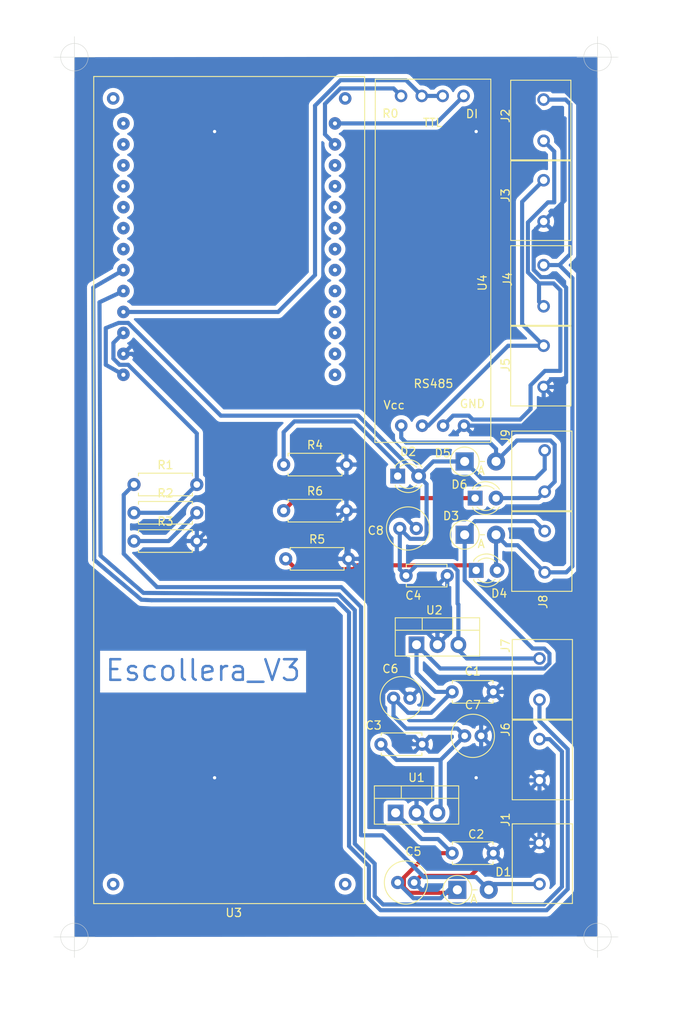
<source format=kicad_pcb>
(kicad_pcb (version 20171130) (host pcbnew "(5.1.10)-1")

  (general
    (thickness 1.6)
    (drawings 24)
    (tracks 269)
    (zones 0)
    (modules 33)
    (nets 38)
  )

  (page A4)
  (layers
    (0 F.Cu signal)
    (31 B.Cu signal)
    (32 B.Adhes user hide)
    (33 F.Adhes user hide)
    (34 B.Paste user)
    (35 F.Paste user hide)
    (36 B.SilkS user hide)
    (37 F.SilkS user)
    (38 B.Mask user hide)
    (39 F.Mask user hide)
    (40 Dwgs.User user)
    (41 Cmts.User user hide)
    (42 Eco1.User user hide)
    (43 Eco2.User user hide)
    (44 Edge.Cuts user)
    (45 Margin user hide)
    (46 B.CrtYd user hide)
    (47 F.CrtYd user)
    (48 B.Fab user hide)
    (49 F.Fab user hide)
  )

  (setup
    (last_trace_width 0.25)
    (user_trace_width 0.5)
    (trace_clearance 0.2)
    (zone_clearance 0.508)
    (zone_45_only no)
    (trace_min 0.2)
    (via_size 0.8)
    (via_drill 0.4)
    (via_min_size 0.4)
    (via_min_drill 0.3)
    (uvia_size 0.3)
    (uvia_drill 0.1)
    (uvias_allowed no)
    (uvia_min_size 0.2)
    (uvia_min_drill 0.1)
    (edge_width 0.05)
    (segment_width 0.2)
    (pcb_text_width 0.3)
    (pcb_text_size 1.5 1.5)
    (mod_edge_width 0.12)
    (mod_text_size 1 1)
    (mod_text_width 0.15)
    (pad_size 1.524 1.524)
    (pad_drill 0.762)
    (pad_to_mask_clearance 0)
    (aux_axis_origin 0 0)
    (visible_elements 7FFFFFFF)
    (pcbplotparams
      (layerselection 0x010fc_ffffffff)
      (usegerberextensions true)
      (usegerberattributes true)
      (usegerberadvancedattributes true)
      (creategerberjobfile true)
      (excludeedgelayer true)
      (linewidth 0.100000)
      (plotframeref false)
      (viasonmask false)
      (mode 1)
      (useauxorigin false)
      (hpglpennumber 1)
      (hpglpenspeed 20)
      (hpglpendiameter 15.000000)
      (psnegative false)
      (psa4output false)
      (plotreference true)
      (plotvalue false)
      (plotinvisibletext false)
      (padsonsilk false)
      (subtractmaskfromsilk false)
      (outputformat 1)
      (mirror false)
      (drillshape 0)
      (scaleselection 1)
      (outputdirectory "Gerbers/V3/"))
  )

  (net 0 "")
  (net 1 GND)
  (net 2 "Net-(C2-Pad1)")
  (net 3 "Net-(U3-Pad1)")
  (net 4 "Net-(D1-Pad2)")
  (net 5 "Net-(D2-Pad1)")
  (net 6 "Net-(U3-Pad3)")
  (net 7 /A)
  (net 8 /B)
  (net 9 "Net-(U3-Pad36)")
  (net 10 "Net-(U3-Pad39)")
  (net 11 "Net-(U3-PadRST)")
  (net 12 "Net-(U3-Pad15)")
  (net 13 "Net-(U3-Pad35)")
  (net 14 "Net-(U3-Pad32)")
  (net 15 "Net-(U3-Pad33)")
  (net 16 "Net-(U3-PadLoRa1)")
  (net 17 "Net-(U3-PadLoRa2)")
  (net 18 "Net-(U3-PadGND3)")
  (net 19 "Net-(U3-Pad3V3)")
  (net 20 "Net-(U3-PadGND2)")
  (net 21 "Net-(U3-Pad0)")
  (net 22 "Net-(U3-Pad23)")
  (net 23 "Net-(U3-Pad21)")
  (net 24 "Net-(U3-Pad3.3V)")
  (net 25 "Net-(U3-Pad13)")
  (net 26 "Net-(R1-Pad2)")
  (net 27 "Net-(U3-Pad4)")
  (net 28 "Net-(D4-Pad1)")
  (net 29 "Net-(D6-Pad1)")
  (net 30 /IN1)
  (net 31 /IN2)
  (net 32 "Net-(R2-Pad2)")
  (net 33 "Net-(U3-Pad22)")
  (net 34 /9V_f)
  (net 35 /5V_m)
  (net 36 /9V_s)
  (net 37 /5V_f)

  (net_class Default "This is the default net class."
    (clearance 0.2)
    (trace_width 0.25)
    (via_dia 0.8)
    (via_drill 0.4)
    (uvia_dia 0.3)
    (uvia_drill 0.1)
    (add_net /5V_f)
    (add_net /5V_m)
    (add_net /9V_f)
    (add_net /9V_s)
    (add_net /A)
    (add_net /B)
    (add_net /IN1)
    (add_net /IN2)
    (add_net GND)
    (add_net "Net-(C2-Pad1)")
    (add_net "Net-(D1-Pad2)")
    (add_net "Net-(D2-Pad1)")
    (add_net "Net-(D4-Pad1)")
    (add_net "Net-(D6-Pad1)")
    (add_net "Net-(R1-Pad2)")
    (add_net "Net-(R2-Pad2)")
    (add_net "Net-(U3-Pad0)")
    (add_net "Net-(U3-Pad1)")
    (add_net "Net-(U3-Pad13)")
    (add_net "Net-(U3-Pad15)")
    (add_net "Net-(U3-Pad21)")
    (add_net "Net-(U3-Pad22)")
    (add_net "Net-(U3-Pad23)")
    (add_net "Net-(U3-Pad3)")
    (add_net "Net-(U3-Pad3.3V)")
    (add_net "Net-(U3-Pad32)")
    (add_net "Net-(U3-Pad33)")
    (add_net "Net-(U3-Pad35)")
    (add_net "Net-(U3-Pad36)")
    (add_net "Net-(U3-Pad39)")
    (add_net "Net-(U3-Pad3V3)")
    (add_net "Net-(U3-Pad4)")
    (add_net "Net-(U3-PadGND2)")
    (add_net "Net-(U3-PadGND3)")
    (add_net "Net-(U3-PadLoRa1)")
    (add_net "Net-(U3-PadLoRa2)")
    (add_net "Net-(U3-PadRST)")
  )

  (module ttgo_tbeam:ttgo_tbeam (layer F.Cu) (tedit 62E83F92) (tstamp 636540B2)
    (at 131.819961 143.272821)
    (path /62E821CD)
    (fp_text reference U3 (at 0.5588 1.1176) (layer F.SilkS)
      (effects (font (size 1 1) (thickness 0.15)))
    )
    (fp_text value ttgo_tbeam (at 0.0508 2.2352) (layer F.Fab)
      (effects (font (size 1 1) (thickness 0.15)))
    )
    (fp_line (start 16.44396 0) (end -16.44396 0.00254) (layer F.SilkS) (width 0.12))
    (fp_line (start 16.44396 -100.28682) (end 16.44396 0) (layer F.SilkS) (width 0.12))
    (fp_line (start -16.44396 -100.28682) (end 16.44396 -100.28682) (layer F.SilkS) (width 0.12))
    (fp_line (start -16.44396 0.01524) (end -16.44396 -100.28682) (layer F.SilkS) (width 0.12))
    (pad "" np_thru_hole circle (at -14.08 -2.36) (size 1.524 1.524) (drill 0.762) (layers *.Cu *.Mask))
    (pad "" np_thru_hole circle (at 14.08 -2.36) (size 1.524 1.524) (drill 0.762) (layers *.Cu *.Mask))
    (pad "" np_thru_hole circle (at 14.08 -97.63) (size 1.524 1.524) (drill 0.762) (layers *.Cu *.Mask))
    (pad "" np_thru_hole circle (at -14.08 -97.63) (size 1.524 1.524) (drill 0.762) (layers *.Cu *.Mask))
    (pad 36 thru_hole circle (at -12.84 -94.6) (size 1.524 1.524) (drill 0.5) (layers *.Cu *.Mask)
      (net 9 "Net-(U3-Pad36)"))
    (pad 39 thru_hole circle (at -12.84 -92.06) (size 1.524 1.524) (drill 0.5) (layers *.Cu *.Mask)
      (net 10 "Net-(U3-Pad39)"))
    (pad RST thru_hole circle (at -12.84 -89.52) (size 1.524 1.524) (drill 0.5) (layers *.Cu *.Mask)
      (net 11 "Net-(U3-PadRST)"))
    (pad 15 thru_hole circle (at -12.84 -86.98) (size 1.524 1.524) (drill 0.5) (layers *.Cu *.Mask)
      (net 12 "Net-(U3-Pad15)"))
    (pad 35 thru_hole circle (at -12.84 -84.44) (size 1.524 1.524) (drill 0.5) (layers *.Cu *.Mask)
      (net 13 "Net-(U3-Pad35)"))
    (pad 32 thru_hole circle (at -12.84 -81.9) (size 1.524 1.524) (drill 0.5) (layers *.Cu *.Mask)
      (net 14 "Net-(U3-Pad32)"))
    (pad 33 thru_hole circle (at -12.84 -79.36) (size 1.524 1.524) (drill 0.5) (layers *.Cu *.Mask)
      (net 15 "Net-(U3-Pad33)"))
    (pad 25 thru_hole circle (at -12.84 -76.82) (size 1.524 1.524) (drill 0.5) (layers *.Cu *.Mask)
      (net 31 /IN2))
    (pad 14 thru_hole circle (at -12.84 -74.28) (size 1.524 1.524) (drill 0.5) (layers *.Cu *.Mask)
      (net 30 /IN1))
    (pad 13 thru_hole circle (at -12.84 -71.74) (size 1.524 1.524) (drill 0.5) (layers *.Cu *.Mask)
      (net 25 "Net-(U3-Pad13)"))
    (pad 2 thru_hole circle (at -12.84 -69.2) (size 1.524 1.524) (drill 0.5) (layers *.Cu *.Mask)
      (net 26 "Net-(R1-Pad2)"))
    (pad GND1 thru_hole circle (at -12.84 -66.66) (size 1.524 1.524) (drill 0.5) (layers *.Cu *.Mask)
      (net 1 GND))
    (pad 5V thru_hole circle (at -12.84 -64.12) (size 1.524 1.524) (drill 0.5) (layers *.Cu *.Mask)
      (net 37 /5V_f))
    (pad LoRa1 thru_hole circle (at 12.84 -64.12) (size 1.524 1.524) (drill 0.5) (layers *.Cu *.Mask)
      (net 16 "Net-(U3-PadLoRa1)"))
    (pad LoRa2 thru_hole circle (at 12.84 -66.66) (size 1.524 1.524) (drill 0.5) (layers *.Cu *.Mask)
      (net 17 "Net-(U3-PadLoRa2)"))
    (pad 22 thru_hole circle (at 12.84 -74.28) (size 1.524 1.524) (drill 0.5) (layers *.Cu *.Mask)
      (net 33 "Net-(U3-Pad22)"))
    (pad GND3 thru_hole circle (at 12.84 -76.82) (size 1.524 1.524) (drill 0.5) (layers *.Cu *.Mask)
      (net 18 "Net-(U3-PadGND3)"))
    (pad 3 thru_hole circle (at 12.84 -92.06) (size 1.524 1.524) (drill 0.5) (layers *.Cu *.Mask)
      (net 6 "Net-(U3-Pad3)"))
    (pad 1 thru_hole circle (at 12.84 -94.6) (size 1.524 1.524) (drill 0.5) (layers *.Cu *.Mask)
      (net 3 "Net-(U3-Pad1)"))
    (pad 3V3 thru_hole circle (at 12.84 -79.36) (size 1.524 1.524) (drill 0.5) (layers *.Cu *.Mask)
      (net 19 "Net-(U3-Pad3V3)"))
    (pad 4 thru_hole circle (at 12.84 -86.98) (size 1.524 1.524) (drill 0.5) (layers *.Cu *.Mask)
      (net 27 "Net-(U3-Pad4)"))
    (pad GND2 thru_hole circle (at 12.84 -81.9) (size 1.524 1.524) (drill 0.5) (layers *.Cu *.Mask)
      (net 20 "Net-(U3-PadGND2)"))
    (pad 0 thru_hole circle (at 12.84 -84.44) (size 1.524 1.524) (drill 0.5) (layers *.Cu *.Mask)
      (net 21 "Net-(U3-Pad0)"))
    (pad 23 thru_hole circle (at 12.84 -89.52) (size 1.524 1.524) (drill 0.5) (layers *.Cu *.Mask)
      (net 22 "Net-(U3-Pad23)"))
    (pad 21 thru_hole circle (at 12.84 -71.74) (size 1.524 1.524) (drill 0.5) (layers *.Cu *.Mask)
      (net 23 "Net-(U3-Pad21)"))
    (pad 3.3V thru_hole circle (at 12.84 -69.2) (size 1.524 1.524) (drill 0.5) (layers *.Cu *.Mask)
      (net 24 "Net-(U3-Pad3.3V)"))
  )

  (module bornera:bornera (layer F.Cu) (tedit 63652BE7) (tstamp 63653FC4)
    (at 166.116 95.758 270)
    (path /6365B5EB)
    (fp_text reference J8 (at 10.922 -3.81 90) (layer F.SilkS)
      (effects (font (size 1 1) (thickness 0.15)))
    )
    (fp_text value Conn_01x02 (at 0.06604 0.74422 90) (layer F.Fab)
      (effects (font (size 1 1) (thickness 0.15)))
    )
    (fp_line (start 0 0) (end 9.652 0) (layer F.SilkS) (width 0.12))
    (fp_line (start 9.652 0) (end 9.652 -7.30504) (layer F.SilkS) (width 0.12))
    (fp_line (start 9.652 -7.30504) (end 0 -7.30504) (layer F.SilkS) (width 0.12))
    (fp_line (start 0 -7.30504) (end 0 -0.00254) (layer F.SilkS) (width 0.12))
    (pad 2 thru_hole circle (at 7.35 -4 270) (size 1.524 1.524) (drill 0.9) (layers *.Cu *.Mask)
      (net 36 /9V_s))
    (pad 1 thru_hole circle (at 2.35 -4 270) (size 1.524 1.524) (drill 0.9) (layers *.Cu *.Mask)
      (net 34 /9V_f))
  )

  (module Capacitor_THT:C_Disc_D4.7mm_W2.5mm_P5.00mm (layer F.Cu) (tedit 5AE50EF0) (tstamp 63653E77)
    (at 158.877 117.602)
    (descr "C, Disc series, Radial, pin pitch=5.00mm, , diameter*width=4.7*2.5mm^2, Capacitor, http://www.vishay.com/docs/45233/krseries.pdf")
    (tags "C Disc series Radial pin pitch 5.00mm  diameter 4.7mm width 2.5mm Capacitor")
    (path /616F1AC0)
    (fp_text reference C1 (at 2.5 -2.5) (layer F.SilkS)
      (effects (font (size 1 1) (thickness 0.15)))
    )
    (fp_text value 0.1uF (at 2.5 2.5) (layer F.Fab)
      (effects (font (size 1 1) (thickness 0.15)))
    )
    (fp_line (start 6.05 -1.5) (end -1.05 -1.5) (layer F.CrtYd) (width 0.05))
    (fp_line (start 6.05 1.5) (end 6.05 -1.5) (layer F.CrtYd) (width 0.05))
    (fp_line (start -1.05 1.5) (end 6.05 1.5) (layer F.CrtYd) (width 0.05))
    (fp_line (start -1.05 -1.5) (end -1.05 1.5) (layer F.CrtYd) (width 0.05))
    (fp_line (start 4.97 1.055) (end 4.97 1.37) (layer F.SilkS) (width 0.12))
    (fp_line (start 4.97 -1.37) (end 4.97 -1.055) (layer F.SilkS) (width 0.12))
    (fp_line (start 0.03 1.055) (end 0.03 1.37) (layer F.SilkS) (width 0.12))
    (fp_line (start 0.03 -1.37) (end 0.03 -1.055) (layer F.SilkS) (width 0.12))
    (fp_line (start 0.03 1.37) (end 4.97 1.37) (layer F.SilkS) (width 0.12))
    (fp_line (start 0.03 -1.37) (end 4.97 -1.37) (layer F.SilkS) (width 0.12))
    (fp_line (start 4.85 -1.25) (end 0.15 -1.25) (layer F.Fab) (width 0.1))
    (fp_line (start 4.85 1.25) (end 4.85 -1.25) (layer F.Fab) (width 0.1))
    (fp_line (start 0.15 1.25) (end 4.85 1.25) (layer F.Fab) (width 0.1))
    (fp_line (start 0.15 -1.25) (end 0.15 1.25) (layer F.Fab) (width 0.1))
    (fp_text user %R (at 2.5 0) (layer F.Fab)
      (effects (font (size 0.94 0.94) (thickness 0.141)))
    )
    (pad 2 thru_hole circle (at 5 0) (size 1.6 1.6) (drill 0.8) (layers *.Cu *.Mask)
      (net 1 GND))
    (pad 1 thru_hole circle (at 0 0) (size 1.6 1.6) (drill 0.8) (layers *.Cu *.Mask)
      (net 34 /9V_f))
    (model ${KISYS3DMOD}/Capacitor_THT.3dshapes/C_Disc_D4.7mm_W2.5mm_P5.00mm.wrl
      (at (xyz 0 0 0))
      (scale (xyz 1 1 1))
      (rotate (xyz 0 0 0))
    )
  )

  (module Capacitor_THT:C_Disc_D4.7mm_W2.5mm_P5.00mm (layer F.Cu) (tedit 5AE50EF0) (tstamp 63653E8C)
    (at 158.877 137.16)
    (descr "C, Disc series, Radial, pin pitch=5.00mm, , diameter*width=4.7*2.5mm^2, Capacitor, http://www.vishay.com/docs/45233/krseries.pdf")
    (tags "C Disc series Radial pin pitch 5.00mm  diameter 4.7mm width 2.5mm Capacitor")
    (path /616F0A57)
    (fp_text reference C2 (at 2.921 -2.286) (layer F.SilkS)
      (effects (font (size 1 1) (thickness 0.15)))
    )
    (fp_text value 0.1uF (at 2.5 2.5) (layer F.Fab)
      (effects (font (size 1 1) (thickness 0.15)))
    )
    (fp_line (start 6.05 -1.5) (end -1.05 -1.5) (layer F.CrtYd) (width 0.05))
    (fp_line (start 6.05 1.5) (end 6.05 -1.5) (layer F.CrtYd) (width 0.05))
    (fp_line (start -1.05 1.5) (end 6.05 1.5) (layer F.CrtYd) (width 0.05))
    (fp_line (start -1.05 -1.5) (end -1.05 1.5) (layer F.CrtYd) (width 0.05))
    (fp_line (start 4.97 1.055) (end 4.97 1.37) (layer F.SilkS) (width 0.12))
    (fp_line (start 4.97 -1.37) (end 4.97 -1.055) (layer F.SilkS) (width 0.12))
    (fp_line (start 0.03 1.055) (end 0.03 1.37) (layer F.SilkS) (width 0.12))
    (fp_line (start 0.03 -1.37) (end 0.03 -1.055) (layer F.SilkS) (width 0.12))
    (fp_line (start 0.03 1.37) (end 4.97 1.37) (layer F.SilkS) (width 0.12))
    (fp_line (start 0.03 -1.37) (end 4.97 -1.37) (layer F.SilkS) (width 0.12))
    (fp_line (start 4.85 -1.25) (end 0.15 -1.25) (layer F.Fab) (width 0.1))
    (fp_line (start 4.85 1.25) (end 4.85 -1.25) (layer F.Fab) (width 0.1))
    (fp_line (start 0.15 1.25) (end 4.85 1.25) (layer F.Fab) (width 0.1))
    (fp_line (start 0.15 -1.25) (end 0.15 1.25) (layer F.Fab) (width 0.1))
    (fp_text user %R (at 2.5 0) (layer F.Fab)
      (effects (font (size 0.94 0.94) (thickness 0.141)))
    )
    (pad 2 thru_hole circle (at 5 0) (size 1.6 1.6) (drill 0.8) (layers *.Cu *.Mask)
      (net 1 GND))
    (pad 1 thru_hole circle (at 0 0) (size 1.6 1.6) (drill 0.8) (layers *.Cu *.Mask)
      (net 2 "Net-(C2-Pad1)"))
    (model ${KISYS3DMOD}/Capacitor_THT.3dshapes/C_Disc_D4.7mm_W2.5mm_P5.00mm.wrl
      (at (xyz 0 0 0))
      (scale (xyz 1 1 1))
      (rotate (xyz 0 0 0))
    )
  )

  (module Capacitor_THT:C_Disc_D4.7mm_W2.5mm_P5.00mm (layer F.Cu) (tedit 5AE50EF0) (tstamp 63653EA1)
    (at 150.241 123.952)
    (descr "C, Disc series, Radial, pin pitch=5.00mm, , diameter*width=4.7*2.5mm^2, Capacitor, http://www.vishay.com/docs/45233/krseries.pdf")
    (tags "C Disc series Radial pin pitch 5.00mm  diameter 4.7mm width 2.5mm Capacitor")
    (path /616F197F)
    (fp_text reference C3 (at -0.889 -2.286) (layer F.SilkS)
      (effects (font (size 1 1) (thickness 0.15)))
    )
    (fp_text value 0.1uF (at 2.5 2.5) (layer F.Fab)
      (effects (font (size 1 1) (thickness 0.15)))
    )
    (fp_line (start 0.15 -1.25) (end 0.15 1.25) (layer F.Fab) (width 0.1))
    (fp_line (start 0.15 1.25) (end 4.85 1.25) (layer F.Fab) (width 0.1))
    (fp_line (start 4.85 1.25) (end 4.85 -1.25) (layer F.Fab) (width 0.1))
    (fp_line (start 4.85 -1.25) (end 0.15 -1.25) (layer F.Fab) (width 0.1))
    (fp_line (start 0.03 -1.37) (end 4.97 -1.37) (layer F.SilkS) (width 0.12))
    (fp_line (start 0.03 1.37) (end 4.97 1.37) (layer F.SilkS) (width 0.12))
    (fp_line (start 0.03 -1.37) (end 0.03 -1.055) (layer F.SilkS) (width 0.12))
    (fp_line (start 0.03 1.055) (end 0.03 1.37) (layer F.SilkS) (width 0.12))
    (fp_line (start 4.97 -1.37) (end 4.97 -1.055) (layer F.SilkS) (width 0.12))
    (fp_line (start 4.97 1.055) (end 4.97 1.37) (layer F.SilkS) (width 0.12))
    (fp_line (start -1.05 -1.5) (end -1.05 1.5) (layer F.CrtYd) (width 0.05))
    (fp_line (start -1.05 1.5) (end 6.05 1.5) (layer F.CrtYd) (width 0.05))
    (fp_line (start 6.05 1.5) (end 6.05 -1.5) (layer F.CrtYd) (width 0.05))
    (fp_line (start 6.05 -1.5) (end -1.05 -1.5) (layer F.CrtYd) (width 0.05))
    (fp_text user %R (at 2.5 0) (layer F.Fab)
      (effects (font (size 0.94 0.94) (thickness 0.141)))
    )
    (pad 1 thru_hole circle (at 0 0) (size 1.6 1.6) (drill 0.8) (layers *.Cu *.Mask)
      (net 34 /9V_f))
    (pad 2 thru_hole circle (at 5 0) (size 1.6 1.6) (drill 0.8) (layers *.Cu *.Mask)
      (net 1 GND))
    (model ${KISYS3DMOD}/Capacitor_THT.3dshapes/C_Disc_D4.7mm_W2.5mm_P5.00mm.wrl
      (at (xyz 0 0 0))
      (scale (xyz 1 1 1))
      (rotate (xyz 0 0 0))
    )
  )

  (module Capacitor_THT:C_Disc_D4.7mm_W2.5mm_P5.00mm (layer F.Cu) (tedit 5AE50EF0) (tstamp 63653EB6)
    (at 153.289 103.505)
    (descr "C, Disc series, Radial, pin pitch=5.00mm, , diameter*width=4.7*2.5mm^2, Capacitor, http://www.vishay.com/docs/45233/krseries.pdf")
    (tags "C Disc series Radial pin pitch 5.00mm  diameter 4.7mm width 2.5mm Capacitor")
    (path /616F1AFA)
    (fp_text reference C4 (at 0.889 2.413) (layer F.SilkS)
      (effects (font (size 1 1) (thickness 0.15)))
    )
    (fp_text value 0.1uF (at 2.5 2.5) (layer F.Fab)
      (effects (font (size 1 1) (thickness 0.15)))
    )
    (fp_line (start 0.15 -1.25) (end 0.15 1.25) (layer F.Fab) (width 0.1))
    (fp_line (start 0.15 1.25) (end 4.85 1.25) (layer F.Fab) (width 0.1))
    (fp_line (start 4.85 1.25) (end 4.85 -1.25) (layer F.Fab) (width 0.1))
    (fp_line (start 4.85 -1.25) (end 0.15 -1.25) (layer F.Fab) (width 0.1))
    (fp_line (start 0.03 -1.37) (end 4.97 -1.37) (layer F.SilkS) (width 0.12))
    (fp_line (start 0.03 1.37) (end 4.97 1.37) (layer F.SilkS) (width 0.12))
    (fp_line (start 0.03 -1.37) (end 0.03 -1.055) (layer F.SilkS) (width 0.12))
    (fp_line (start 0.03 1.055) (end 0.03 1.37) (layer F.SilkS) (width 0.12))
    (fp_line (start 4.97 -1.37) (end 4.97 -1.055) (layer F.SilkS) (width 0.12))
    (fp_line (start 4.97 1.055) (end 4.97 1.37) (layer F.SilkS) (width 0.12))
    (fp_line (start -1.05 -1.5) (end -1.05 1.5) (layer F.CrtYd) (width 0.05))
    (fp_line (start -1.05 1.5) (end 6.05 1.5) (layer F.CrtYd) (width 0.05))
    (fp_line (start 6.05 1.5) (end 6.05 -1.5) (layer F.CrtYd) (width 0.05))
    (fp_line (start 6.05 -1.5) (end -1.05 -1.5) (layer F.CrtYd) (width 0.05))
    (fp_text user %R (at 2.5 0) (layer F.Fab)
      (effects (font (size 0.94 0.94) (thickness 0.141)))
    )
    (pad 1 thru_hole circle (at 0 0) (size 1.6 1.6) (drill 0.8) (layers *.Cu *.Mask)
      (net 37 /5V_f))
    (pad 2 thru_hole circle (at 5 0) (size 1.6 1.6) (drill 0.8) (layers *.Cu *.Mask)
      (net 1 GND))
    (model ${KISYS3DMOD}/Capacitor_THT.3dshapes/C_Disc_D4.7mm_W2.5mm_P5.00mm.wrl
      (at (xyz 0 0 0))
      (scale (xyz 1 1 1))
      (rotate (xyz 0 0 0))
    )
  )

  (module Capacitor_THT:C_Radial_D5.0mm_H11.0mm_P2.00mm (layer F.Cu) (tedit 5BC5C9B9) (tstamp 63653EC0)
    (at 152.273 140.716)
    (descr "C, Radial series, Radial, pin pitch=2.00mm, diameter=5mm, height=11mm, Non-Polar Electrolytic Capacitor")
    (tags "C Radial series Radial pin pitch 2.00mm diameter 5mm height 11mm Non-Polar Electrolytic Capacitor")
    (path /62E89CBB)
    (fp_text reference C5 (at 1.905 -3.75) (layer F.SilkS)
      (effects (font (size 1 1) (thickness 0.15)))
    )
    (fp_text value 0.22uF (at 1 3.75) (layer F.Fab)
      (effects (font (size 1 1) (thickness 0.15)))
    )
    (fp_circle (center 1 0) (end 3.75 0) (layer F.CrtYd) (width 0.05))
    (fp_circle (center 1 0) (end 3.62 0) (layer F.SilkS) (width 0.12))
    (fp_circle (center 1 0) (end 3.5 0) (layer F.Fab) (width 0.1))
    (fp_text user %R (at 1 0) (layer F.Fab)
      (effects (font (size 1 1) (thickness 0.15)))
    )
    (pad 2 thru_hole circle (at 2 0) (size 1.6 1.6) (drill 0.8) (layers *.Cu *.Mask)
      (net 1 GND))
    (pad 1 thru_hole circle (at 0 0) (size 1.6 1.6) (drill 0.8) (layers *.Cu *.Mask)
      (net 2 "Net-(C2-Pad1)"))
    (model ${KISYS3DMOD}/Capacitor_THT.3dshapes/C_Radial_D5.0mm_H11.0mm_P2.00mm.wrl
      (at (xyz 0 0 0))
      (scale (xyz 1 1 1))
      (rotate (xyz 0 0 0))
    )
  )

  (module Capacitor_THT:C_Radial_D5.0mm_H11.0mm_P2.00mm (layer F.Cu) (tedit 5BC5C9B9) (tstamp 63653ECA)
    (at 151.765 118.364)
    (descr "C, Radial series, Radial, pin pitch=2.00mm, diameter=5mm, height=11mm, Non-Polar Electrolytic Capacitor")
    (tags "C Radial series Radial pin pitch 2.00mm diameter 5mm height 11mm Non-Polar Electrolytic Capacitor")
    (path /62EBD6DD)
    (fp_text reference C6 (at -0.381 -3.556) (layer F.SilkS)
      (effects (font (size 1 1) (thickness 0.15)))
    )
    (fp_text value 0.22uF (at 1 3.75) (layer F.Fab)
      (effects (font (size 1 1) (thickness 0.15)))
    )
    (fp_circle (center 1 0) (end 3.75 0) (layer F.CrtYd) (width 0.05))
    (fp_circle (center 1 0) (end 3.62 0) (layer F.SilkS) (width 0.12))
    (fp_circle (center 1 0) (end 3.5 0) (layer F.Fab) (width 0.1))
    (fp_text user %R (at 1 0) (layer F.Fab)
      (effects (font (size 1 1) (thickness 0.15)))
    )
    (pad 2 thru_hole circle (at 2 0) (size 1.6 1.6) (drill 0.8) (layers *.Cu *.Mask)
      (net 1 GND))
    (pad 1 thru_hole circle (at 0 0) (size 1.6 1.6) (drill 0.8) (layers *.Cu *.Mask)
      (net 34 /9V_f))
    (model ${KISYS3DMOD}/Capacitor_THT.3dshapes/C_Radial_D5.0mm_H11.0mm_P2.00mm.wrl
      (at (xyz 0 0 0))
      (scale (xyz 1 1 1))
      (rotate (xyz 0 0 0))
    )
  )

  (module Capacitor_THT:C_Radial_D5.0mm_H11.0mm_P2.00mm (layer F.Cu) (tedit 5BC5C9B9) (tstamp 63653ED4)
    (at 160.401 122.936)
    (descr "C, Radial series, Radial, pin pitch=2.00mm, diameter=5mm, height=11mm, Non-Polar Electrolytic Capacitor")
    (tags "C Radial series Radial pin pitch 2.00mm diameter 5mm height 11mm Non-Polar Electrolytic Capacitor")
    (path /62EAA159)
    (fp_text reference C7 (at 1 -3.75) (layer F.SilkS)
      (effects (font (size 1 1) (thickness 0.15)))
    )
    (fp_text value 10uF (at 1 3.75) (layer F.Fab)
      (effects (font (size 1 1) (thickness 0.15)))
    )
    (fp_circle (center 1 0) (end 3.5 0) (layer F.Fab) (width 0.1))
    (fp_circle (center 1 0) (end 3.62 0) (layer F.SilkS) (width 0.12))
    (fp_circle (center 1 0) (end 3.75 0) (layer F.CrtYd) (width 0.05))
    (fp_text user %R (at 1 0) (layer F.Fab)
      (effects (font (size 1 1) (thickness 0.15)))
    )
    (pad 1 thru_hole circle (at 0 0) (size 1.6 1.6) (drill 0.8) (layers *.Cu *.Mask)
      (net 34 /9V_f))
    (pad 2 thru_hole circle (at 2 0) (size 1.6 1.6) (drill 0.8) (layers *.Cu *.Mask)
      (net 1 GND))
    (model ${KISYS3DMOD}/Capacitor_THT.3dshapes/C_Radial_D5.0mm_H11.0mm_P2.00mm.wrl
      (at (xyz 0 0 0))
      (scale (xyz 1 1 1))
      (rotate (xyz 0 0 0))
    )
  )

  (module Capacitor_THT:C_Radial_D5.0mm_H11.0mm_P2.00mm (layer F.Cu) (tedit 5BC5C9B9) (tstamp 636558BF)
    (at 152.527 97.79)
    (descr "C, Radial series, Radial, pin pitch=2.00mm, diameter=5mm, height=11mm, Non-Polar Electrolytic Capacitor")
    (tags "C Radial series Radial pin pitch 2.00mm diameter 5mm height 11mm Non-Polar Electrolytic Capacitor")
    (path /62EBDEB3)
    (fp_text reference C8 (at -2.921 0.254) (layer F.SilkS)
      (effects (font (size 1 1) (thickness 0.15)))
    )
    (fp_text value 10uF (at 1 3.75) (layer F.Fab)
      (effects (font (size 1 1) (thickness 0.15)))
    )
    (fp_circle (center 1 0) (end 3.5 0) (layer F.Fab) (width 0.1))
    (fp_circle (center 1 0) (end 3.62 0) (layer F.SilkS) (width 0.12))
    (fp_circle (center 1 0) (end 3.75 0) (layer F.CrtYd) (width 0.05))
    (fp_text user %R (at 1 0) (layer F.Fab)
      (effects (font (size 1 1) (thickness 0.15)))
    )
    (pad 1 thru_hole circle (at 0 0) (size 1.6 1.6) (drill 0.8) (layers *.Cu *.Mask)
      (net 37 /5V_f))
    (pad 2 thru_hole circle (at 2 0) (size 1.6 1.6) (drill 0.8) (layers *.Cu *.Mask)
      (net 1 GND))
    (model ${KISYS3DMOD}/Capacitor_THT.3dshapes/C_Radial_D5.0mm_H11.0mm_P2.00mm.wrl
      (at (xyz 0 0 0))
      (scale (xyz 1 1 1))
      (rotate (xyz 0 0 0))
    )
  )

  (module LED_THT:LED_D3.0mm (layer F.Cu) (tedit 587A3A7B) (tstamp 63653F10)
    (at 152.273 91.44)
    (descr "LED, diameter 3.0mm, 2 pins")
    (tags "LED diameter 3.0mm 2 pins")
    (path /6367A0A8)
    (fp_text reference D2 (at 1.27 -2.96) (layer F.SilkS)
      (effects (font (size 1 1) (thickness 0.15)))
    )
    (fp_text value LED (at 1.27 2.96) (layer F.Fab)
      (effects (font (size 1 1) (thickness 0.15)))
    )
    (fp_line (start 3.7 -2.25) (end -1.15 -2.25) (layer F.CrtYd) (width 0.05))
    (fp_line (start 3.7 2.25) (end 3.7 -2.25) (layer F.CrtYd) (width 0.05))
    (fp_line (start -1.15 2.25) (end 3.7 2.25) (layer F.CrtYd) (width 0.05))
    (fp_line (start -1.15 -2.25) (end -1.15 2.25) (layer F.CrtYd) (width 0.05))
    (fp_line (start -0.29 1.08) (end -0.29 1.236) (layer F.SilkS) (width 0.12))
    (fp_line (start -0.29 -1.236) (end -0.29 -1.08) (layer F.SilkS) (width 0.12))
    (fp_line (start -0.23 -1.16619) (end -0.23 1.16619) (layer F.Fab) (width 0.1))
    (fp_circle (center 1.27 0) (end 2.77 0) (layer F.Fab) (width 0.1))
    (fp_arc (start 1.27 0) (end 0.229039 1.08) (angle -87.9) (layer F.SilkS) (width 0.12))
    (fp_arc (start 1.27 0) (end 0.229039 -1.08) (angle 87.9) (layer F.SilkS) (width 0.12))
    (fp_arc (start 1.27 0) (end -0.29 1.235516) (angle -108.8) (layer F.SilkS) (width 0.12))
    (fp_arc (start 1.27 0) (end -0.29 -1.235516) (angle 108.8) (layer F.SilkS) (width 0.12))
    (fp_arc (start 1.27 0) (end -0.23 -1.16619) (angle 284.3) (layer F.Fab) (width 0.1))
    (pad 2 thru_hole circle (at 2.54 0) (size 1.8 1.8) (drill 0.9) (layers *.Cu *.Mask)
      (net 37 /5V_f))
    (pad 1 thru_hole rect (at 0 0) (size 1.8 1.8) (drill 0.9) (layers *.Cu *.Mask)
      (net 5 "Net-(D2-Pad1)"))
    (model ${KISYS3DMOD}/LED_THT.3dshapes/LED_D3.0mm.wrl
      (at (xyz 0 0 0))
      (scale (xyz 1 1 1))
      (rotate (xyz 0 0 0))
    )
  )

  (module LED_THT:LED_D3.0mm (layer F.Cu) (tedit 587A3A7B) (tstamp 63653F42)
    (at 161.798 102.87)
    (descr "LED, diameter 3.0mm, 2 pins")
    (tags "LED diameter 3.0mm 2 pins")
    (path /636797A2)
    (fp_text reference D4 (at 2.794 2.794) (layer F.SilkS)
      (effects (font (size 1 1) (thickness 0.15)))
    )
    (fp_text value LED (at 1.27 2.96) (layer F.Fab)
      (effects (font (size 1 1) (thickness 0.15)))
    )
    (fp_circle (center 1.27 0) (end 2.77 0) (layer F.Fab) (width 0.1))
    (fp_line (start -0.23 -1.16619) (end -0.23 1.16619) (layer F.Fab) (width 0.1))
    (fp_line (start -0.29 -1.236) (end -0.29 -1.08) (layer F.SilkS) (width 0.12))
    (fp_line (start -0.29 1.08) (end -0.29 1.236) (layer F.SilkS) (width 0.12))
    (fp_line (start -1.15 -2.25) (end -1.15 2.25) (layer F.CrtYd) (width 0.05))
    (fp_line (start -1.15 2.25) (end 3.7 2.25) (layer F.CrtYd) (width 0.05))
    (fp_line (start 3.7 2.25) (end 3.7 -2.25) (layer F.CrtYd) (width 0.05))
    (fp_line (start 3.7 -2.25) (end -1.15 -2.25) (layer F.CrtYd) (width 0.05))
    (fp_arc (start 1.27 0) (end -0.23 -1.16619) (angle 284.3) (layer F.Fab) (width 0.1))
    (fp_arc (start 1.27 0) (end -0.29 -1.235516) (angle 108.8) (layer F.SilkS) (width 0.12))
    (fp_arc (start 1.27 0) (end -0.29 1.235516) (angle -108.8) (layer F.SilkS) (width 0.12))
    (fp_arc (start 1.27 0) (end 0.229039 -1.08) (angle 87.9) (layer F.SilkS) (width 0.12))
    (fp_arc (start 1.27 0) (end 0.229039 1.08) (angle -87.9) (layer F.SilkS) (width 0.12))
    (pad 1 thru_hole rect (at 0 0) (size 1.8 1.8) (drill 0.9) (layers *.Cu *.Mask)
      (net 28 "Net-(D4-Pad1)"))
    (pad 2 thru_hole circle (at 2.54 0) (size 1.8 1.8) (drill 0.9) (layers *.Cu *.Mask)
      (net 36 /9V_s))
    (model ${KISYS3DMOD}/LED_THT.3dshapes/LED_D3.0mm.wrl
      (at (xyz 0 0 0))
      (scale (xyz 1 1 1))
      (rotate (xyz 0 0 0))
    )
  )

  (module LED_THT:LED_D3.0mm (layer F.Cu) (tedit 587A3A7B) (tstamp 63653F74)
    (at 161.671 94.107)
    (descr "LED, diameter 3.0mm, 2 pins")
    (tags "LED diameter 3.0mm 2 pins")
    (path /6367A448)
    (fp_text reference D6 (at -1.905 -1.651) (layer F.SilkS)
      (effects (font (size 1 1) (thickness 0.15)))
    )
    (fp_text value LED (at 1.27 2.96) (layer F.Fab)
      (effects (font (size 1 1) (thickness 0.15)))
    )
    (fp_circle (center 1.27 0) (end 2.77 0) (layer F.Fab) (width 0.1))
    (fp_line (start -0.23 -1.16619) (end -0.23 1.16619) (layer F.Fab) (width 0.1))
    (fp_line (start -0.29 -1.236) (end -0.29 -1.08) (layer F.SilkS) (width 0.12))
    (fp_line (start -0.29 1.08) (end -0.29 1.236) (layer F.SilkS) (width 0.12))
    (fp_line (start -1.15 -2.25) (end -1.15 2.25) (layer F.CrtYd) (width 0.05))
    (fp_line (start -1.15 2.25) (end 3.7 2.25) (layer F.CrtYd) (width 0.05))
    (fp_line (start 3.7 2.25) (end 3.7 -2.25) (layer F.CrtYd) (width 0.05))
    (fp_line (start 3.7 -2.25) (end -1.15 -2.25) (layer F.CrtYd) (width 0.05))
    (fp_arc (start 1.27 0) (end -0.23 -1.16619) (angle 284.3) (layer F.Fab) (width 0.1))
    (fp_arc (start 1.27 0) (end -0.29 -1.235516) (angle 108.8) (layer F.SilkS) (width 0.12))
    (fp_arc (start 1.27 0) (end -0.29 1.235516) (angle -108.8) (layer F.SilkS) (width 0.12))
    (fp_arc (start 1.27 0) (end 0.229039 -1.08) (angle 87.9) (layer F.SilkS) (width 0.12))
    (fp_arc (start 1.27 0) (end 0.229039 1.08) (angle -87.9) (layer F.SilkS) (width 0.12))
    (pad 1 thru_hole rect (at 0 0) (size 1.8 1.8) (drill 0.9) (layers *.Cu *.Mask)
      (net 29 "Net-(D6-Pad1)"))
    (pad 2 thru_hole circle (at 2.54 0) (size 1.8 1.8) (drill 0.9) (layers *.Cu *.Mask)
      (net 35 /5V_m))
    (model ${KISYS3DMOD}/LED_THT.3dshapes/LED_D3.0mm.wrl
      (at (xyz 0 0 0))
      (scale (xyz 1 1 1))
      (rotate (xyz 0 0 0))
    )
  )

  (module bornera:bornera (layer F.Cu) (tedit 63652BE7) (tstamp 63654C21)
    (at 173.482 143.256 90)
    (path /616EF701)
    (fp_text reference J1 (at 10.16 -8.128 90) (layer F.SilkS)
      (effects (font (size 1 1) (thickness 0.15)))
    )
    (fp_text value Conn_01x02 (at 0.06604 0.74422 90) (layer F.Fab)
      (effects (font (size 1 1) (thickness 0.15)))
    )
    (fp_line (start 0 -7.30504) (end 0 -0.00254) (layer F.SilkS) (width 0.12))
    (fp_line (start 9.652 -7.30504) (end 0 -7.30504) (layer F.SilkS) (width 0.12))
    (fp_line (start 9.652 0) (end 9.652 -7.30504) (layer F.SilkS) (width 0.12))
    (fp_line (start 0 0) (end 9.652 0) (layer F.SilkS) (width 0.12))
    (pad 1 thru_hole circle (at 2.35 -4 90) (size 1.524 1.524) (drill 0.9) (layers *.Cu *.Mask)
      (net 4 "Net-(D1-Pad2)"))
    (pad 2 thru_hole circle (at 7.35 -4 90) (size 1.524 1.524) (drill 0.9) (layers *.Cu *.Mask)
      (net 1 GND))
  )

  (module bornera:bornera (layer F.Cu) (tedit 63652BE7) (tstamp 636549A6)
    (at 165.989 43.434 270)
    (path /62F0642C)
    (fp_text reference J2 (at 4.318 0.635 90) (layer F.SilkS)
      (effects (font (size 1 1) (thickness 0.15)))
    )
    (fp_text value Conn_01x02 (at 0.06604 0.74422 90) (layer F.Fab)
      (effects (font (size 1 1) (thickness 0.15)))
    )
    (fp_line (start 0 0) (end 9.652 0) (layer F.SilkS) (width 0.12))
    (fp_line (start 9.652 0) (end 9.652 -7.30504) (layer F.SilkS) (width 0.12))
    (fp_line (start 9.652 -7.30504) (end 0 -7.30504) (layer F.SilkS) (width 0.12))
    (fp_line (start 0 -7.30504) (end 0 -0.00254) (layer F.SilkS) (width 0.12))
    (pad 2 thru_hole circle (at 7.35 -4 270) (size 1.524 1.524) (drill 0.9) (layers *.Cu *.Mask)
      (net 7 /A))
    (pad 1 thru_hole circle (at 2.35 -4 270) (size 1.524 1.524) (drill 0.9) (layers *.Cu *.Mask)
      (net 36 /9V_s))
  )

  (module bornera:bornera (layer F.Cu) (tedit 63652BE7) (tstamp 636549C1)
    (at 165.989 53.213 270)
    (path /62F069C6)
    (fp_text reference J3 (at 4.191 0.635 90) (layer F.SilkS)
      (effects (font (size 1 1) (thickness 0.15)))
    )
    (fp_text value Conn_01x02 (at 0.06604 0.74422 90) (layer F.Fab)
      (effects (font (size 1 1) (thickness 0.15)))
    )
    (fp_line (start 0 -7.30504) (end 0 -0.00254) (layer F.SilkS) (width 0.12))
    (fp_line (start 9.652 -7.30504) (end 0 -7.30504) (layer F.SilkS) (width 0.12))
    (fp_line (start 9.652 0) (end 9.652 -7.30504) (layer F.SilkS) (width 0.12))
    (fp_line (start 0 0) (end 9.652 0) (layer F.SilkS) (width 0.12))
    (pad 1 thru_hole circle (at 2.35 -4 270) (size 1.524 1.524) (drill 0.9) (layers *.Cu *.Mask)
      (net 8 /B))
    (pad 2 thru_hole circle (at 7.35 -4 270) (size 1.524 1.524) (drill 0.9) (layers *.Cu *.Mask)
      (net 1 GND))
  )

  (module bornera:bornera (layer F.Cu) (tedit 63652BE7) (tstamp 636549F7)
    (at 165.989 63.5 270)
    (path /62F06C66)
    (fp_text reference J4 (at 4.064 0.381 90) (layer F.SilkS)
      (effects (font (size 1 1) (thickness 0.15)))
    )
    (fp_text value Conn_01x02 (at 0.06604 0.74422 90) (layer F.Fab)
      (effects (font (size 1 1) (thickness 0.15)))
    )
    (fp_line (start 0 0) (end 9.652 0) (layer F.SilkS) (width 0.12))
    (fp_line (start 9.652 0) (end 9.652 -7.30504) (layer F.SilkS) (width 0.12))
    (fp_line (start 9.652 -7.30504) (end 0 -7.30504) (layer F.SilkS) (width 0.12))
    (fp_line (start 0 -7.30504) (end 0 -0.00254) (layer F.SilkS) (width 0.12))
    (pad 2 thru_hole circle (at 7.35 -4 270) (size 1.524 1.524) (drill 0.9) (layers *.Cu *.Mask)
      (net 7 /A))
    (pad 1 thru_hole circle (at 2.35 -4 270) (size 1.524 1.524) (drill 0.9) (layers *.Cu *.Mask)
      (net 36 /9V_s))
  )

  (module bornera:bornera (layer F.Cu) (tedit 63652BE7) (tstamp 636549DC)
    (at 165.989 73.279 270)
    (path /62F071C7)
    (fp_text reference J5 (at 4.699 0.635 90) (layer F.SilkS)
      (effects (font (size 1 1) (thickness 0.15)))
    )
    (fp_text value Conn_01x02 (at 0.06604 0.74422 90) (layer F.Fab)
      (effects (font (size 1 1) (thickness 0.15)))
    )
    (fp_line (start 0 -7.30504) (end 0 -0.00254) (layer F.SilkS) (width 0.12))
    (fp_line (start 9.652 -7.30504) (end 0 -7.30504) (layer F.SilkS) (width 0.12))
    (fp_line (start 9.652 0) (end 9.652 -7.30504) (layer F.SilkS) (width 0.12))
    (fp_line (start 0 0) (end 9.652 0) (layer F.SilkS) (width 0.12))
    (pad 1 thru_hole circle (at 2.35 -4 270) (size 1.524 1.524) (drill 0.9) (layers *.Cu *.Mask)
      (net 8 /B))
    (pad 2 thru_hole circle (at 7.35 -4 270) (size 1.524 1.524) (drill 0.9) (layers *.Cu *.Mask)
      (net 1 GND))
  )

  (module bornera:bornera (layer F.Cu) (tedit 63652BE7) (tstamp 63653FB0)
    (at 173.482 130.683 90)
    (path /6365D31F)
    (fp_text reference J6 (at 8.509 -8.128 90) (layer F.SilkS)
      (effects (font (size 1 1) (thickness 0.15)))
    )
    (fp_text value Conn_01x02 (at 0.06604 0.74422 90) (layer F.Fab)
      (effects (font (size 1 1) (thickness 0.15)))
    )
    (fp_line (start 0 0) (end 9.652 0) (layer F.SilkS) (width 0.12))
    (fp_line (start 9.652 0) (end 9.652 -7.30504) (layer F.SilkS) (width 0.12))
    (fp_line (start 9.652 -7.30504) (end 0 -7.30504) (layer F.SilkS) (width 0.12))
    (fp_line (start 0 -7.30504) (end 0 -0.00254) (layer F.SilkS) (width 0.12))
    (pad 2 thru_hole circle (at 7.35 -4 90) (size 1.524 1.524) (drill 0.9) (layers *.Cu *.Mask)
      (net 30 /IN1))
    (pad 1 thru_hole circle (at 2.35 -4 90) (size 1.524 1.524) (drill 0.9) (layers *.Cu *.Mask)
      (net 1 GND))
  )

  (module bornera:bornera (layer F.Cu) (tedit 63652BE7) (tstamp 63653FBA)
    (at 173.482 120.904 90)
    (path /6365D325)
    (fp_text reference J7 (at 8.89 -8.128 90) (layer F.SilkS)
      (effects (font (size 1 1) (thickness 0.15)))
    )
    (fp_text value Conn_01x02 (at 0.06604 0.74422 90) (layer F.Fab)
      (effects (font (size 1 1) (thickness 0.15)))
    )
    (fp_line (start 0 -7.30504) (end 0 -0.00254) (layer F.SilkS) (width 0.12))
    (fp_line (start 9.652 -7.30504) (end 0 -7.30504) (layer F.SilkS) (width 0.12))
    (fp_line (start 9.652 0) (end 9.652 -7.30504) (layer F.SilkS) (width 0.12))
    (fp_line (start 0 0) (end 9.652 0) (layer F.SilkS) (width 0.12))
    (pad 1 thru_hole circle (at 2.35 -4 90) (size 1.524 1.524) (drill 0.9) (layers *.Cu *.Mask)
      (net 31 /IN2))
    (pad 2 thru_hole circle (at 7.35 -4 90) (size 1.524 1.524) (drill 0.9) (layers *.Cu *.Mask)
      (net 37 /5V_f))
  )

  (module bornera:bornera (layer F.Cu) (tedit 63652BE7) (tstamp 63653FCE)
    (at 166.116 85.979 270)
    (path /6365B5F1)
    (fp_text reference J9 (at 0.635 0.762 90) (layer F.SilkS)
      (effects (font (size 1 1) (thickness 0.15)))
    )
    (fp_text value Conn_01x02 (at 0.06604 0.74422 90) (layer F.Fab)
      (effects (font (size 1 1) (thickness 0.15)))
    )
    (fp_line (start 0 -7.30504) (end 0 -0.00254) (layer F.SilkS) (width 0.12))
    (fp_line (start 9.652 -7.30504) (end 0 -7.30504) (layer F.SilkS) (width 0.12))
    (fp_line (start 9.652 0) (end 9.652 -7.30504) (layer F.SilkS) (width 0.12))
    (fp_line (start 0 0) (end 9.652 0) (layer F.SilkS) (width 0.12))
    (pad 1 thru_hole circle (at 2.35 -4 270) (size 1.524 1.524) (drill 0.9) (layers *.Cu *.Mask)
      (net 37 /5V_f))
    (pad 2 thru_hole circle (at 7.35 -4 270) (size 1.524 1.524) (drill 0.9) (layers *.Cu *.Mask)
      (net 35 /5V_m))
  )

  (module Resistor_THT:R_Axial_DIN0207_L6.3mm_D2.5mm_P7.62mm_Horizontal (layer F.Cu) (tedit 5AE5139B) (tstamp 63653FE5)
    (at 120.269 92.456)
    (descr "Resistor, Axial_DIN0207 series, Axial, Horizontal, pin pitch=7.62mm, 0.25W = 1/4W, length*diameter=6.3*2.5mm^2, http://cdn-reichelt.de/documents/datenblatt/B400/1_4W%23YAG.pdf")
    (tags "Resistor Axial_DIN0207 series Axial Horizontal pin pitch 7.62mm 0.25W = 1/4W length 6.3mm diameter 2.5mm")
    (path /63765878)
    (fp_text reference R1 (at 3.81 -2.37) (layer F.SilkS)
      (effects (font (size 1 1) (thickness 0.15)))
    )
    (fp_text value 10K (at 3.81 2.37) (layer F.Fab)
      (effects (font (size 1 1) (thickness 0.15)))
    )
    (fp_line (start 0.66 -1.25) (end 0.66 1.25) (layer F.Fab) (width 0.1))
    (fp_line (start 0.66 1.25) (end 6.96 1.25) (layer F.Fab) (width 0.1))
    (fp_line (start 6.96 1.25) (end 6.96 -1.25) (layer F.Fab) (width 0.1))
    (fp_line (start 6.96 -1.25) (end 0.66 -1.25) (layer F.Fab) (width 0.1))
    (fp_line (start 0 0) (end 0.66 0) (layer F.Fab) (width 0.1))
    (fp_line (start 7.62 0) (end 6.96 0) (layer F.Fab) (width 0.1))
    (fp_line (start 0.54 -1.04) (end 0.54 -1.37) (layer F.SilkS) (width 0.12))
    (fp_line (start 0.54 -1.37) (end 7.08 -1.37) (layer F.SilkS) (width 0.12))
    (fp_line (start 7.08 -1.37) (end 7.08 -1.04) (layer F.SilkS) (width 0.12))
    (fp_line (start 0.54 1.04) (end 0.54 1.37) (layer F.SilkS) (width 0.12))
    (fp_line (start 0.54 1.37) (end 7.08 1.37) (layer F.SilkS) (width 0.12))
    (fp_line (start 7.08 1.37) (end 7.08 1.04) (layer F.SilkS) (width 0.12))
    (fp_line (start -1.05 -1.5) (end -1.05 1.5) (layer F.CrtYd) (width 0.05))
    (fp_line (start -1.05 1.5) (end 8.67 1.5) (layer F.CrtYd) (width 0.05))
    (fp_line (start 8.67 1.5) (end 8.67 -1.5) (layer F.CrtYd) (width 0.05))
    (fp_line (start 8.67 -1.5) (end -1.05 -1.5) (layer F.CrtYd) (width 0.05))
    (fp_text user %R (at 3.81 0) (layer F.Fab)
      (effects (font (size 1 1) (thickness 0.15)))
    )
    (pad 1 thru_hole circle (at 0 0) (size 1.6 1.6) (drill 0.8) (layers *.Cu *.Mask)
      (net 4 "Net-(D1-Pad2)"))
    (pad 2 thru_hole oval (at 7.62 0) (size 1.6 1.6) (drill 0.8) (layers *.Cu *.Mask)
      (net 26 "Net-(R1-Pad2)"))
    (model ${KISYS3DMOD}/Resistor_THT.3dshapes/R_Axial_DIN0207_L6.3mm_D2.5mm_P7.62mm_Horizontal.wrl
      (at (xyz 0 0 0))
      (scale (xyz 1 1 1))
      (rotate (xyz 0 0 0))
    )
  )

  (module Resistor_THT:R_Axial_DIN0207_L6.3mm_D2.5mm_P7.62mm_Horizontal (layer F.Cu) (tedit 5AE5139B) (tstamp 63653FFC)
    (at 120.269 95.885)
    (descr "Resistor, Axial_DIN0207 series, Axial, Horizontal, pin pitch=7.62mm, 0.25W = 1/4W, length*diameter=6.3*2.5mm^2, http://cdn-reichelt.de/documents/datenblatt/B400/1_4W%23YAG.pdf")
    (tags "Resistor Axial_DIN0207 series Axial Horizontal pin pitch 7.62mm 0.25W = 1/4W length 6.3mm diameter 2.5mm")
    (path /63765B43)
    (fp_text reference R2 (at 3.81 -2.37) (layer F.SilkS)
      (effects (font (size 1 1) (thickness 0.15)))
    )
    (fp_text value 2K (at 3.81 2.37) (layer F.Fab)
      (effects (font (size 1 1) (thickness 0.15)))
    )
    (fp_line (start 8.67 -1.5) (end -1.05 -1.5) (layer F.CrtYd) (width 0.05))
    (fp_line (start 8.67 1.5) (end 8.67 -1.5) (layer F.CrtYd) (width 0.05))
    (fp_line (start -1.05 1.5) (end 8.67 1.5) (layer F.CrtYd) (width 0.05))
    (fp_line (start -1.05 -1.5) (end -1.05 1.5) (layer F.CrtYd) (width 0.05))
    (fp_line (start 7.08 1.37) (end 7.08 1.04) (layer F.SilkS) (width 0.12))
    (fp_line (start 0.54 1.37) (end 7.08 1.37) (layer F.SilkS) (width 0.12))
    (fp_line (start 0.54 1.04) (end 0.54 1.37) (layer F.SilkS) (width 0.12))
    (fp_line (start 7.08 -1.37) (end 7.08 -1.04) (layer F.SilkS) (width 0.12))
    (fp_line (start 0.54 -1.37) (end 7.08 -1.37) (layer F.SilkS) (width 0.12))
    (fp_line (start 0.54 -1.04) (end 0.54 -1.37) (layer F.SilkS) (width 0.12))
    (fp_line (start 7.62 0) (end 6.96 0) (layer F.Fab) (width 0.1))
    (fp_line (start 0 0) (end 0.66 0) (layer F.Fab) (width 0.1))
    (fp_line (start 6.96 -1.25) (end 0.66 -1.25) (layer F.Fab) (width 0.1))
    (fp_line (start 6.96 1.25) (end 6.96 -1.25) (layer F.Fab) (width 0.1))
    (fp_line (start 0.66 1.25) (end 6.96 1.25) (layer F.Fab) (width 0.1))
    (fp_line (start 0.66 -1.25) (end 0.66 1.25) (layer F.Fab) (width 0.1))
    (fp_text user %R (at 3.81 0) (layer F.Fab)
      (effects (font (size 1 1) (thickness 0.15)))
    )
    (pad 2 thru_hole oval (at 7.62 0) (size 1.6 1.6) (drill 0.8) (layers *.Cu *.Mask)
      (net 32 "Net-(R2-Pad2)"))
    (pad 1 thru_hole circle (at 0 0) (size 1.6 1.6) (drill 0.8) (layers *.Cu *.Mask)
      (net 26 "Net-(R1-Pad2)"))
    (model ${KISYS3DMOD}/Resistor_THT.3dshapes/R_Axial_DIN0207_L6.3mm_D2.5mm_P7.62mm_Horizontal.wrl
      (at (xyz 0 0 0))
      (scale (xyz 1 1 1))
      (rotate (xyz 0 0 0))
    )
  )

  (module Resistor_THT:R_Axial_DIN0207_L6.3mm_D2.5mm_P7.62mm_Horizontal (layer F.Cu) (tedit 5AE5139B) (tstamp 63654013)
    (at 120.269 99.314)
    (descr "Resistor, Axial_DIN0207 series, Axial, Horizontal, pin pitch=7.62mm, 0.25W = 1/4W, length*diameter=6.3*2.5mm^2, http://cdn-reichelt.de/documents/datenblatt/B400/1_4W%23YAG.pdf")
    (tags "Resistor Axial_DIN0207 series Axial Horizontal pin pitch 7.62mm 0.25W = 1/4W length 6.3mm diameter 2.5mm")
    (path /63765CDF)
    (fp_text reference R3 (at 3.81 -2.37) (layer F.SilkS)
      (effects (font (size 1 1) (thickness 0.15)))
    )
    (fp_text value 1K (at 3.81 2.37) (layer F.Fab)
      (effects (font (size 1 1) (thickness 0.15)))
    )
    (fp_line (start 0.66 -1.25) (end 0.66 1.25) (layer F.Fab) (width 0.1))
    (fp_line (start 0.66 1.25) (end 6.96 1.25) (layer F.Fab) (width 0.1))
    (fp_line (start 6.96 1.25) (end 6.96 -1.25) (layer F.Fab) (width 0.1))
    (fp_line (start 6.96 -1.25) (end 0.66 -1.25) (layer F.Fab) (width 0.1))
    (fp_line (start 0 0) (end 0.66 0) (layer F.Fab) (width 0.1))
    (fp_line (start 7.62 0) (end 6.96 0) (layer F.Fab) (width 0.1))
    (fp_line (start 0.54 -1.04) (end 0.54 -1.37) (layer F.SilkS) (width 0.12))
    (fp_line (start 0.54 -1.37) (end 7.08 -1.37) (layer F.SilkS) (width 0.12))
    (fp_line (start 7.08 -1.37) (end 7.08 -1.04) (layer F.SilkS) (width 0.12))
    (fp_line (start 0.54 1.04) (end 0.54 1.37) (layer F.SilkS) (width 0.12))
    (fp_line (start 0.54 1.37) (end 7.08 1.37) (layer F.SilkS) (width 0.12))
    (fp_line (start 7.08 1.37) (end 7.08 1.04) (layer F.SilkS) (width 0.12))
    (fp_line (start -1.05 -1.5) (end -1.05 1.5) (layer F.CrtYd) (width 0.05))
    (fp_line (start -1.05 1.5) (end 8.67 1.5) (layer F.CrtYd) (width 0.05))
    (fp_line (start 8.67 1.5) (end 8.67 -1.5) (layer F.CrtYd) (width 0.05))
    (fp_line (start 8.67 -1.5) (end -1.05 -1.5) (layer F.CrtYd) (width 0.05))
    (fp_text user %R (at 3.81 0) (layer F.Fab)
      (effects (font (size 1 1) (thickness 0.15)))
    )
    (pad 1 thru_hole circle (at 0 0) (size 1.6 1.6) (drill 0.8) (layers *.Cu *.Mask)
      (net 32 "Net-(R2-Pad2)"))
    (pad 2 thru_hole oval (at 7.62 0) (size 1.6 1.6) (drill 0.8) (layers *.Cu *.Mask)
      (net 1 GND))
    (model ${KISYS3DMOD}/Resistor_THT.3dshapes/R_Axial_DIN0207_L6.3mm_D2.5mm_P7.62mm_Horizontal.wrl
      (at (xyz 0 0 0))
      (scale (xyz 1 1 1))
      (rotate (xyz 0 0 0))
    )
  )

  (module Resistor_THT:R_Axial_DIN0207_L6.3mm_D2.5mm_P7.62mm_Horizontal (layer F.Cu) (tedit 5AE5139B) (tstamp 6365402A)
    (at 138.43 90.043)
    (descr "Resistor, Axial_DIN0207 series, Axial, Horizontal, pin pitch=7.62mm, 0.25W = 1/4W, length*diameter=6.3*2.5mm^2, http://cdn-reichelt.de/documents/datenblatt/B400/1_4W%23YAG.pdf")
    (tags "Resistor Axial_DIN0207 series Axial Horizontal pin pitch 7.62mm 0.25W = 1/4W length 6.3mm diameter 2.5mm")
    (path /636F246F)
    (fp_text reference R4 (at 3.81 -2.37) (layer F.SilkS)
      (effects (font (size 1 1) (thickness 0.15)))
    )
    (fp_text value 330 (at 3.81 2.37) (layer F.Fab)
      (effects (font (size 1 1) (thickness 0.15)))
    )
    (fp_line (start 8.67 -1.5) (end -1.05 -1.5) (layer F.CrtYd) (width 0.05))
    (fp_line (start 8.67 1.5) (end 8.67 -1.5) (layer F.CrtYd) (width 0.05))
    (fp_line (start -1.05 1.5) (end 8.67 1.5) (layer F.CrtYd) (width 0.05))
    (fp_line (start -1.05 -1.5) (end -1.05 1.5) (layer F.CrtYd) (width 0.05))
    (fp_line (start 7.08 1.37) (end 7.08 1.04) (layer F.SilkS) (width 0.12))
    (fp_line (start 0.54 1.37) (end 7.08 1.37) (layer F.SilkS) (width 0.12))
    (fp_line (start 0.54 1.04) (end 0.54 1.37) (layer F.SilkS) (width 0.12))
    (fp_line (start 7.08 -1.37) (end 7.08 -1.04) (layer F.SilkS) (width 0.12))
    (fp_line (start 0.54 -1.37) (end 7.08 -1.37) (layer F.SilkS) (width 0.12))
    (fp_line (start 0.54 -1.04) (end 0.54 -1.37) (layer F.SilkS) (width 0.12))
    (fp_line (start 7.62 0) (end 6.96 0) (layer F.Fab) (width 0.1))
    (fp_line (start 0 0) (end 0.66 0) (layer F.Fab) (width 0.1))
    (fp_line (start 6.96 -1.25) (end 0.66 -1.25) (layer F.Fab) (width 0.1))
    (fp_line (start 6.96 1.25) (end 6.96 -1.25) (layer F.Fab) (width 0.1))
    (fp_line (start 0.66 1.25) (end 6.96 1.25) (layer F.Fab) (width 0.1))
    (fp_line (start 0.66 -1.25) (end 0.66 1.25) (layer F.Fab) (width 0.1))
    (fp_text user %R (at 3.81 0) (layer F.Fab)
      (effects (font (size 1 1) (thickness 0.15)))
    )
    (pad 2 thru_hole oval (at 7.62 0) (size 1.6 1.6) (drill 0.8) (layers *.Cu *.Mask)
      (net 1 GND))
    (pad 1 thru_hole circle (at 0 0) (size 1.6 1.6) (drill 0.8) (layers *.Cu *.Mask)
      (net 5 "Net-(D2-Pad1)"))
    (model ${KISYS3DMOD}/Resistor_THT.3dshapes/R_Axial_DIN0207_L6.3mm_D2.5mm_P7.62mm_Horizontal.wrl
      (at (xyz 0 0 0))
      (scale (xyz 1 1 1))
      (rotate (xyz 0 0 0))
    )
  )

  (module Resistor_THT:R_Axial_DIN0207_L6.3mm_D2.5mm_P7.62mm_Horizontal (layer F.Cu) (tedit 5AE5139B) (tstamp 63654041)
    (at 138.684 101.473)
    (descr "Resistor, Axial_DIN0207 series, Axial, Horizontal, pin pitch=7.62mm, 0.25W = 1/4W, length*diameter=6.3*2.5mm^2, http://cdn-reichelt.de/documents/datenblatt/B400/1_4W%23YAG.pdf")
    (tags "Resistor Axial_DIN0207 series Axial Horizontal pin pitch 7.62mm 0.25W = 1/4W length 6.3mm diameter 2.5mm")
    (path /6367AF59)
    (fp_text reference R5 (at 3.81 -2.37) (layer F.SilkS)
      (effects (font (size 1 1) (thickness 0.15)))
    )
    (fp_text value 330 (at 3.81 2.37) (layer F.Fab)
      (effects (font (size 1 1) (thickness 0.15)))
    )
    (fp_line (start 8.67 -1.5) (end -1.05 -1.5) (layer F.CrtYd) (width 0.05))
    (fp_line (start 8.67 1.5) (end 8.67 -1.5) (layer F.CrtYd) (width 0.05))
    (fp_line (start -1.05 1.5) (end 8.67 1.5) (layer F.CrtYd) (width 0.05))
    (fp_line (start -1.05 -1.5) (end -1.05 1.5) (layer F.CrtYd) (width 0.05))
    (fp_line (start 7.08 1.37) (end 7.08 1.04) (layer F.SilkS) (width 0.12))
    (fp_line (start 0.54 1.37) (end 7.08 1.37) (layer F.SilkS) (width 0.12))
    (fp_line (start 0.54 1.04) (end 0.54 1.37) (layer F.SilkS) (width 0.12))
    (fp_line (start 7.08 -1.37) (end 7.08 -1.04) (layer F.SilkS) (width 0.12))
    (fp_line (start 0.54 -1.37) (end 7.08 -1.37) (layer F.SilkS) (width 0.12))
    (fp_line (start 0.54 -1.04) (end 0.54 -1.37) (layer F.SilkS) (width 0.12))
    (fp_line (start 7.62 0) (end 6.96 0) (layer F.Fab) (width 0.1))
    (fp_line (start 0 0) (end 0.66 0) (layer F.Fab) (width 0.1))
    (fp_line (start 6.96 -1.25) (end 0.66 -1.25) (layer F.Fab) (width 0.1))
    (fp_line (start 6.96 1.25) (end 6.96 -1.25) (layer F.Fab) (width 0.1))
    (fp_line (start 0.66 1.25) (end 6.96 1.25) (layer F.Fab) (width 0.1))
    (fp_line (start 0.66 -1.25) (end 0.66 1.25) (layer F.Fab) (width 0.1))
    (fp_text user %R (at 3.81 0) (layer F.Fab)
      (effects (font (size 1 1) (thickness 0.15)))
    )
    (pad 2 thru_hole oval (at 7.62 0) (size 1.6 1.6) (drill 0.8) (layers *.Cu *.Mask)
      (net 1 GND))
    (pad 1 thru_hole circle (at 0 0) (size 1.6 1.6) (drill 0.8) (layers *.Cu *.Mask)
      (net 28 "Net-(D4-Pad1)"))
    (model ${KISYS3DMOD}/Resistor_THT.3dshapes/R_Axial_DIN0207_L6.3mm_D2.5mm_P7.62mm_Horizontal.wrl
      (at (xyz 0 0 0))
      (scale (xyz 1 1 1))
      (rotate (xyz 0 0 0))
    )
  )

  (module Resistor_THT:R_Axial_DIN0207_L6.3mm_D2.5mm_P7.62mm_Horizontal (layer F.Cu) (tedit 5AE5139B) (tstamp 63654058)
    (at 138.43 95.631)
    (descr "Resistor, Axial_DIN0207 series, Axial, Horizontal, pin pitch=7.62mm, 0.25W = 1/4W, length*diameter=6.3*2.5mm^2, http://cdn-reichelt.de/documents/datenblatt/B400/1_4W%23YAG.pdf")
    (tags "Resistor Axial_DIN0207 series Axial Horizontal pin pitch 7.62mm 0.25W = 1/4W length 6.3mm diameter 2.5mm")
    (path /6367B92B)
    (fp_text reference R6 (at 3.81 -2.37) (layer F.SilkS)
      (effects (font (size 1 1) (thickness 0.15)))
    )
    (fp_text value 330 (at 3.81 2.37) (layer F.Fab)
      (effects (font (size 1 1) (thickness 0.15)))
    )
    (fp_line (start 0.66 -1.25) (end 0.66 1.25) (layer F.Fab) (width 0.1))
    (fp_line (start 0.66 1.25) (end 6.96 1.25) (layer F.Fab) (width 0.1))
    (fp_line (start 6.96 1.25) (end 6.96 -1.25) (layer F.Fab) (width 0.1))
    (fp_line (start 6.96 -1.25) (end 0.66 -1.25) (layer F.Fab) (width 0.1))
    (fp_line (start 0 0) (end 0.66 0) (layer F.Fab) (width 0.1))
    (fp_line (start 7.62 0) (end 6.96 0) (layer F.Fab) (width 0.1))
    (fp_line (start 0.54 -1.04) (end 0.54 -1.37) (layer F.SilkS) (width 0.12))
    (fp_line (start 0.54 -1.37) (end 7.08 -1.37) (layer F.SilkS) (width 0.12))
    (fp_line (start 7.08 -1.37) (end 7.08 -1.04) (layer F.SilkS) (width 0.12))
    (fp_line (start 0.54 1.04) (end 0.54 1.37) (layer F.SilkS) (width 0.12))
    (fp_line (start 0.54 1.37) (end 7.08 1.37) (layer F.SilkS) (width 0.12))
    (fp_line (start 7.08 1.37) (end 7.08 1.04) (layer F.SilkS) (width 0.12))
    (fp_line (start -1.05 -1.5) (end -1.05 1.5) (layer F.CrtYd) (width 0.05))
    (fp_line (start -1.05 1.5) (end 8.67 1.5) (layer F.CrtYd) (width 0.05))
    (fp_line (start 8.67 1.5) (end 8.67 -1.5) (layer F.CrtYd) (width 0.05))
    (fp_line (start 8.67 -1.5) (end -1.05 -1.5) (layer F.CrtYd) (width 0.05))
    (fp_text user %R (at 3.81 0) (layer F.Fab)
      (effects (font (size 1 1) (thickness 0.15)))
    )
    (pad 1 thru_hole circle (at 0 0) (size 1.6 1.6) (drill 0.8) (layers *.Cu *.Mask)
      (net 29 "Net-(D6-Pad1)"))
    (pad 2 thru_hole oval (at 7.62 0) (size 1.6 1.6) (drill 0.8) (layers *.Cu *.Mask)
      (net 1 GND))
    (model ${KISYS3DMOD}/Resistor_THT.3dshapes/R_Axial_DIN0207_L6.3mm_D2.5mm_P7.62mm_Horizontal.wrl
      (at (xyz 0 0 0))
      (scale (xyz 1 1 1))
      (rotate (xyz 0 0 0))
    )
  )

  (module Package_TO_SOT_THT:TO-220-3_Vertical (layer F.Cu) (tedit 5AC8BA0D) (tstamp 63654072)
    (at 152.019 132.2705)
    (descr "TO-220-3, Vertical, RM 2.54mm, see https://www.vishay.com/docs/66542/to-220-1.pdf")
    (tags "TO-220-3 Vertical RM 2.54mm")
    (path /62F212D2)
    (fp_text reference U1 (at 2.54 -4.27) (layer F.SilkS)
      (effects (font (size 1 1) (thickness 0.15)))
    )
    (fp_text value L7809 (at 2.54 2.5) (layer F.Fab)
      (effects (font (size 1 1) (thickness 0.15)))
    )
    (fp_line (start -2.46 -3.15) (end -2.46 1.25) (layer F.Fab) (width 0.1))
    (fp_line (start -2.46 1.25) (end 7.54 1.25) (layer F.Fab) (width 0.1))
    (fp_line (start 7.54 1.25) (end 7.54 -3.15) (layer F.Fab) (width 0.1))
    (fp_line (start 7.54 -3.15) (end -2.46 -3.15) (layer F.Fab) (width 0.1))
    (fp_line (start -2.46 -1.88) (end 7.54 -1.88) (layer F.Fab) (width 0.1))
    (fp_line (start 0.69 -3.15) (end 0.69 -1.88) (layer F.Fab) (width 0.1))
    (fp_line (start 4.39 -3.15) (end 4.39 -1.88) (layer F.Fab) (width 0.1))
    (fp_line (start -2.58 -3.27) (end 7.66 -3.27) (layer F.SilkS) (width 0.12))
    (fp_line (start -2.58 1.371) (end 7.66 1.371) (layer F.SilkS) (width 0.12))
    (fp_line (start -2.58 -3.27) (end -2.58 1.371) (layer F.SilkS) (width 0.12))
    (fp_line (start 7.66 -3.27) (end 7.66 1.371) (layer F.SilkS) (width 0.12))
    (fp_line (start -2.58 -1.76) (end 7.66 -1.76) (layer F.SilkS) (width 0.12))
    (fp_line (start 0.69 -3.27) (end 0.69 -1.76) (layer F.SilkS) (width 0.12))
    (fp_line (start 4.391 -3.27) (end 4.391 -1.76) (layer F.SilkS) (width 0.12))
    (fp_line (start -2.71 -3.4) (end -2.71 1.51) (layer F.CrtYd) (width 0.05))
    (fp_line (start -2.71 1.51) (end 7.79 1.51) (layer F.CrtYd) (width 0.05))
    (fp_line (start 7.79 1.51) (end 7.79 -3.4) (layer F.CrtYd) (width 0.05))
    (fp_line (start 7.79 -3.4) (end -2.71 -3.4) (layer F.CrtYd) (width 0.05))
    (fp_text user %R (at 2.54 -4.27) (layer F.Fab)
      (effects (font (size 1 1) (thickness 0.15)))
    )
    (pad 1 thru_hole rect (at 0 0) (size 1.905 2) (drill 1.1) (layers *.Cu *.Mask)
      (net 2 "Net-(C2-Pad1)"))
    (pad 2 thru_hole oval (at 2.54 0) (size 1.905 2) (drill 1.1) (layers *.Cu *.Mask)
      (net 1 GND))
    (pad 3 thru_hole oval (at 5.08 0) (size 1.905 2) (drill 1.1) (layers *.Cu *.Mask)
      (net 34 /9V_f))
    (model ${KISYS3DMOD}/Package_TO_SOT_THT.3dshapes/TO-220-3_Vertical.wrl
      (at (xyz 0 0 0))
      (scale (xyz 1 1 1))
      (rotate (xyz 0 0 0))
    )
  )

  (module Package_TO_SOT_THT:TO-220-3_Vertical (layer F.Cu) (tedit 5AC8BA0D) (tstamp 6365408C)
    (at 154.559 111.887)
    (descr "TO-220-3, Vertical, RM 2.54mm, see https://www.vishay.com/docs/66542/to-220-1.pdf")
    (tags "TO-220-3 Vertical RM 2.54mm")
    (path /616EEB39)
    (fp_text reference U2 (at 2.159 -4.191) (layer F.SilkS)
      (effects (font (size 1 1) (thickness 0.15)))
    )
    (fp_text value LM7805_TO220 (at 2.54 2.5) (layer F.Fab)
      (effects (font (size 1 1) (thickness 0.15)))
    )
    (fp_line (start 7.79 -3.4) (end -2.71 -3.4) (layer F.CrtYd) (width 0.05))
    (fp_line (start 7.79 1.51) (end 7.79 -3.4) (layer F.CrtYd) (width 0.05))
    (fp_line (start -2.71 1.51) (end 7.79 1.51) (layer F.CrtYd) (width 0.05))
    (fp_line (start -2.71 -3.4) (end -2.71 1.51) (layer F.CrtYd) (width 0.05))
    (fp_line (start 4.391 -3.27) (end 4.391 -1.76) (layer F.SilkS) (width 0.12))
    (fp_line (start 0.69 -3.27) (end 0.69 -1.76) (layer F.SilkS) (width 0.12))
    (fp_line (start -2.58 -1.76) (end 7.66 -1.76) (layer F.SilkS) (width 0.12))
    (fp_line (start 7.66 -3.27) (end 7.66 1.371) (layer F.SilkS) (width 0.12))
    (fp_line (start -2.58 -3.27) (end -2.58 1.371) (layer F.SilkS) (width 0.12))
    (fp_line (start -2.58 1.371) (end 7.66 1.371) (layer F.SilkS) (width 0.12))
    (fp_line (start -2.58 -3.27) (end 7.66 -3.27) (layer F.SilkS) (width 0.12))
    (fp_line (start 4.39 -3.15) (end 4.39 -1.88) (layer F.Fab) (width 0.1))
    (fp_line (start 0.69 -3.15) (end 0.69 -1.88) (layer F.Fab) (width 0.1))
    (fp_line (start -2.46 -1.88) (end 7.54 -1.88) (layer F.Fab) (width 0.1))
    (fp_line (start 7.54 -3.15) (end -2.46 -3.15) (layer F.Fab) (width 0.1))
    (fp_line (start 7.54 1.25) (end 7.54 -3.15) (layer F.Fab) (width 0.1))
    (fp_line (start -2.46 1.25) (end 7.54 1.25) (layer F.Fab) (width 0.1))
    (fp_line (start -2.46 -3.15) (end -2.46 1.25) (layer F.Fab) (width 0.1))
    (fp_text user %R (at 2.54 -4.27) (layer F.Fab)
      (effects (font (size 1 1) (thickness 0.15)))
    )
    (pad 3 thru_hole oval (at 5.08 0) (size 1.905 2) (drill 1.1) (layers *.Cu *.Mask)
      (net 37 /5V_f))
    (pad 2 thru_hole oval (at 2.54 0) (size 1.905 2) (drill 1.1) (layers *.Cu *.Mask)
      (net 1 GND))
    (pad 1 thru_hole rect (at 0 0) (size 1.905 2) (drill 1.1) (layers *.Cu *.Mask)
      (net 34 /9V_f))
    (model ${KISYS3DMOD}/Package_TO_SOT_THT.3dshapes/TO-220-3_Vertical.wrl
      (at (xyz 0 0 0))
      (scale (xyz 1 1 1))
      (rotate (xyz 0 0 0))
    )
  )

  (module escolleraHuellas:max485_TTL_RS485 (layer F.Cu) (tedit 63652D52) (tstamp 636540CE)
    (at 163.576 43.307 270)
    (path /616E2D0F)
    (fp_text reference U4 (at 24.6888 1.016 90) (layer F.SilkS)
      (effects (font (size 1 1) (thickness 0.15)))
    )
    (fp_text value MAX485E (at 24.7904 3.2004 90) (layer F.Fab)
      (effects (font (size 1 1) (thickness 0.15)))
    )
    (fp_line (start 0 14.0208) (end 0.4064 14.0208) (layer F.SilkS) (width 0.12))
    (fp_line (start 0 0) (end 0 14.0208) (layer F.SilkS) (width 0.12))
    (fp_line (start 44.0436 14.0716) (end 0.4064 14.0208) (layer F.SilkS) (width 0.12))
    (fp_line (start 44.0436 0) (end 44.0436 14.0716) (layer F.SilkS) (width 0.12))
    (fp_line (start 0 0) (end 44.0436 0) (layer F.SilkS) (width 0.12))
    (fp_line (start 0.0508 0) (end 44.0436 0) (layer B.Paste) (width 0.12))
    (fp_line (start 44.0436 0) (end 44.0436 14.0716) (layer B.Paste) (width 0.12))
    (fp_line (start 44.0436 14.0716) (end 0 14.0208) (layer B.Paste) (width 0.12))
    (fp_line (start 0 14.0208) (end 0 0) (layer B.Paste) (width 0.12))
    (fp_line (start 0 0) (end 0.1016 0) (layer B.Paste) (width 0.12))
    (fp_text user TTL (at 5.2832 7.0612) (layer F.SilkS)
      (effects (font (size 1 1) (thickness 0.15)))
    )
    (fp_text user R0 (at 4.1656 12.192) (layer F.SilkS)
      (effects (font (size 1 1) (thickness 0.15)))
    )
    (fp_text user DI (at 4.2164 2.286) (layer F.SilkS)
      (effects (font (size 1 1) (thickness 0.15)))
    )
    (fp_text user GND (at 39.37 2.2352 180) (layer F.SilkS)
      (effects (font (size 1 1) (thickness 0.15)))
    )
    (fp_text user Vcc (at 39.5224 11.7348 180) (layer F.SilkS)
      (effects (font (size 1 1) (thickness 0.15)))
    )
    (fp_text user RS485 (at 36.9316 6.9596 180) (layer F.SilkS)
      (effects (font (size 1 1) (thickness 0.15)))
    )
    (pad 8 thru_hole circle (at 42.0116 10.8712 270) (size 1.524 1.524) (drill 0.762) (layers *.Cu *.Mask)
      (net 35 /5V_m))
    (pad 6 thru_hole circle (at 42.0116 5.7912 270) (size 1.524 1.524) (drill 0.762) (layers *.Cu *.Mask)
      (net 7 /A))
    (pad 4 thru_hole circle (at 2.032 3.302 270) (size 1.524 1.524) (drill 0.9) (layers *.Cu *.Mask)
      (net 3 "Net-(U3-Pad1)"))
    (pad 2 thru_hole circle (at 2.032 8.382 270) (size 1.524 1.524) (drill 0.9) (layers *.Cu *.Mask)
      (net 25 "Net-(U3-Pad13)"))
    (pad 1 thru_hole circle (at 2.032 10.895 270) (size 1.524 1.524) (drill 0.9) (layers *.Cu *.Mask)
      (net 6 "Net-(U3-Pad3)"))
    (pad 3 thru_hole circle (at 2.032 5.842 270) (size 1.524 1.524) (drill 0.9) (layers *.Cu *.Mask)
      (net 25 "Net-(U3-Pad13)"))
    (pad 5 thru_hole circle (at 42.0116 3.2512 270) (size 1.524 1.524) (drill 0.762) (layers *.Cu *.Mask)
      (net 1 GND))
    (pad 7 thru_hole circle (at 42.0188 8.3312 270) (size 1.524 1.524) (drill 0.762) (layers *.Cu *.Mask)
      (net 8 /B))
  )

  (module Diode_THT:D_DO-41_SOD81_P3.81mm_Vertical_AnodeUp (layer F.Cu) (tedit 5B526DD3) (tstamp 636555D9)
    (at 159.512 141.605)
    (descr "Diode, DO-41_SOD81 series, Axial, Vertical, pin pitch=3.81mm, , length*diameter=5.2*2.7mm^2, , https://www.diodes.com/assets/Package-Files/DO-41-Plastic.pdf")
    (tags "Diode DO-41_SOD81 series Axial Vertical pin pitch 3.81mm  length 5.2mm diameter 2.7mm")
    (path /63657516)
    (fp_text reference D1 (at 5.588 -2.159) (layer F.SilkS)
      (effects (font (size 1 1) (thickness 0.15)))
    )
    (fp_text value 1N4004 (at 1.905 4.084135) (layer F.Fab)
      (effects (font (size 1 1) (thickness 0.15)))
    )
    (fp_circle (center 0 0) (end 1.35 0) (layer F.Fab) (width 0.1))
    (fp_circle (center 0 0) (end 1.750635 0) (layer F.SilkS) (width 0.12))
    (fp_line (start 0 0) (end 3.81 0) (layer F.Fab) (width 0.1))
    (fp_line (start 1.750635 0) (end 2.41 0) (layer F.SilkS) (width 0.12))
    (fp_line (start -1.6 -1.6) (end -1.6 1.6) (layer F.CrtYd) (width 0.05))
    (fp_line (start -1.6 1.6) (end 5.16 1.6) (layer F.CrtYd) (width 0.05))
    (fp_line (start 5.16 1.6) (end 5.16 -1.6) (layer F.CrtYd) (width 0.05))
    (fp_line (start 5.16 -1.6) (end -1.6 -1.6) (layer F.CrtYd) (width 0.05))
    (fp_text user %R (at 1.905 -2.750635) (layer F.Fab)
      (effects (font (size 1 1) (thickness 0.15)))
    )
    (fp_text user A (at 2.01 1.1) (layer F.Fab)
      (effects (font (size 1 1) (thickness 0.15)))
    )
    (fp_text user A (at 2.01 1.1) (layer F.SilkS)
      (effects (font (size 1 1) (thickness 0.15)))
    )
    (pad 1 thru_hole rect (at 0 0) (size 2.2 2.2) (drill 1.1) (layers *.Cu *.Mask)
      (net 2 "Net-(C2-Pad1)"))
    (pad 2 thru_hole oval (at 3.81 0) (size 2.2 2.2) (drill 1.1) (layers *.Cu *.Mask)
      (net 4 "Net-(D1-Pad2)"))
    (model ${KISYS3DMOD}/Diode_THT.3dshapes/D_DO-41_SOD81_P3.81mm_Vertical_AnodeUp.wrl
      (at (xyz 0 0 0))
      (scale (xyz 1 1 1))
      (rotate (xyz 0 0 0))
    )
  )

  (module Diode_THT:D_DO-41_SOD81_P3.81mm_Vertical_AnodeUp (layer F.Cu) (tedit 5B526DD3) (tstamp 636555E9)
    (at 160.401 98.552)
    (descr "Diode, DO-41_SOD81 series, Axial, Vertical, pin pitch=3.81mm, , length*diameter=5.2*2.7mm^2, , https://www.diodes.com/assets/Package-Files/DO-41-Plastic.pdf")
    (tags "Diode DO-41_SOD81 series Axial Vertical pin pitch 3.81mm  length 5.2mm diameter 2.7mm")
    (path /63656DE0)
    (fp_text reference D3 (at -1.651 -2.286) (layer F.SilkS)
      (effects (font (size 1 1) (thickness 0.15)))
    )
    (fp_text value 1N4004 (at 1.905 4.084135) (layer F.Fab)
      (effects (font (size 1 1) (thickness 0.15)))
    )
    (fp_line (start 5.16 -1.6) (end -1.6 -1.6) (layer F.CrtYd) (width 0.05))
    (fp_line (start 5.16 1.6) (end 5.16 -1.6) (layer F.CrtYd) (width 0.05))
    (fp_line (start -1.6 1.6) (end 5.16 1.6) (layer F.CrtYd) (width 0.05))
    (fp_line (start -1.6 -1.6) (end -1.6 1.6) (layer F.CrtYd) (width 0.05))
    (fp_line (start 1.750635 0) (end 2.41 0) (layer F.SilkS) (width 0.12))
    (fp_line (start 0 0) (end 3.81 0) (layer F.Fab) (width 0.1))
    (fp_circle (center 0 0) (end 1.750635 0) (layer F.SilkS) (width 0.12))
    (fp_circle (center 0 0) (end 1.35 0) (layer F.Fab) (width 0.1))
    (fp_text user A (at 2.01 1.1) (layer F.SilkS)
      (effects (font (size 1 1) (thickness 0.15)))
    )
    (fp_text user A (at 2.01 1.1) (layer F.Fab)
      (effects (font (size 1 1) (thickness 0.15)))
    )
    (fp_text user %R (at 1.905 -2.750635) (layer F.Fab)
      (effects (font (size 1 1) (thickness 0.15)))
    )
    (pad 2 thru_hole oval (at 3.81 0) (size 2.2 2.2) (drill 1.1) (layers *.Cu *.Mask)
      (net 36 /9V_s))
    (pad 1 thru_hole rect (at 0 0) (size 2.2 2.2) (drill 1.1) (layers *.Cu *.Mask)
      (net 34 /9V_f))
    (model ${KISYS3DMOD}/Diode_THT.3dshapes/D_DO-41_SOD81_P3.81mm_Vertical_AnodeUp.wrl
      (at (xyz 0 0 0))
      (scale (xyz 1 1 1))
      (rotate (xyz 0 0 0))
    )
  )

  (module Diode_THT:D_DO-41_SOD81_P3.81mm_Vertical_AnodeUp (layer F.Cu) (tedit 5B526DD3) (tstamp 636555F9)
    (at 160.401 89.662)
    (descr "Diode, DO-41_SOD81 series, Axial, Vertical, pin pitch=3.81mm, , length*diameter=5.2*2.7mm^2, , https://www.diodes.com/assets/Package-Files/DO-41-Plastic.pdf")
    (tags "Diode DO-41_SOD81 series Axial Vertical pin pitch 3.81mm  length 5.2mm diameter 2.7mm")
    (path /63656508)
    (fp_text reference D5 (at -2.667 -1.016) (layer F.SilkS)
      (effects (font (size 1 1) (thickness 0.15)))
    )
    (fp_text value 1N4004 (at 1.905 4.084135) (layer F.Fab)
      (effects (font (size 1 1) (thickness 0.15)))
    )
    (fp_circle (center 0 0) (end 1.35 0) (layer F.Fab) (width 0.1))
    (fp_circle (center 0 0) (end 1.750635 0) (layer F.SilkS) (width 0.12))
    (fp_line (start 0 0) (end 3.81 0) (layer F.Fab) (width 0.1))
    (fp_line (start 1.750635 0) (end 2.41 0) (layer F.SilkS) (width 0.12))
    (fp_line (start -1.6 -1.6) (end -1.6 1.6) (layer F.CrtYd) (width 0.05))
    (fp_line (start -1.6 1.6) (end 5.16 1.6) (layer F.CrtYd) (width 0.05))
    (fp_line (start 5.16 1.6) (end 5.16 -1.6) (layer F.CrtYd) (width 0.05))
    (fp_line (start 5.16 -1.6) (end -1.6 -1.6) (layer F.CrtYd) (width 0.05))
    (fp_text user %R (at 1.905 -2.750635) (layer F.Fab)
      (effects (font (size 1 1) (thickness 0.15)))
    )
    (fp_text user A (at 2.01 1.1) (layer F.Fab)
      (effects (font (size 1 1) (thickness 0.15)))
    )
    (fp_text user A (at 2.01 1.1) (layer F.SilkS)
      (effects (font (size 1 1) (thickness 0.15)))
    )
    (pad 1 thru_hole rect (at 0 0) (size 2.2 2.2) (drill 1.1) (layers *.Cu *.Mask)
      (net 37 /5V_f))
    (pad 2 thru_hole oval (at 3.81 0) (size 2.2 2.2) (drill 1.1) (layers *.Cu *.Mask)
      (net 35 /5V_m))
    (model ${KISYS3DMOD}/Diode_THT.3dshapes/D_DO-41_SOD81_P3.81mm_Vertical_AnodeUp.wrl
      (at (xyz 0 0 0))
      (scale (xyz 1 1 1))
      (rotate (xyz 0 0 0))
    )
  )

  (gr_text Escollera_V3 (at 128.651 114.9985) (layer B.Cu)
    (effects (font (size 2.5 2.5) (thickness 0.3)))
  )
  (dimension 78.359 (width 0.15) (layer Dwgs.User)
    (gr_text "78,359 mm" (at 184.942 88.8365 90) (layer Dwgs.User)
      (effects (font (size 1 1) (thickness 0.15)))
    )
    (feature1 (pts (xy 124.841 49.657) (xy 184.228421 49.657)))
    (feature2 (pts (xy 124.841 128.016) (xy 184.228421 128.016)))
    (crossbar (pts (xy 183.642 128.016) (xy 183.642 49.657)))
    (arrow1a (pts (xy 183.642 49.657) (xy 184.228421 50.783504)))
    (arrow1b (pts (xy 183.642 49.657) (xy 183.055579 50.783504)))
    (arrow2a (pts (xy 183.642 128.016) (xy 184.228421 126.889496)))
    (arrow2b (pts (xy 183.642 128.016) (xy 183.055579 126.889496)))
  )
  (dimension 31.75 (width 0.15) (layer Dwgs.User)
    (gr_text "31,750 mm" (at 145.923 152.684) (layer Dwgs.User)
      (effects (font (size 1 1) (thickness 0.15)))
    )
    (feature1 (pts (xy 161.798 33.782) (xy 161.798 151.970421)))
    (feature2 (pts (xy 130.048 33.782) (xy 130.048 151.970421)))
    (crossbar (pts (xy 130.048 151.384) (xy 161.798 151.384)))
    (arrow1a (pts (xy 161.798 151.384) (xy 160.671496 151.970421)))
    (arrow1b (pts (xy 161.798 151.384) (xy 160.671496 150.797579)))
    (arrow2a (pts (xy 130.048 151.384) (xy 131.174504 151.970421)))
    (arrow2b (pts (xy 130.048 151.384) (xy 131.174504 150.797579)))
  )
  (dimension 17.018 (width 0.15) (layer Dwgs.User)
    (gr_text "17,018 mm" (at 121.412 152.557) (layer Dwgs.User)
      (effects (font (size 1 1) (thickness 0.15)))
    )
    (feature1 (pts (xy 112.903 33.782) (xy 112.903 151.843421)))
    (feature2 (pts (xy 129.921 33.782) (xy 129.921 151.843421)))
    (crossbar (pts (xy 129.921 151.257) (xy 112.903 151.257)))
    (arrow1a (pts (xy 112.903 151.257) (xy 114.029504 150.670579)))
    (arrow1b (pts (xy 112.903 151.257) (xy 114.029504 151.843421)))
    (arrow2a (pts (xy 129.921 151.257) (xy 128.794496 150.670579)))
    (arrow2b (pts (xy 129.921 151.257) (xy 128.794496 151.843421)))
  )
  (dimension 13.716 (width 0.15) (layer Dwgs.User) (tstamp 637B1740)
    (gr_text "13,716 mm" (at 184.942 42.799 90) (layer Dwgs.User) (tstamp 637B1740)
      (effects (font (size 1 1) (thickness 0.15)))
    )
    (feature1 (pts (xy 124.968 35.941) (xy 184.228421 35.941)))
    (feature2 (pts (xy 124.968 49.657) (xy 184.228421 49.657)))
    (crossbar (pts (xy 183.642 49.657) (xy 183.642 35.941)))
    (arrow1a (pts (xy 183.642 35.941) (xy 184.228421 37.067504)))
    (arrow1b (pts (xy 183.642 35.941) (xy 183.055579 37.067504)))
    (arrow2a (pts (xy 183.642 49.657) (xy 184.228421 48.530496)))
    (arrow2b (pts (xy 183.642 49.657) (xy 183.055579 48.530496)))
  )
  (dimension 17.018 (width 0.15) (layer Dwgs.User)
    (gr_text "17,018 mm" (at 121.539 34.641) (layer Dwgs.User)
      (effects (font (size 1 1) (thickness 0.15)))
    )
    (feature1 (pts (xy 113.03 54.356) (xy 113.03 35.354579)))
    (feature2 (pts (xy 130.048 54.356) (xy 130.048 35.354579)))
    (crossbar (pts (xy 130.048 35.941) (xy 113.03 35.941)))
    (arrow1a (pts (xy 113.03 35.941) (xy 114.156504 35.354579)))
    (arrow1b (pts (xy 113.03 35.941) (xy 114.156504 36.527421)))
    (arrow2a (pts (xy 130.048 35.941) (xy 128.921496 35.354579)))
    (arrow2b (pts (xy 130.048 35.941) (xy 128.921496 36.527421)))
  )
  (dimension 31.75 (width 0.15) (layer Dwgs.User)
    (gr_text "31,750 mm" (at 145.923 34.641) (layer Dwgs.User)
      (effects (font (size 1 1) (thickness 0.15)))
    )
    (feature1 (pts (xy 161.798 54.356) (xy 161.798 35.354579)))
    (feature2 (pts (xy 130.048 54.356) (xy 130.048 35.354579)))
    (crossbar (pts (xy 130.048 35.941) (xy 161.798 35.941)))
    (arrow1a (pts (xy 161.798 35.941) (xy 160.671496 36.527421)))
    (arrow1b (pts (xy 161.798 35.941) (xy 160.671496 35.354579)))
    (arrow2a (pts (xy 130.048 35.941) (xy 131.174504 36.527421)))
    (arrow2b (pts (xy 130.048 35.941) (xy 131.174504 35.354579)))
  )
  (dimension 106.680076 (width 0.15) (layer Dwgs.User) (tstamp 637B1732)
    (gr_text "106,680 mm" (at 181.195499 93.893783 270.0682092) (layer Dwgs.User) (tstamp 637B1732)
      (effects (font (size 1 1) (thickness 0.15)))
    )
    (feature1 (pts (xy 108.837438 147.32) (xy 180.54542 147.234633)))
    (feature2 (pts (xy 108.710438 40.64) (xy 180.41842 40.554633)))
    (crossbar (pts (xy 179.832 40.555331) (xy 179.959 147.235331)))
    (arrow1a (pts (xy 179.959 147.235331) (xy 179.371239 146.109526)))
    (arrow1b (pts (xy 179.959 147.235331) (xy 180.544079 146.10813)))
    (arrow2a (pts (xy 179.832 40.555331) (xy 179.246921 41.682532)))
    (arrow2b (pts (xy 179.832 40.555331) (xy 180.419761 41.681136)))
  )
  (dimension 17.018 (width 0.15) (layer Dwgs.User)
    (gr_text "17,018 mm" (at 121.539 57.688) (layer Dwgs.User)
      (effects (font (size 1 1) (thickness 0.15)))
    )
    (feature1 (pts (xy 130.048 40.64) (xy 130.048 56.974421)))
    (feature2 (pts (xy 113.03 40.64) (xy 113.03 56.974421)))
    (crossbar (pts (xy 113.03 56.388) (xy 130.048 56.388)))
    (arrow1a (pts (xy 130.048 56.388) (xy 128.921496 56.974421)))
    (arrow1b (pts (xy 130.048 56.388) (xy 128.921496 55.801579)))
    (arrow2a (pts (xy 113.03 56.388) (xy 114.156504 56.974421)))
    (arrow2b (pts (xy 113.03 56.388) (xy 114.156504 55.801579)))
  )
  (dimension 106.68 (width 0.15) (layer Dwgs.User) (tstamp 637B171A)
    (gr_text "106,680 mm" (at 107.666 93.726 90) (layer Dwgs.User) (tstamp 637B171A)
      (effects (font (size 1 1) (thickness 0.15)))
    )
    (feature1 (pts (xy 128.016 40.386) (xy 108.379579 40.386)))
    (feature2 (pts (xy 128.016 147.066) (xy 108.379579 147.066)))
    (crossbar (pts (xy 108.966 147.066) (xy 108.966 40.386)))
    (arrow1a (pts (xy 108.966 40.386) (xy 109.552421 41.512504)))
    (arrow1b (pts (xy 108.966 40.386) (xy 108.379579 41.512504)))
    (arrow2a (pts (xy 108.966 147.066) (xy 109.552421 145.939496)))
    (arrow2b (pts (xy 108.966 147.066) (xy 108.379579 145.939496)))
  )
  (dimension 63.5 (width 0.15) (layer Dwgs.User)
    (gr_text "63,500 mm" (at 144.653 158.526) (layer Dwgs.User)
      (effects (font (size 1 1) (thickness 0.15)))
    )
    (feature1 (pts (xy 112.903 147.066) (xy 112.903 157.812421)))
    (feature2 (pts (xy 176.403 147.066) (xy 176.403 157.812421)))
    (crossbar (pts (xy 176.403 157.226) (xy 112.903 157.226)))
    (arrow1a (pts (xy 112.903 157.226) (xy 114.029504 156.639579)))
    (arrow1b (pts (xy 112.903 157.226) (xy 114.029504 157.812421)))
    (arrow2a (pts (xy 176.403 157.226) (xy 175.276496 156.639579)))
    (arrow2b (pts (xy 176.403 157.226) (xy 175.276496 157.812421)))
  )
  (target plus (at 113.03 147.32) (size 5) (width 0.05) (layer Edge.Cuts))
  (target plus (at 176.53 147.32) (size 5) (width 0.05) (layer Edge.Cuts))
  (target plus (at 176.53 40.64) (size 5) (width 0.05) (layer Edge.Cuts) (tstamp 63654C3E))
  (target plus (at 113.03 40.64) (size 5) (width 0.05) (layer Edge.Cuts))
  (gr_line (start 165.481 128.016) (end 165.481 112.903) (layer Dwgs.User) (width 0.15) (tstamp 6328E517))
  (gr_line (start 155.321 128.016) (end 155.321 112.903) (layer Dwgs.User) (width 0.15) (tstamp 6328E514))
  (gr_line (start 155.448 112.903) (end 165.481 112.903) (layer Dwgs.User) (width 0.15) (tstamp 6328E510))
  (gr_line (start 155.321 128.016) (end 165.354 128.016) (layer Dwgs.User) (width 0.15) (tstamp 6328E50D))
  (gr_line (start 141.478 128.016) (end 141.478 127.508) (layer Dwgs.User) (width 0.15))
  (gr_line (start 151.511 128.016) (end 141.478 128.016) (layer Dwgs.User) (width 0.15))
  (gr_line (start 151.511 112.776) (end 151.511 128.016) (layer Dwgs.User) (width 0.15))
  (gr_line (start 141.478 112.776) (end 151.511 112.776) (layer Dwgs.User) (width 0.15))
  (gr_line (start 141.478 127.889) (end 141.478 112.776) (layer Dwgs.User) (width 0.15))

  (via (at 161.798 49.657) (size 3) (drill 0.4) (layers F.Cu B.Cu) (net 1) (tstamp 63654F89))
  (via (at 130.048 128.016) (size 3) (drill 0.4) (layers F.Cu B.Cu) (net 1) (tstamp 63654F53))
  (via (at 161.798 128.016) (size 3) (drill 0.4) (layers F.Cu B.Cu) (net 1) (tstamp 63654F53))
  (via (at 130.048 49.657) (size 3) (drill 0.4) (layers F.Cu B.Cu) (net 1))
  (segment (start 129.139001 98.063999) (end 127.889 99.314) (width 0.5) (layer B.Cu) (net 1))
  (segment (start 129.139001 85.694231) (end 129.139001 98.063999) (width 0.5) (layer B.Cu) (net 1))
  (segment (start 120.057591 76.612821) (end 129.139001 85.694231) (width 0.5) (layer B.Cu) (net 1))
  (segment (start 118.979961 76.612821) (end 120.057591 76.612821) (width 0.5) (layer B.Cu) (net 1))
  (segment (start 142.367 99.314) (end 145.555018 96.125982) (width 0.5) (layer B.Cu) (net 1))
  (segment (start 127.889 99.314) (end 142.367 99.314) (width 0.5) (layer B.Cu) (net 1))
  (segment (start 168.776999 66.431761) (end 169.655238 67.31) (width 0.5) (layer B.Cu) (net 1))
  (segment (start 168.776999 61.775001) (end 168.776999 66.431761) (width 0.5) (layer B.Cu) (net 1))
  (segment (start 169.989 60.563) (end 168.776999 61.775001) (width 0.5) (layer B.Cu) (net 1))
  (segment (start 169.655238 67.31) (end 171.45 67.31) (width 0.5) (layer B.Cu) (net 1))
  (segment (start 171.45 67.31) (end 172.72 68.58) (width 0.5) (layer B.Cu) (net 1))
  (segment (start 172.72 68.58) (end 172.72 80.01) (width 0.5) (layer B.Cu) (net 1))
  (segment (start 172.101 80.629) (end 169.989 80.629) (width 0.5) (layer B.Cu) (net 1))
  (segment (start 172.72 80.01) (end 172.101 80.629) (width 0.5) (layer B.Cu) (net 1))
  (segment (start 169.989 80.629) (end 169.989 82.741) (width 0.5) (layer B.Cu) (net 1))
  (segment (start 167.4114 85.3186) (end 160.3248 85.3186) (width 0.5) (layer B.Cu) (net 1))
  (segment (start 169.989 82.741) (end 167.4114 85.3186) (width 0.5) (layer B.Cu) (net 1))
  (segment (start 169.482 128.333) (end 169.482 135.906) (width 0.5) (layer B.Cu) (net 1))
  (segment (start 165.131 135.906) (end 163.877 137.16) (width 0.5) (layer B.Cu) (net 1))
  (segment (start 169.482 135.906) (end 165.131 135.906) (width 0.5) (layer B.Cu) (net 1))
  (segment (start 162.401 122.936) (end 162.401 124.301) (width 0.5) (layer B.Cu) (net 1))
  (segment (start 166.433 128.333) (end 169.482 128.333) (width 0.5) (layer B.Cu) (net 1))
  (segment (start 162.401 124.301) (end 166.433 128.333) (width 0.5) (layer B.Cu) (net 1))
  (segment (start 162.401 119.078) (end 163.877 117.602) (width 0.5) (layer B.Cu) (net 1))
  (segment (start 162.401 122.936) (end 162.401 119.078) (width 0.5) (layer B.Cu) (net 1))
  (segment (start 174.18201 111.637715) (end 168.217725 117.602) (width 0.5) (layer B.Cu) (net 1))
  (segment (start 174.18201 46.319047) (end 174.18201 111.637715) (width 0.5) (layer B.Cu) (net 1))
  (segment (start 172.434962 44.571999) (end 174.18201 46.319047) (width 0.5) (layer B.Cu) (net 1))
  (segment (start 169.407239 44.571999) (end 172.434962 44.571999) (width 0.5) (layer B.Cu) (net 1))
  (segment (start 168.776999 46.365761) (end 168.776999 45.202239) (width 0.5) (layer B.Cu) (net 1))
  (segment (start 170.479228 48.06799) (end 168.776999 46.365761) (width 0.5) (layer B.Cu) (net 1))
  (segment (start 168.217725 117.602) (end 163.877 117.602) (width 0.5) (layer B.Cu) (net 1))
  (segment (start 172.52799 48.06799) (end 170.479228 48.06799) (width 0.5) (layer B.Cu) (net 1))
  (segment (start 172.52799 58.02401) (end 172.52799 48.06799) (width 0.5) (layer B.Cu) (net 1))
  (segment (start 168.776999 45.202239) (end 169.407239 44.571999) (width 0.5) (layer B.Cu) (net 1))
  (segment (start 169.989 60.563) (end 172.52799 58.02401) (width 0.5) (layer B.Cu) (net 1))
  (segment (start 152.368 95.631) (end 146.05 95.631) (width 0.5) (layer B.Cu) (net 1))
  (segment (start 154.527 97.79) (end 152.368 95.631) (width 0.5) (layer B.Cu) (net 1))
  (segment (start 146.05 101.219) (end 146.304 101.473) (width 0.5) (layer B.Cu) (net 1))
  (segment (start 146.05 95.631) (end 146.05 101.219) (width 0.5) (layer B.Cu) (net 1))
  (segment (start 146.05 90.043) (end 146.05 95.631) (width 0.5) (layer B.Cu) (net 1))
  (segment (start 161.120999 139.916001) (end 163.877 137.16) (width 0.5) (layer F.Cu) (net 1))
  (segment (start 155.072999 139.916001) (end 161.120999 139.916001) (width 0.5) (layer F.Cu) (net 1))
  (segment (start 154.273 140.716) (end 155.072999 139.916001) (width 0.5) (layer F.Cu) (net 1))
  (segment (start 154.10963 123.952) (end 155.241 123.952) (width 0.5) (layer B.Cu) (net 1))
  (segment (start 150.514999 120.357369) (end 154.10963 123.952) (width 0.5) (layer B.Cu) (net 1))
  (segment (start 150.514999 117.763999) (end 150.514999 120.357369) (width 0.5) (layer B.Cu) (net 1))
  (segment (start 151.164999 117.113999) (end 150.514999 117.763999) (width 0.5) (layer B.Cu) (net 1))
  (segment (start 152.514999 117.113999) (end 151.164999 117.113999) (width 0.5) (layer B.Cu) (net 1))
  (segment (start 153.765 118.364) (end 152.514999 117.113999) (width 0.5) (layer B.Cu) (net 1))
  (segment (start 152.965001 117.564001) (end 153.765 118.364) (width 0.5) (layer B.Cu) (net 1))
  (segment (start 152.965001 110.718497) (end 152.965001 117.564001) (width 0.5) (layer B.Cu) (net 1))
  (segment (start 153.246499 110.436999) (end 152.965001 110.718497) (width 0.5) (layer B.Cu) (net 1))
  (segment (start 155.871501 110.436999) (end 153.246499 110.436999) (width 0.5) (layer B.Cu) (net 1))
  (segment (start 157.099 111.664498) (end 155.871501 110.436999) (width 0.5) (layer B.Cu) (net 1))
  (segment (start 157.099 111.887) (end 157.099 111.664498) (width 0.5) (layer B.Cu) (net 1))
  (segment (start 158.289 110.697) (end 157.099 111.887) (width 0.5) (layer B.Cu) (net 1))
  (segment (start 158.289 103.505) (end 158.289 110.697) (width 0.5) (layer B.Cu) (net 1))
  (segment (start 149.586001 104.755001) (end 146.304 101.473) (width 0.5) (layer B.Cu) (net 1))
  (segment (start 157.038999 104.755001) (end 149.586001 104.755001) (width 0.5) (layer B.Cu) (net 1))
  (segment (start 158.289 103.505) (end 157.038999 104.755001) (width 0.5) (layer B.Cu) (net 1))
  (segment (start 160.43751 133.72051) (end 163.877 137.16) (width 0.5) (layer B.Cu) (net 1))
  (segment (start 156.00901 133.72051) (end 160.43751 133.72051) (width 0.5) (layer B.Cu) (net 1))
  (segment (start 154.559 132.2705) (end 156.00901 133.72051) (width 0.5) (layer B.Cu) (net 1))
  (segment (start 159.512 141.605) (end 158.496 141.605) (width 0.5) (layer B.Cu) (net 2))
  (segment (start 158.496 141.605) (end 157.48 142.621) (width 0.5) (layer B.Cu) (net 2))
  (segment (start 154.178 142.621) (end 152.273 140.716) (width 0.5) (layer B.Cu) (net 2))
  (segment (start 157.48 142.621) (end 154.178 142.621) (width 0.5) (layer B.Cu) (net 2))
  (segment (start 159.150999 141.966001) (end 159.512 141.605) (width 0.5) (layer F.Cu) (net 2))
  (segment (start 153.022999 141.316001) (end 153.672999 141.966001) (width 0.5) (layer F.Cu) (net 2))
  (segment (start 155.978998 137.16) (end 153.022999 140.115999) (width 0.5) (layer F.Cu) (net 2))
  (segment (start 153.672999 141.966001) (end 159.150999 141.966001) (width 0.5) (layer F.Cu) (net 2))
  (segment (start 153.022999 140.115999) (end 153.022999 141.316001) (width 0.5) (layer F.Cu) (net 2))
  (segment (start 158.877 137.16) (end 155.978998 137.16) (width 0.5) (layer F.Cu) (net 2))
  (segment (start 152.019 132.2705) (end 155.194 135.4455) (width 0.5) (layer B.Cu) (net 2))
  (segment (start 157.1625 135.4455) (end 158.877 137.16) (width 0.5) (layer B.Cu) (net 2))
  (segment (start 155.194 135.4455) (end 157.1625 135.4455) (width 0.5) (layer B.Cu) (net 2))
  (segment (start 156.940179 48.672821) (end 144.659961 48.672821) (width 0.5) (layer B.Cu) (net 3))
  (segment (start 160.274 45.339) (end 156.940179 48.672821) (width 0.5) (layer B.Cu) (net 3))
  (segment (start 164.021 140.906) (end 163.322 141.605) (width 0.5) (layer B.Cu) (net 4))
  (segment (start 169.482 140.906) (end 164.021 140.906) (width 0.5) (layer B.Cu) (net 4))
  (segment (start 119.018999 93.706001) (end 119.018999 100.857999) (width 0.5) (layer B.Cu) (net 4))
  (segment (start 120.269 92.456) (end 119.018999 93.706001) (width 0.5) (layer B.Cu) (net 4))
  (segment (start 119.018999 100.857999) (end 123.063 104.902) (width 0.5) (layer B.Cu) (net 4))
  (segment (start 123.063 104.902) (end 145.415 104.902) (width 0.5) (layer B.Cu) (net 4))
  (segment (start 145.415 104.902) (end 147.828 107.315) (width 0.5) (layer B.Cu) (net 4))
  (segment (start 147.828 107.315) (end 147.828 135.001) (width 0.5) (layer B.Cu) (net 4))
  (segment (start 161.771999 140.054999) (end 163.322 141.605) (width 0.5) (layer B.Cu) (net 4))
  (segment (start 155.462001 140.054999) (end 161.771999 140.054999) (width 0.5) (layer B.Cu) (net 4))
  (segment (start 150.408002 135.001) (end 155.462001 140.054999) (width 0.5) (layer B.Cu) (net 4))
  (segment (start 147.828 135.001) (end 150.408002 135.001) (width 0.5) (layer B.Cu) (net 4))
  (segment (start 152.273 91.44) (end 152.273 90.043) (width 0.5) (layer B.Cu) (net 5))
  (segment (start 152.273 90.043) (end 147.039108 84.809108) (width 0.5) (layer B.Cu) (net 5))
  (segment (start 147.039108 84.809108) (end 139.726892 84.809108) (width 0.5) (layer B.Cu) (net 5))
  (segment (start 138.43 86.106) (end 138.43 90.043) (width 0.5) (layer B.Cu) (net 5))
  (segment (start 139.726892 84.809108) (end 138.43 86.106) (width 0.5) (layer B.Cu) (net 5))
  (segment (start 145.3182 44.43082) (end 143.44796 46.30106) (width 0.5) (layer B.Cu) (net 6))
  (segment (start 143.44796 50.00082) (end 144.659961 51.212821) (width 0.5) (layer B.Cu) (net 6))
  (segment (start 151.77282 44.43082) (end 145.3182 44.43082) (width 0.5) (layer B.Cu) (net 6))
  (segment (start 143.44796 46.30106) (end 143.44796 50.00082) (width 0.5) (layer B.Cu) (net 6))
  (segment (start 152.681 45.339) (end 151.77282 44.43082) (width 0.5) (layer B.Cu) (net 6))
  (segment (start 169.989 50.784) (end 171.275 52.07) (width 0.5) (layer B.Cu) (net 7))
  (segment (start 171.275 52.07) (end 171.275 58.245) (width 0.5) (layer B.Cu) (net 7))
  (segment (start 168.076989 66.721714) (end 169.427275 68.072) (width 0.5) (layer B.Cu) (net 7))
  (segment (start 170.513238 58.245) (end 168.076989 60.681249) (width 0.5) (layer B.Cu) (net 7))
  (segment (start 168.076989 60.681249) (end 168.076989 66.721714) (width 0.5) (layer B.Cu) (net 7))
  (segment (start 171.275 58.245) (end 170.513238 58.245) (width 0.5) (layer B.Cu) (net 7))
  (segment (start 171.196 68.072) (end 172.01999 68.89599) (width 0.5) (layer B.Cu) (net 7))
  (segment (start 169.427275 68.072) (end 171.196 68.072) (width 0.5) (layer B.Cu) (net 7))
  (segment (start 172.01999 68.89599) (end 172.01999 78.67801) (width 0.5) (layer B.Cu) (net 7))
  (segment (start 170.146228 78.67801) (end 168.402 80.422238) (width 0.5) (layer B.Cu) (net 7))
  (segment (start 172.01999 78.67801) (end 170.146228 78.67801) (width 0.5) (layer B.Cu) (net 7))
  (segment (start 168.402 80.422238) (end 168.402 83.312) (width 0.5) (layer B.Cu) (net 7))
  (segment (start 168.402 83.312) (end 167.132 84.582) (width 0.5) (layer B.Cu) (net 7))
  (segment (start 158.996801 84.106599) (end 157.7848 85.3186) (width 0.5) (layer B.Cu) (net 7))
  (segment (start 160.906561 84.106599) (end 158.996801 84.106599) (width 0.5) (layer B.Cu) (net 7))
  (segment (start 161.381962 84.582) (end 160.906561 84.106599) (width 0.5) (layer B.Cu) (net 7))
  (segment (start 167.132 84.582) (end 161.381962 84.582) (width 0.5) (layer B.Cu) (net 7))
  (segment (start 169.427275 70.288275) (end 169.989 70.85) (width 0.5) (layer B.Cu) (net 7))
  (segment (start 169.427275 68.072) (end 169.427275 70.288275) (width 0.5) (layer B.Cu) (net 7))
  (segment (start 167.376979 73.016979) (end 169.989 75.629) (width 0.5) (layer B.Cu) (net 8))
  (segment (start 167.376979 58.175021) (end 167.376979 73.016979) (width 0.5) (layer B.Cu) (net 8))
  (segment (start 169.989 55.563) (end 167.376979 58.175021) (width 0.5) (layer B.Cu) (net 8))
  (segment (start 155.983838 85.3258) (end 155.2448 85.3258) (width 0.5) (layer B.Cu) (net 8))
  (segment (start 165.680638 75.629) (end 155.983838 85.3258) (width 0.5) (layer B.Cu) (net 8))
  (segment (start 169.989 75.629) (end 165.680638 75.629) (width 0.5) (layer B.Cu) (net 8))
  (segment (start 155.194 45.339) (end 157.734 45.339) (width 0.5) (layer B.Cu) (net 25))
  (segment (start 118.979961 71.532821) (end 137.763179 71.532821) (width 0.5) (layer B.Cu) (net 25))
  (segment (start 137.763179 71.532821) (end 142.24 67.056) (width 0.5) (layer B.Cu) (net 25))
  (segment (start 142.24 46.519058) (end 145.325058 43.434) (width 0.5) (layer B.Cu) (net 25))
  (segment (start 142.24 67.056) (end 142.24 46.519058) (width 0.5) (layer B.Cu) (net 25))
  (segment (start 153.289 43.434) (end 155.194 45.339) (width 0.5) (layer B.Cu) (net 25))
  (segment (start 145.325058 43.434) (end 153.289 43.434) (width 0.5) (layer B.Cu) (net 25))
  (segment (start 124.46 95.885) (end 127.889 92.456) (width 0.5) (layer B.Cu) (net 26))
  (segment (start 120.269 95.885) (end 124.46 95.885) (width 0.5) (layer B.Cu) (net 26))
  (segment (start 127.889 86.268098) (end 127.889 92.456) (width 0.5) (layer B.Cu) (net 26))
  (segment (start 119.561722 77.94082) (end 127.889 86.268098) (width 0.5) (layer B.Cu) (net 26))
  (segment (start 118.514198 77.94082) (end 119.561722 77.94082) (width 0.5) (layer B.Cu) (net 26))
  (segment (start 117.76796 77.194582) (end 118.514198 77.94082) (width 0.5) (layer B.Cu) (net 26))
  (segment (start 117.76796 75.284822) (end 117.76796 77.194582) (width 0.5) (layer B.Cu) (net 26))
  (segment (start 118.979961 74.072821) (end 117.76796 75.284822) (width 0.5) (layer B.Cu) (net 26))
  (segment (start 139.934001 102.723001) (end 138.684 101.473) (width 0.5) (layer F.Cu) (net 28))
  (segment (start 146.904001 102.723001) (end 139.934001 102.723001) (width 0.5) (layer F.Cu) (net 28))
  (segment (start 147.372003 102.254999) (end 146.904001 102.723001) (width 0.5) (layer F.Cu) (net 28))
  (segment (start 161.182999 102.254999) (end 147.372003 102.254999) (width 0.5) (layer F.Cu) (net 28))
  (segment (start 161.798 102.87) (end 161.182999 102.254999) (width 0.5) (layer F.Cu) (net 28))
  (segment (start 139.954 94.107) (end 161.671 94.107) (width 0.5) (layer F.Cu) (net 29))
  (segment (start 138.43 95.631) (end 139.954 94.107) (width 0.5) (layer F.Cu) (net 29))
  (segment (start 170.704 123.333) (end 169.482 123.333) (width 0.5) (layer B.Cu) (net 30))
  (segment (start 118.979961 68.992821) (end 116.078 70.358) (width 0.5) (layer B.Cu) (net 30))
  (segment (start 170.053 143.383) (end 172.212 141.224) (width 0.5) (layer B.Cu) (net 30))
  (segment (start 116.205 101.092) (end 121.412 105.6005) (width 0.5) (layer B.Cu) (net 30))
  (segment (start 121.412 105.6005) (end 145.161 105.791) (width 0.5) (layer B.Cu) (net 30))
  (segment (start 145.161 105.791) (end 147.066 107.696) (width 0.5) (layer B.Cu) (net 30))
  (segment (start 172.212 124.841) (end 170.704 123.333) (width 0.5) (layer B.Cu) (net 30))
  (segment (start 147.066 107.696) (end 147.066 136.017) (width 0.5) (layer B.Cu) (net 30))
  (segment (start 147.066 136.017) (end 149.479 138.43) (width 0.5) (layer B.Cu) (net 30))
  (segment (start 149.479 138.43) (end 149.479 142.367) (width 0.5) (layer B.Cu) (net 30))
  (segment (start 116.078 70.358) (end 116.205 101.092) (width 0.5) (layer B.Cu) (net 30))
  (segment (start 149.479 142.367) (end 150.495 143.383) (width 0.5) (layer B.Cu) (net 30))
  (segment (start 172.212 141.224) (end 172.212 124.841) (width 0.5) (layer B.Cu) (net 30))
  (segment (start 150.495 143.383) (end 170.053 143.383) (width 0.5) (layer B.Cu) (net 30))
  (segment (start 172.91201 124.551047) (end 169.482 121.121037) (width 0.5) (layer B.Cu) (net 31))
  (segment (start 115.316 68.58) (end 115.443 101.6) (width 0.5) (layer B.Cu) (net 31))
  (segment (start 146.36599 136.306953) (end 148.77899 138.719952) (width 0.5) (layer B.Cu) (net 31))
  (segment (start 115.443 101.6) (end 121.158 106.426) (width 0.5) (layer B.Cu) (net 31))
  (segment (start 121.158 106.426) (end 122.392047 106.49101) (width 0.5) (layer B.Cu) (net 31))
  (segment (start 144.871048 106.49101) (end 146.36599 107.985952) (width 0.5) (layer B.Cu) (net 31))
  (segment (start 118.979961 66.452821) (end 115.316 68.58) (width 0.5) (layer B.Cu) (net 31))
  (segment (start 150.205047 144.08301) (end 170.342953 144.08301) (width 0.5) (layer B.Cu) (net 31))
  (segment (start 122.392047 106.49101) (end 144.871048 106.49101) (width 0.5) (layer B.Cu) (net 31))
  (segment (start 169.482 121.121037) (end 169.482 118.554) (width 0.5) (layer B.Cu) (net 31))
  (segment (start 148.77899 142.656953) (end 150.205047 144.08301) (width 0.5) (layer B.Cu) (net 31))
  (segment (start 146.36599 107.985952) (end 146.36599 136.306953) (width 0.5) (layer B.Cu) (net 31))
  (segment (start 148.77899 138.719952) (end 148.77899 142.656953) (width 0.5) (layer B.Cu) (net 31))
  (segment (start 170.342953 144.08301) (end 172.91201 141.513953) (width 0.5) (layer B.Cu) (net 31))
  (segment (start 172.91201 141.513953) (end 172.91201 124.551047) (width 0.5) (layer B.Cu) (net 31))
  (segment (start 124.46 99.314) (end 127.889 95.885) (width 0.5) (layer B.Cu) (net 32))
  (segment (start 120.269 99.314) (end 124.46 99.314) (width 0.5) (layer B.Cu) (net 32))
  (segment (start 150.241 123.952) (end 152.146 125.857) (width 0.5) (layer B.Cu) (net 34))
  (segment (start 152.146 125.857) (end 157.48 125.857) (width 0.5) (layer B.Cu) (net 34))
  (segment (start 157.48 125.857) (end 160.401 122.936) (width 0.5) (layer B.Cu) (net 34))
  (segment (start 160.401 122.936) (end 159.512 122.047) (width 0.5) (layer B.Cu) (net 34))
  (segment (start 159.512 122.047) (end 153.289 122.047) (width 0.5) (layer B.Cu) (net 34))
  (segment (start 151.765 120.523) (end 151.765 118.364) (width 0.5) (layer B.Cu) (net 34))
  (segment (start 153.289 122.047) (end 151.765 120.523) (width 0.5) (layer B.Cu) (net 34))
  (segment (start 151.765 118.364) (end 153.543 120.142) (width 0.5) (layer B.Cu) (net 34))
  (segment (start 156.337 120.142) (end 158.877 117.602) (width 0.5) (layer B.Cu) (net 34))
  (segment (start 153.543 120.142) (end 156.337 120.142) (width 0.5) (layer B.Cu) (net 34))
  (segment (start 158.877 117.602) (end 156.845 117.602) (width 0.5) (layer B.Cu) (net 34))
  (segment (start 154.559 115.316) (end 154.559 111.887) (width 0.5) (layer B.Cu) (net 34))
  (segment (start 156.845 117.602) (end 154.559 115.316) (width 0.5) (layer B.Cu) (net 34))
  (segment (start 160.401 98.552) (end 160.782 98.552) (width 0.5) (layer B.Cu) (net 34))
  (segment (start 157.438001 114.766001) (end 154.559 111.887) (width 0.5) (layer B.Cu) (net 34))
  (segment (start 170.694001 112.972239) (end 170.694001 114.135761) (width 0.5) (layer B.Cu) (net 34))
  (segment (start 170.063761 112.341999) (end 170.694001 112.972239) (width 0.5) (layer B.Cu) (net 34))
  (segment (start 170.063761 114.766001) (end 157.438001 114.766001) (width 0.5) (layer B.Cu) (net 34))
  (segment (start 168.659997 112.341999) (end 170.063761 112.341999) (width 0.5) (layer B.Cu) (net 34))
  (segment (start 160.401 104.083002) (end 168.659997 112.341999) (width 0.5) (layer B.Cu) (net 34))
  (segment (start 170.694001 114.135761) (end 170.063761 114.766001) (width 0.5) (layer B.Cu) (net 34))
  (segment (start 160.401 98.552) (end 160.401 104.083002) (width 0.5) (layer B.Cu) (net 34))
  (segment (start 160.401 98.552) (end 160.401 98.171) (width 0.5) (layer B.Cu) (net 34))
  (segment (start 160.401 98.171) (end 161.671 96.901) (width 0.5) (layer B.Cu) (net 34))
  (segment (start 168.909 96.901) (end 170.116 98.108) (width 0.5) (layer B.Cu) (net 34))
  (segment (start 161.671 96.901) (end 168.909 96.901) (width 0.5) (layer B.Cu) (net 34))
  (segment (start 157.48 131.8895) (end 157.099 132.2705) (width 0.5) (layer B.Cu) (net 34))
  (segment (start 157.48 125.857) (end 157.48 131.8895) (width 0.5) (layer B.Cu) (net 34))
  (segment (start 152.7048 85.3186) (end 152.7048 86.7918) (width 0.5) (layer B.Cu) (net 35))
  (segment (start 152.7048 86.7918) (end 153.289 87.376) (width 0.5) (layer B.Cu) (net 35))
  (segment (start 153.289 87.376) (end 163.449 87.376) (width 0.5) (layer B.Cu) (net 35))
  (segment (start 164.211 88.138) (end 164.211 89.662) (width 0.5) (layer B.Cu) (net 35))
  (segment (start 163.449 87.376) (end 164.211 88.138) (width 0.5) (layer B.Cu) (net 35))
  (segment (start 171.328001 92.116999) (end 170.116 93.329) (width 0.5) (layer B.Cu) (net 35))
  (segment (start 171.328001 87.635001) (end 171.328001 92.116999) (width 0.5) (layer B.Cu) (net 35))
  (segment (start 170.809999 87.116999) (end 171.328001 87.635001) (width 0.5) (layer B.Cu) (net 35))
  (segment (start 166.756001 87.116999) (end 170.809999 87.116999) (width 0.5) (layer B.Cu) (net 35))
  (segment (start 164.211 89.662) (end 166.756001 87.116999) (width 0.5) (layer B.Cu) (net 35))
  (segment (start 169.338 94.107) (end 170.116 93.329) (width 0.5) (layer B.Cu) (net 35))
  (segment (start 164.211 94.107) (end 169.338 94.107) (width 0.5) (layer B.Cu) (net 35))
  (segment (start 164.211 98.552) (end 165.481 99.822) (width 0.5) (layer B.Cu) (net 36))
  (segment (start 166.83 99.822) (end 170.116 103.108) (width 0.5) (layer B.Cu) (net 36))
  (segment (start 165.481 99.822) (end 166.83 99.822) (width 0.5) (layer B.Cu) (net 36))
  (segment (start 164.211 102.743) (end 164.338 102.87) (width 0.5) (layer B.Cu) (net 36))
  (segment (start 164.211 98.552) (end 164.211 102.743) (width 0.5) (layer B.Cu) (net 36))
  (segment (start 169.989 65.85) (end 171.894 65.85) (width 0.5) (layer B.Cu) (net 36))
  (segment (start 171.894 65.85) (end 173.228 64.516) (width 0.5) (layer B.Cu) (net 36))
  (segment (start 173.228 64.516) (end 173.228 46.355) (width 0.5) (layer B.Cu) (net 36))
  (segment (start 173.228 46.355) (end 172.657 45.784) (width 0.5) (layer B.Cu) (net 36))
  (segment (start 169.989 45.784) (end 172.657 45.784) (width 0.5) (layer B.Cu) (net 36))
  (segment (start 171.894 65.85) (end 171.895 65.85) (width 0.5) (layer B.Cu) (net 36))
  (segment (start 171.895 65.85) (end 173.482 67.437) (width 0.5) (layer B.Cu) (net 36))
  (segment (start 173.482 67.437) (end 173.482 102.362) (width 0.5) (layer B.Cu) (net 36))
  (segment (start 172.736 103.108) (end 170.116 103.108) (width 0.5) (layer B.Cu) (net 36))
  (segment (start 173.482 102.362) (end 172.736 103.108) (width 0.5) (layer B.Cu) (net 36))
  (segment (start 159.639 111.887) (end 159.639 112.522) (width 0.5) (layer B.Cu) (net 37))
  (segment (start 160.671 113.554) (end 169.482 113.554) (width 0.5) (layer B.Cu) (net 37))
  (segment (start 159.639 112.522) (end 160.671 113.554) (width 0.5) (layer B.Cu) (net 37))
  (segment (start 160.401 89.662) (end 160.401 90.424) (width 0.5) (layer B.Cu) (net 37))
  (segment (start 170.116 88.329) (end 170.116 90.615) (width 0.5) (layer B.Cu) (net 37))
  (segment (start 170.116 90.615) (end 169.037 91.694) (width 0.5) (layer B.Cu) (net 37))
  (segment (start 162.433 91.694) (end 160.401 89.662) (width 0.5) (layer B.Cu) (net 37))
  (segment (start 169.037 91.694) (end 162.433 91.694) (width 0.5) (layer B.Cu) (net 37))
  (segment (start 116.84 77.94082) (end 118.979961 79.152821) (width 0.5) (layer B.Cu) (net 37))
  (segment (start 118.3982 72.86082) (end 116.84 73.49106) (width 0.5) (layer B.Cu) (net 37))
  (segment (start 119.561722 72.86082) (end 118.3982 72.86082) (width 0.5) (layer B.Cu) (net 37))
  (segment (start 130.81 84.109098) (end 119.561722 72.86082) (width 0.5) (layer B.Cu) (net 37))
  (segment (start 116.84 73.49106) (end 116.84 77.94082) (width 0.5) (layer B.Cu) (net 37))
  (segment (start 147.482097 84.109098) (end 130.81 84.109098) (width 0.5) (layer B.Cu) (net 37))
  (segment (start 154.318018 90.945019) (end 147.482097 84.109098) (width 0.5) (layer B.Cu) (net 37))
  (segment (start 160.401 89.662) (end 159.766 89.662) (width 0.5) (layer B.Cu) (net 37))
  (segment (start 152.527 102.743) (end 153.289 103.505) (width 0.5) (layer B.Cu) (net 37))
  (segment (start 152.527 97.79) (end 152.527 102.743) (width 0.5) (layer B.Cu) (net 37))
  (segment (start 153.777001 99.040001) (end 155.467999 99.040001) (width 0.5) (layer B.Cu) (net 37))
  (segment (start 152.527 97.79) (end 153.777001 99.040001) (width 0.5) (layer B.Cu) (net 37))
  (segment (start 155.777001 92.404001) (end 154.813 91.44) (width 0.5) (layer B.Cu) (net 37))
  (segment (start 155.777001 98.730999) (end 155.777001 92.404001) (width 0.5) (layer B.Cu) (net 37))
  (segment (start 155.467999 99.040001) (end 155.777001 98.730999) (width 0.5) (layer B.Cu) (net 37))
  (segment (start 156.591 89.662) (end 154.813 91.44) (width 0.5) (layer B.Cu) (net 37))
  (segment (start 160.401 89.662) (end 156.591 89.662) (width 0.5) (layer B.Cu) (net 37))
  (segment (start 159.539001 102.904999) (end 159.539001 106.906999) (width 0.5) (layer B.Cu) (net 37))
  (segment (start 158.889001 102.254999) (end 159.539001 102.904999) (width 0.5) (layer B.Cu) (net 37))
  (segment (start 154.539001 102.254999) (end 158.889001 102.254999) (width 0.5) (layer B.Cu) (net 37))
  (segment (start 153.289 103.505) (end 154.539001 102.254999) (width 0.5) (layer B.Cu) (net 37))
  (segment (start 159.639 107.006998) (end 159.639 111.887) (width 0.5) (layer B.Cu) (net 37))
  (segment (start 159.539001 106.906999) (end 159.639 107.006998) (width 0.5) (layer B.Cu) (net 37))

  (zone (net 1) (net_name GND) (layer B.Cu) (tstamp 636554D4) (hatch edge 0.508)
    (connect_pads (clearance 0.508))
    (min_thickness 0.254)
    (fill yes (arc_segments 32) (thermal_gap 0.508) (thermal_bridge_width 0.508))
    (polygon
      (pts
        (xy 176.53 147.2565) (xy 113.03 147.32) (xy 113.03 40.64) (xy 176.53 40.5765)
      )
    )
    (filled_polygon
      (pts
        (xy 176.403 147.129627) (xy 113.157 147.192873) (xy 113.157 140.775229) (xy 116.342961 140.775229) (xy 116.342961 141.050413)
        (xy 116.396647 141.320311) (xy 116.501956 141.574548) (xy 116.654841 141.803356) (xy 116.849426 141.997941) (xy 117.078234 142.150826)
        (xy 117.332471 142.256135) (xy 117.602369 142.309821) (xy 117.877553 142.309821) (xy 118.147451 142.256135) (xy 118.401688 142.150826)
        (xy 118.630496 141.997941) (xy 118.825081 141.803356) (xy 118.977966 141.574548) (xy 119.083275 141.320311) (xy 119.136961 141.050413)
        (xy 119.136961 140.775229) (xy 144.502961 140.775229) (xy 144.502961 141.050413) (xy 144.556647 141.320311) (xy 144.661956 141.574548)
        (xy 144.814841 141.803356) (xy 145.009426 141.997941) (xy 145.238234 142.150826) (xy 145.492471 142.256135) (xy 145.762369 142.309821)
        (xy 146.037553 142.309821) (xy 146.307451 142.256135) (xy 146.561688 142.150826) (xy 146.790496 141.997941) (xy 146.985081 141.803356)
        (xy 147.137966 141.574548) (xy 147.243275 141.320311) (xy 147.296961 141.050413) (xy 147.296961 140.775229) (xy 147.243275 140.505331)
        (xy 147.137966 140.251094) (xy 146.985081 140.022286) (xy 146.790496 139.827701) (xy 146.561688 139.674816) (xy 146.307451 139.569507)
        (xy 146.037553 139.515821) (xy 145.762369 139.515821) (xy 145.492471 139.569507) (xy 145.238234 139.674816) (xy 145.009426 139.827701)
        (xy 144.814841 140.022286) (xy 144.661956 140.251094) (xy 144.556647 140.505331) (xy 144.502961 140.775229) (xy 119.136961 140.775229)
        (xy 119.083275 140.505331) (xy 118.977966 140.251094) (xy 118.825081 140.022286) (xy 118.630496 139.827701) (xy 118.401688 139.674816)
        (xy 118.147451 139.569507) (xy 117.877553 139.515821) (xy 117.602369 139.515821) (xy 117.332471 139.569507) (xy 117.078234 139.674816)
        (xy 116.849426 139.827701) (xy 116.654841 140.022286) (xy 116.501956 140.251094) (xy 116.396647 140.505331) (xy 116.342961 140.775229)
        (xy 113.157 140.775229) (xy 113.157 112.4885) (xy 116.020762 112.4885) (xy 116.020762 117.8085) (xy 141.281238 117.8085)
        (xy 141.281238 112.4885) (xy 116.020762 112.4885) (xy 113.157 112.4885) (xy 113.157 68.523977) (xy 114.428485 68.523977)
        (xy 114.43106 68.597246) (xy 114.557976 101.595526) (xy 114.556865 101.674734) (xy 114.566221 101.725484) (xy 114.571479 101.776843)
        (xy 114.58199 101.811019) (xy 114.588471 101.846174) (xy 114.607552 101.894131) (xy 114.622726 101.94347) (xy 114.639702 101.974939)
        (xy 114.652918 102.008155) (xy 114.680987 102.051468) (xy 114.705495 102.096898) (xy 114.728279 102.124444) (xy 114.747725 102.15445)
        (xy 114.783715 102.191464) (xy 114.816607 102.23123) (xy 114.878057 102.281267) (xy 120.573984 107.091162) (xy 120.625727 107.138395)
        (xy 120.677749 107.169827) (xy 120.727828 107.204315) (xy 120.752218 107.214821) (xy 120.774937 107.228548) (xy 120.832098 107.249229)
        (xy 120.887936 107.273282) (xy 120.9139 107.278827) (xy 120.938867 107.28786) (xy 120.998972 107.296994) (xy 121.058422 107.309689)
        (xy 121.128489 107.310672) (xy 122.325346 107.373723) (xy 122.34857 107.37601) (xy 122.368766 107.37601) (xy 122.388906 107.377071)
        (xy 122.412189 107.37601) (xy 144.50447 107.37601) (xy 145.48099 108.352531) (xy 145.480991 136.263474) (xy 145.476709 136.306953)
        (xy 145.493796 136.480443) (xy 145.544402 136.647266) (xy 145.62658 136.801012) (xy 145.709458 136.901999) (xy 145.709461 136.902002)
        (xy 145.737174 136.93577) (xy 145.770942 136.963483) (xy 147.89399 139.086531) (xy 147.893991 142.613474) (xy 147.889709 142.656953)
        (xy 147.906795 142.830443) (xy 147.957402 142.997266) (xy 148.03958 143.151012) (xy 148.122458 143.251999) (xy 148.122461 143.252002)
        (xy 148.150174 143.28577) (xy 148.183941 143.313482) (xy 149.548517 144.678059) (xy 149.57623 144.711827) (xy 149.609998 144.73954)
        (xy 149.61 144.739542) (xy 149.681499 144.79822) (xy 149.710988 144.822421) (xy 149.864734 144.904599) (xy 150.031557 144.955205)
        (xy 150.16157 144.96801) (xy 150.16158 144.96801) (xy 150.205046 144.972291) (xy 150.248512 144.96801) (xy 170.299484 144.96801)
        (xy 170.342953 144.972291) (xy 170.386422 144.96801) (xy 170.38643 144.96801) (xy 170.516443 144.955205) (xy 170.683266 144.904599)
        (xy 170.837012 144.822421) (xy 170.97177 144.711827) (xy 170.999487 144.678054) (xy 173.50706 142.170482) (xy 173.540827 142.14277)
        (xy 173.5767 142.09906) (xy 173.62722 142.037501) (xy 173.651421 142.008012) (xy 173.733599 141.854266) (xy 173.784205 141.687443)
        (xy 173.79701 141.55743) (xy 173.79701 141.55742) (xy 173.801291 141.513954) (xy 173.79701 141.470488) (xy 173.79701 124.594516)
        (xy 173.801291 124.551047) (xy 173.79701 124.507578) (xy 173.79701 124.50757) (xy 173.784205 124.377557) (xy 173.744283 124.245953)
        (xy 173.733599 124.210733) (xy 173.651421 124.056988) (xy 173.568542 123.956) (xy 173.56854 123.955998) (xy 173.540827 123.92223)
        (xy 173.507059 123.894517) (xy 170.367 120.754459) (xy 170.367 119.642818) (xy 170.372535 119.63912) (xy 170.56712 119.444535)
        (xy 170.720005 119.215727) (xy 170.825314 118.96149) (xy 170.879 118.691592) (xy 170.879 118.416408) (xy 170.825314 118.14651)
        (xy 170.720005 117.892273) (xy 170.56712 117.663465) (xy 170.372535 117.46888) (xy 170.143727 117.315995) (xy 169.88949 117.210686)
        (xy 169.619592 117.157) (xy 169.344408 117.157) (xy 169.07451 117.210686) (xy 168.820273 117.315995) (xy 168.591465 117.46888)
        (xy 168.39688 117.663465) (xy 168.243995 117.892273) (xy 168.138686 118.14651) (xy 168.085 118.416408) (xy 168.085 118.691592)
        (xy 168.138686 118.96149) (xy 168.243995 119.215727) (xy 168.39688 119.444535) (xy 168.591465 119.63912) (xy 168.597001 119.642819)
        (xy 168.597 121.077568) (xy 168.592719 121.121037) (xy 168.597 121.164506) (xy 168.597 121.164513) (xy 168.598014 121.174805)
        (xy 168.609805 121.294527) (xy 168.613768 121.30759) (xy 168.660411 121.461349) (xy 168.742589 121.615095) (xy 168.853183 121.749854)
        (xy 168.886956 121.777571) (xy 169.094996 121.985611) (xy 169.07451 121.989686) (xy 168.820273 122.094995) (xy 168.591465 122.24788)
        (xy 168.39688 122.442465) (xy 168.243995 122.671273) (xy 168.138686 122.92551) (xy 168.085 123.195408) (xy 168.085 123.470592)
        (xy 168.138686 123.74049) (xy 168.243995 123.994727) (xy 168.39688 124.223535) (xy 168.591465 124.41812) (xy 168.820273 124.571005)
        (xy 169.07451 124.676314) (xy 169.344408 124.73) (xy 169.619592 124.73) (xy 169.88949 124.676314) (xy 170.143727 124.571005)
        (xy 170.372535 124.41812) (xy 170.455038 124.335617) (xy 171.327001 125.20758) (xy 171.327 140.857421) (xy 170.793057 141.391364)
        (xy 170.825314 141.31349) (xy 170.879 141.043592) (xy 170.879 140.768408) (xy 170.825314 140.49851) (xy 170.720005 140.244273)
        (xy 170.56712 140.015465) (xy 170.372535 139.82088) (xy 170.143727 139.667995) (xy 169.88949 139.562686) (xy 169.619592 139.509)
        (xy 169.344408 139.509) (xy 169.07451 139.562686) (xy 168.820273 139.667995) (xy 168.591465 139.82088) (xy 168.39688 140.015465)
        (xy 168.393182 140.021) (xy 164.064465 140.021) (xy 164.021426 140.016761) (xy 163.828081 139.936675) (xy 163.492883 139.87)
        (xy 163.151117 139.87) (xy 162.890432 139.921853) (xy 162.428533 139.459955) (xy 162.400816 139.426182) (xy 162.266058 139.315588)
        (xy 162.112312 139.23341) (xy 161.945489 139.182804) (xy 161.815476 139.169999) (xy 161.815468 139.169999) (xy 161.771999 139.165718)
        (xy 161.72853 139.169999) (xy 155.82858 139.169999) (xy 151.064536 134.405956) (xy 151.036819 134.372183) (xy 150.902061 134.261589)
        (xy 150.748315 134.179411) (xy 150.581492 134.128805) (xy 150.451479 134.116) (xy 150.451471 134.116) (xy 150.408002 134.111719)
        (xy 150.364533 134.116) (xy 148.713 134.116) (xy 148.713 107.358465) (xy 148.717281 107.314999) (xy 148.713 107.271533)
        (xy 148.713 107.271523) (xy 148.700195 107.14151) (xy 148.649589 106.974687) (xy 148.567411 106.820941) (xy 148.495657 106.733509)
        (xy 148.484532 106.719953) (xy 148.48453 106.719951) (xy 148.456817 106.686183) (xy 148.42305 106.658471) (xy 146.071534 104.306956)
        (xy 146.043817 104.273183) (xy 145.909059 104.162589) (xy 145.755313 104.080411) (xy 145.58849 104.029805) (xy 145.458477 104.017)
        (xy 145.458469 104.017) (xy 145.415 104.012719) (xy 145.371531 104.017) (xy 123.429579 104.017) (xy 120.744244 101.331665)
        (xy 137.249 101.331665) (xy 137.249 101.614335) (xy 137.304147 101.891574) (xy 137.41232 102.152727) (xy 137.569363 102.387759)
        (xy 137.769241 102.587637) (xy 138.004273 102.74468) (xy 138.265426 102.852853) (xy 138.542665 102.908) (xy 138.825335 102.908)
        (xy 139.102574 102.852853) (xy 139.363727 102.74468) (xy 139.598759 102.587637) (xy 139.798637 102.387759) (xy 139.95568 102.152727)
        (xy 140.063853 101.891574) (xy 140.077684 101.822039) (xy 144.912096 101.822039) (xy 144.952754 101.956087) (xy 145.072963 102.21042)
        (xy 145.240481 102.436414) (xy 145.448869 102.625385) (xy 145.690119 102.77007) (xy 145.95496 102.864909) (xy 146.177 102.743624)
        (xy 146.177 101.6) (xy 146.431 101.6) (xy 146.431 102.743624) (xy 146.65304 102.864909) (xy 146.917881 102.77007)
        (xy 147.159131 102.625385) (xy 147.367519 102.436414) (xy 147.535037 102.21042) (xy 147.655246 101.956087) (xy 147.695904 101.822039)
        (xy 147.573915 101.6) (xy 146.431 101.6) (xy 146.177 101.6) (xy 145.034085 101.6) (xy 144.912096 101.822039)
        (xy 140.077684 101.822039) (xy 140.119 101.614335) (xy 140.119 101.331665) (xy 140.077685 101.123961) (xy 144.912096 101.123961)
        (xy 145.034085 101.346) (xy 146.177 101.346) (xy 146.177 100.202376) (xy 146.431 100.202376) (xy 146.431 101.346)
        (xy 147.573915 101.346) (xy 147.695904 101.123961) (xy 147.655246 100.989913) (xy 147.535037 100.73558) (xy 147.367519 100.509586)
        (xy 147.159131 100.320615) (xy 146.917881 100.17593) (xy 146.65304 100.081091) (xy 146.431 100.202376) (xy 146.177 100.202376)
        (xy 145.95496 100.081091) (xy 145.690119 100.17593) (xy 145.448869 100.320615) (xy 145.240481 100.509586) (xy 145.072963 100.73558)
        (xy 144.952754 100.989913) (xy 144.912096 101.123961) (xy 140.077685 101.123961) (xy 140.063853 101.054426) (xy 139.95568 100.793273)
        (xy 139.798637 100.558241) (xy 139.598759 100.358363) (xy 139.363727 100.20132) (xy 139.102574 100.093147) (xy 138.825335 100.038)
        (xy 138.542665 100.038) (xy 138.265426 100.093147) (xy 138.004273 100.20132) (xy 137.769241 100.358363) (xy 137.569363 100.558241)
        (xy 137.41232 100.793273) (xy 137.304147 101.054426) (xy 137.249 101.331665) (xy 120.744244 101.331665) (xy 120.161578 100.749)
        (xy 120.410335 100.749) (xy 120.687574 100.693853) (xy 120.948727 100.58568) (xy 121.183759 100.428637) (xy 121.383637 100.228759)
        (xy 121.403521 100.199) (xy 124.416531 100.199) (xy 124.46 100.203281) (xy 124.503469 100.199) (xy 124.503477 100.199)
        (xy 124.63349 100.186195) (xy 124.800313 100.135589) (xy 124.954059 100.053411) (xy 125.088817 99.942817) (xy 125.116534 99.909044)
        (xy 125.362539 99.663039) (xy 126.497096 99.663039) (xy 126.537754 99.797087) (xy 126.657963 100.05142) (xy 126.825481 100.277414)
        (xy 127.033869 100.466385) (xy 127.275119 100.61107) (xy 127.53996 100.705909) (xy 127.762 100.584624) (xy 127.762 99.441)
        (xy 128.016 99.441) (xy 128.016 100.584624) (xy 128.23804 100.705909) (xy 128.502881 100.61107) (xy 128.744131 100.466385)
        (xy 128.952519 100.277414) (xy 129.120037 100.05142) (xy 129.240246 99.797087) (xy 129.280904 99.663039) (xy 129.158915 99.441)
        (xy 128.016 99.441) (xy 127.762 99.441) (xy 126.619085 99.441) (xy 126.497096 99.663039) (xy 125.362539 99.663039)
        (xy 126.060617 98.964961) (xy 126.497096 98.964961) (xy 126.619085 99.187) (xy 127.762 99.187) (xy 127.762 98.043376)
        (xy 128.016 98.043376) (xy 128.016 99.187) (xy 129.158915 99.187) (xy 129.280904 98.964961) (xy 129.240246 98.830913)
        (xy 129.120037 98.57658) (xy 128.952519 98.350586) (xy 128.744131 98.161615) (xy 128.502881 98.01693) (xy 128.23804 97.922091)
        (xy 128.016 98.043376) (xy 127.762 98.043376) (xy 127.53996 97.922091) (xy 127.275119 98.01693) (xy 127.033869 98.161615)
        (xy 126.825481 98.350586) (xy 126.657963 98.57658) (xy 126.537754 98.830913) (xy 126.497096 98.964961) (xy 126.060617 98.964961)
        (xy 127.712561 97.313017) (xy 127.747665 97.32) (xy 128.030335 97.32) (xy 128.307574 97.264853) (xy 128.568727 97.15668)
        (xy 128.803759 96.999637) (xy 129.003637 96.799759) (xy 129.16068 96.564727) (xy 129.268853 96.303574) (xy 129.324 96.026335)
        (xy 129.324 95.743665) (xy 129.273476 95.489665) (xy 136.995 95.489665) (xy 136.995 95.772335) (xy 137.050147 96.049574)
        (xy 137.15832 96.310727) (xy 137.315363 96.545759) (xy 137.515241 96.745637) (xy 137.750273 96.90268) (xy 138.011426 97.010853)
        (xy 138.288665 97.066) (xy 138.571335 97.066) (xy 138.848574 97.010853) (xy 139.109727 96.90268) (xy 139.344759 96.745637)
        (xy 139.544637 96.545759) (xy 139.70168 96.310727) (xy 139.809853 96.049574) (xy 139.823684 95.980039) (xy 144.658096 95.980039)
        (xy 144.698754 96.114087) (xy 144.818963 96.36842) (xy 144.986481 96.594414) (xy 145.194869 96.783385) (xy 145.436119 96.92807)
        (xy 145.70096 97.022909) (xy 145.923 96.901624) (xy 145.923 95.758) (xy 146.177 95.758) (xy 146.177 96.901624)
        (xy 146.39904 97.022909) (xy 146.663881 96.92807) (xy 146.905131 96.783385) (xy 147.113519 96.594414) (xy 147.281037 96.36842)
        (xy 147.401246 96.114087) (xy 147.441904 95.980039) (xy 147.319915 95.758) (xy 146.177 95.758) (xy 145.923 95.758)
        (xy 144.780085 95.758) (xy 144.658096 95.980039) (xy 139.823684 95.980039) (xy 139.865 95.772335) (xy 139.865 95.489665)
        (xy 139.823685 95.281961) (xy 144.658096 95.281961) (xy 144.780085 95.504) (xy 145.923 95.504) (xy 145.923 94.360376)
        (xy 146.177 94.360376) (xy 146.177 95.504) (xy 147.319915 95.504) (xy 147.441904 95.281961) (xy 147.401246 95.147913)
        (xy 147.281037 94.89358) (xy 147.113519 94.667586) (xy 146.905131 94.478615) (xy 146.663881 94.33393) (xy 146.39904 94.239091)
        (xy 146.177 94.360376) (xy 145.923 94.360376) (xy 145.70096 94.239091) (xy 145.436119 94.33393) (xy 145.194869 94.478615)
        (xy 144.986481 94.667586) (xy 144.818963 94.89358) (xy 144.698754 95.147913) (xy 144.658096 95.281961) (xy 139.823685 95.281961)
        (xy 139.809853 95.212426) (xy 139.70168 94.951273) (xy 139.544637 94.716241) (xy 139.344759 94.516363) (xy 139.109727 94.35932)
        (xy 138.848574 94.251147) (xy 138.571335 94.196) (xy 138.288665 94.196) (xy 138.011426 94.251147) (xy 137.750273 94.35932)
        (xy 137.515241 94.516363) (xy 137.315363 94.716241) (xy 137.15832 94.951273) (xy 137.050147 95.212426) (xy 136.995 95.489665)
        (xy 129.273476 95.489665) (xy 129.268853 95.466426) (xy 129.16068 95.205273) (xy 129.003637 94.970241) (xy 128.803759 94.770363)
        (xy 128.568727 94.61332) (xy 128.307574 94.505147) (xy 128.030335 94.45) (xy 127.747665 94.45) (xy 127.470426 94.505147)
        (xy 127.209273 94.61332) (xy 126.974241 94.770363) (xy 126.774363 94.970241) (xy 126.61732 95.205273) (xy 126.509147 95.466426)
        (xy 126.454 95.743665) (xy 126.454 96.026335) (xy 126.460983 96.061439) (xy 124.093422 98.429) (xy 121.403521 98.429)
        (xy 121.383637 98.399241) (xy 121.183759 98.199363) (xy 120.948727 98.04232) (xy 120.687574 97.934147) (xy 120.410335 97.879)
        (xy 120.127665 97.879) (xy 119.903999 97.923491) (xy 119.903999 97.275509) (xy 120.127665 97.32) (xy 120.410335 97.32)
        (xy 120.687574 97.264853) (xy 120.948727 97.15668) (xy 121.183759 96.999637) (xy 121.383637 96.799759) (xy 121.403521 96.77)
        (xy 124.416531 96.77) (xy 124.46 96.774281) (xy 124.503469 96.77) (xy 124.503477 96.77) (xy 124.63349 96.757195)
        (xy 124.800313 96.706589) (xy 124.954059 96.624411) (xy 125.088817 96.513817) (xy 125.116534 96.480044) (xy 127.712561 93.884017)
        (xy 127.747665 93.891) (xy 128.030335 93.891) (xy 128.307574 93.835853) (xy 128.568727 93.72768) (xy 128.803759 93.570637)
        (xy 129.003637 93.370759) (xy 129.16068 93.135727) (xy 129.268853 92.874574) (xy 129.324 92.597335) (xy 129.324 92.314665)
        (xy 129.268853 92.037426) (xy 129.16068 91.776273) (xy 129.003637 91.541241) (xy 128.803759 91.341363) (xy 128.774 91.321479)
        (xy 128.774 86.311563) (xy 128.778281 86.268097) (xy 128.774 86.224631) (xy 128.774 86.224621) (xy 128.761195 86.094608)
        (xy 128.710589 85.927785) (xy 128.628411 85.774039) (xy 128.517817 85.639281) (xy 128.484051 85.61157) (xy 120.218256 77.345776)
        (xy 120.193328 77.315402) (xy 120.302717 77.082773) (xy 120.368984 76.815686) (xy 120.381871 76.540804) (xy 120.340883 76.268688)
        (xy 120.247597 76.009798) (xy 120.185617 75.893841) (xy 119.945526 75.826861) (xy 119.159566 76.612821) (xy 119.173709 76.626964)
        (xy 118.994104 76.806569) (xy 118.979961 76.792426) (xy 118.965819 76.806569) (xy 118.786214 76.626964) (xy 118.800356 76.612821)
        (xy 118.786214 76.598679) (xy 118.965819 76.419074) (xy 118.979961 76.433216) (xy 119.765921 75.647256) (xy 119.698941 75.407165)
        (xy 119.563201 75.343336) (xy 119.641688 75.310826) (xy 119.870496 75.157941) (xy 120.065081 74.963356) (xy 120.20431 74.754986)
        (xy 130.15347 84.704147) (xy 130.181183 84.737915) (xy 130.214951 84.765628) (xy 130.214953 84.76563) (xy 130.267931 84.809108)
        (xy 130.315941 84.848509) (xy 130.469687 84.930687) (xy 130.63651 84.981293) (xy 130.766523 84.994098) (xy 130.766533 84.994098)
        (xy 130.809999 84.998379) (xy 130.853465 84.994098) (xy 138.290324 84.994098) (xy 137.834956 85.449466) (xy 137.801183 85.477183)
        (xy 137.690589 85.611942) (xy 137.608411 85.765688) (xy 137.573157 85.881904) (xy 137.559239 85.927785) (xy 137.557805 85.932511)
        (xy 137.545 86.062524) (xy 137.545 86.062531) (xy 137.540719 86.106) (xy 137.545 86.149469) (xy 137.545001 88.908478)
        (xy 137.515241 88.928363) (xy 137.315363 89.128241) (xy 137.15832 89.363273) (xy 137.050147 89.624426) (xy 136.995 89.901665)
        (xy 136.995 90.184335) (xy 137.050147 90.461574) (xy 137.15832 90.722727) (xy 137.315363 90.957759) (xy 137.515241 91.157637)
        (xy 137.750273 91.31468) (xy 138.011426 91.422853) (xy 138.288665 91.478) (xy 138.571335 91.478) (xy 138.848574 91.422853)
        (xy 139.109727 91.31468) (xy 139.344759 91.157637) (xy 139.544637 90.957759) (xy 139.70168 90.722727) (xy 139.809853 90.461574)
        (xy 139.823684 90.392039) (xy 144.658096 90.392039) (xy 144.698754 90.526087) (xy 144.818963 90.78042) (xy 144.986481 91.006414)
        (xy 145.194869 91.195385) (xy 145.436119 91.34007) (xy 145.70096 91.434909) (xy 145.923 91.313624) (xy 145.923 90.17)
        (xy 146.177 90.17) (xy 146.177 91.313624) (xy 146.39904 91.434909) (xy 146.663881 91.34007) (xy 146.905131 91.195385)
        (xy 147.113519 91.006414) (xy 147.281037 90.78042) (xy 147.401246 90.526087) (xy 147.441904 90.392039) (xy 147.319915 90.17)
        (xy 146.177 90.17) (xy 145.923 90.17) (xy 144.780085 90.17) (xy 144.658096 90.392039) (xy 139.823684 90.392039)
        (xy 139.865 90.184335) (xy 139.865 89.901665) (xy 139.823685 89.693961) (xy 144.658096 89.693961) (xy 144.780085 89.916)
        (xy 145.923 89.916) (xy 145.923 88.772376) (xy 146.177 88.772376) (xy 146.177 89.916) (xy 147.319915 89.916)
        (xy 147.441904 89.693961) (xy 147.401246 89.559913) (xy 147.281037 89.30558) (xy 147.113519 89.079586) (xy 146.905131 88.890615)
        (xy 146.663881 88.74593) (xy 146.39904 88.651091) (xy 146.177 88.772376) (xy 145.923 88.772376) (xy 145.70096 88.651091)
        (xy 145.436119 88.74593) (xy 145.194869 88.890615) (xy 144.986481 89.079586) (xy 144.818963 89.30558) (xy 144.698754 89.559913)
        (xy 144.658096 89.693961) (xy 139.823685 89.693961) (xy 139.809853 89.624426) (xy 139.70168 89.363273) (xy 139.544637 89.128241)
        (xy 139.344759 88.928363) (xy 139.315 88.908479) (xy 139.315 86.472578) (xy 140.093471 85.694108) (xy 146.67253 85.694108)
        (xy 151.001687 90.023266) (xy 150.921815 90.088815) (xy 150.842463 90.185506) (xy 150.783498 90.29582) (xy 150.747188 90.415518)
        (xy 150.734928 90.54) (xy 150.734928 92.34) (xy 150.747188 92.464482) (xy 150.783498 92.58418) (xy 150.842463 92.694494)
        (xy 150.921815 92.791185) (xy 151.018506 92.870537) (xy 151.12882 92.929502) (xy 151.248518 92.965812) (xy 151.373 92.978072)
        (xy 153.173 92.978072) (xy 153.297482 92.965812) (xy 153.41718 92.929502) (xy 153.527494 92.870537) (xy 153.624185 92.791185)
        (xy 153.703537 92.694494) (xy 153.762502 92.58418) (xy 153.768056 92.565873) (xy 153.834495 92.632312) (xy 154.085905 92.800299)
        (xy 154.365257 92.916011) (xy 154.661816 92.975) (xy 154.892002 92.975) (xy 154.892001 96.402098) (xy 154.738816 96.3637)
        (xy 154.456488 96.349783) (xy 154.17687 96.391213) (xy 153.910708 96.486397) (xy 153.785486 96.553329) (xy 153.713903 96.797296)
        (xy 153.59763 96.681023) (xy 153.522525 96.756129) (xy 153.441759 96.675363) (xy 153.206727 96.51832) (xy 152.945574 96.410147)
        (xy 152.668335 96.355) (xy 152.385665 96.355) (xy 152.108426 96.410147) (xy 151.847273 96.51832) (xy 151.612241 96.675363)
        (xy 151.412363 96.875241) (xy 151.25532 97.110273) (xy 151.147147 97.371426) (xy 151.092 97.648665) (xy 151.092 97.931335)
        (xy 151.147147 98.208574) (xy 151.25532 98.469727) (xy 151.412363 98.704759) (xy 151.612241 98.904637) (xy 151.642 98.924521)
        (xy 151.642001 102.699521) (xy 151.637719 102.743) (xy 151.654805 102.91649) (xy 151.705412 103.083313) (xy 151.78759 103.237059)
        (xy 151.861315 103.326893) (xy 151.854 103.363665) (xy 151.854 103.646335) (xy 151.909147 103.923574) (xy 152.01732 104.184727)
        (xy 152.174363 104.419759) (xy 152.374241 104.619637) (xy 152.609273 104.77668) (xy 152.870426 104.884853) (xy 153.147665 104.94)
        (xy 153.430335 104.94) (xy 153.707574 104.884853) (xy 153.968727 104.77668) (xy 154.203759 104.619637) (xy 154.403637 104.419759)
        (xy 154.56068 104.184727) (xy 154.668853 103.923574) (xy 154.724 103.646335) (xy 154.724 103.363665) (xy 154.717017 103.328561)
        (xy 154.90558 103.139999) (xy 156.901098 103.139999) (xy 156.8627 103.293184) (xy 156.848783 103.575512) (xy 156.890213 103.85513)
        (xy 156.985397 104.121292) (xy 157.052329 104.246514) (xy 157.296298 104.318097) (xy 158.109395 103.505) (xy 158.095253 103.490858)
        (xy 158.274858 103.311253) (xy 158.289 103.325395) (xy 158.303143 103.311253) (xy 158.482748 103.490858) (xy 158.468605 103.505)
        (xy 158.482748 103.519143) (xy 158.303143 103.698748) (xy 158.289 103.684605) (xy 157.475903 104.497702) (xy 157.547486 104.741671)
        (xy 157.802996 104.862571) (xy 158.077184 104.9313) (xy 158.359512 104.945217) (xy 158.63913 104.903787) (xy 158.654001 104.898469)
        (xy 158.654002 106.86352) (xy 158.64972 106.906999) (xy 158.666806 107.080489) (xy 158.717413 107.247312) (xy 158.754 107.315762)
        (xy 158.754001 110.512494) (xy 158.752765 110.513155) (xy 158.511037 110.711537) (xy 158.363838 110.8909) (xy 158.208437 110.705685)
        (xy 157.965923 110.511031) (xy 157.690094 110.367429) (xy 157.47198 110.296437) (xy 157.226 110.416406) (xy 157.226 111.76)
        (xy 157.246 111.76) (xy 157.246 112.014) (xy 157.226 112.014) (xy 157.226 112.034) (xy 156.972 112.034)
        (xy 156.972 112.014) (xy 156.952 112.014) (xy 156.952 111.76) (xy 156.972 111.76) (xy 156.972 110.416406)
        (xy 156.72602 110.296437) (xy 156.507906 110.367429) (xy 156.232077 110.511031) (xy 156.091059 110.624219) (xy 156.042037 110.532506)
        (xy 155.962685 110.435815) (xy 155.865994 110.356463) (xy 155.75568 110.297498) (xy 155.635982 110.261188) (xy 155.5115 110.248928)
        (xy 153.6065 110.248928) (xy 153.482018 110.261188) (xy 153.36232 110.297498) (xy 153.252006 110.356463) (xy 153.155315 110.435815)
        (xy 153.075963 110.532506) (xy 153.016998 110.64282) (xy 152.980688 110.762518) (xy 152.968428 110.887) (xy 152.968428 112.887)
        (xy 152.980688 113.011482) (xy 153.016998 113.13118) (xy 153.075963 113.241494) (xy 153.155315 113.338185) (xy 153.252006 113.417537)
        (xy 153.36232 113.476502) (xy 153.482018 113.512812) (xy 153.6065 113.525072) (xy 153.674001 113.525072) (xy 153.674 115.272531)
        (xy 153.669719 115.316) (xy 153.674 115.359469) (xy 153.674 115.359476) (xy 153.686805 115.489489) (xy 153.737411 115.656312)
        (xy 153.819589 115.810058) (xy 153.930183 115.944817) (xy 153.963956 115.972534) (xy 156.188468 118.197047) (xy 156.216183 118.230817)
        (xy 156.249951 118.25853) (xy 156.249953 118.258532) (xy 156.278216 118.281727) (xy 156.350941 118.341411) (xy 156.504687 118.423589)
        (xy 156.67151 118.474195) (xy 156.7459 118.481522) (xy 155.970422 119.257) (xy 154.837607 119.257) (xy 154.757704 119.177097)
        (xy 155.001671 119.105514) (xy 155.122571 118.850004) (xy 155.1913 118.575816) (xy 155.205217 118.293488) (xy 155.163787 118.01387)
        (xy 155.068603 117.747708) (xy 155.001671 117.622486) (xy 154.757702 117.550903) (xy 153.944605 118.364) (xy 153.958748 118.378143)
        (xy 153.779143 118.557748) (xy 153.765 118.543605) (xy 153.750858 118.557748) (xy 153.571253 118.378143) (xy 153.585395 118.364)
        (xy 153.571253 118.349858) (xy 153.750858 118.170253) (xy 153.765 118.184395) (xy 154.578097 117.371298) (xy 154.506514 117.127329)
        (xy 154.251004 117.006429) (xy 153.976816 116.9377) (xy 153.694488 116.923783) (xy 153.41487 116.965213) (xy 153.148708 117.060397)
        (xy 153.023486 117.127329) (xy 152.951903 117.371296) (xy 152.83563 117.255023) (xy 152.760525 117.330129) (xy 152.679759 117.249363)
        (xy 152.444727 117.09232) (xy 152.183574 116.984147) (xy 151.906335 116.929) (xy 151.623665 116.929) (xy 151.346426 116.984147)
        (xy 151.085273 117.09232) (xy 150.850241 117.249363) (xy 150.650363 117.449241) (xy 150.49332 117.684273) (xy 150.385147 117.945426)
        (xy 150.33 118.222665) (xy 150.33 118.505335) (xy 150.385147 118.782574) (xy 150.49332 119.043727) (xy 150.650363 119.278759)
        (xy 150.850241 119.478637) (xy 150.88 119.498522) (xy 150.88 120.479531) (xy 150.875719 120.523) (xy 150.88 120.566469)
        (xy 150.88 120.566476) (xy 150.892805 120.696489) (xy 150.943411 120.863312) (xy 151.025589 121.017058) (xy 151.136183 121.151817)
        (xy 151.169956 121.179534) (xy 152.63247 122.642049) (xy 152.660183 122.675817) (xy 152.693951 122.70353) (xy 152.693953 122.703532)
        (xy 152.708328 122.715329) (xy 152.794941 122.786411) (xy 152.948687 122.868589) (xy 153.11551 122.919195) (xy 153.245523 122.932)
        (xy 153.245533 122.932) (xy 153.288999 122.936281) (xy 153.332465 122.932) (xy 154.435913 122.932) (xy 154.427903 122.959298)
        (xy 155.241 123.772395) (xy 156.054097 122.959298) (xy 156.046087 122.932) (xy 158.966 122.932) (xy 158.966 123.077335)
        (xy 158.972983 123.112439) (xy 157.113422 124.972) (xy 156.046087 124.972) (xy 156.054097 124.944702) (xy 155.241 124.131605)
        (xy 154.427903 124.944702) (xy 154.435913 124.972) (xy 152.512579 124.972) (xy 151.669017 124.128439) (xy 151.676 124.093335)
        (xy 151.676 124.022512) (xy 153.800783 124.022512) (xy 153.842213 124.30213) (xy 153.937397 124.568292) (xy 154.004329 124.693514)
        (xy 154.248298 124.765097) (xy 155.061395 123.952) (xy 155.420605 123.952) (xy 156.233702 124.765097) (xy 156.477671 124.693514)
        (xy 156.598571 124.438004) (xy 156.6673 124.163816) (xy 156.681217 123.881488) (xy 156.639787 123.60187) (xy 156.544603 123.335708)
        (xy 156.477671 123.210486) (xy 156.233702 123.138903) (xy 155.420605 123.952) (xy 155.061395 123.952) (xy 154.248298 123.138903)
        (xy 154.004329 123.210486) (xy 153.883429 123.465996) (xy 153.8147 123.740184) (xy 153.800783 124.022512) (xy 151.676 124.022512)
        (xy 151.676 123.810665) (xy 151.620853 123.533426) (xy 151.51268 123.272273) (xy 151.355637 123.037241) (xy 151.155759 122.837363)
        (xy 150.920727 122.68032) (xy 150.659574 122.572147) (xy 150.382335 122.517) (xy 150.099665 122.517) (xy 149.822426 122.572147)
        (xy 149.561273 122.68032) (xy 149.326241 122.837363) (xy 149.126363 123.037241) (xy 148.96932 123.272273) (xy 148.861147 123.533426)
        (xy 148.806 123.810665) (xy 148.806 124.093335) (xy 148.861147 124.370574) (xy 148.96932 124.631727) (xy 149.126363 124.866759)
        (xy 149.326241 125.066637) (xy 149.561273 125.22368) (xy 149.822426 125.331853) (xy 150.099665 125.387) (xy 150.382335 125.387)
        (xy 150.417439 125.380017) (xy 151.48947 126.452049) (xy 151.517183 126.485817) (xy 151.550951 126.51353) (xy 151.550953 126.513532)
        (xy 151.65194 126.59641) (xy 151.651941 126.596411) (xy 151.805687 126.678589) (xy 151.97251 126.729195) (xy 152.102523 126.742)
        (xy 152.102531 126.742) (xy 152.146 126.746281) (xy 152.189469 126.742) (xy 156.595 126.742) (xy 156.595001 130.716954)
        (xy 156.488551 130.749245) (xy 156.212765 130.896655) (xy 155.971037 131.095037) (xy 155.823838 131.2744) (xy 155.668437 131.089185)
        (xy 155.425923 130.894531) (xy 155.150094 130.750929) (xy 154.93198 130.679937) (xy 154.686 130.799906) (xy 154.686 132.1435)
        (xy 154.706 132.1435) (xy 154.706 132.3975) (xy 154.686 132.3975) (xy 154.686 132.4175) (xy 154.432 132.4175)
        (xy 154.432 132.3975) (xy 154.412 132.3975) (xy 154.412 132.1435) (xy 154.432 132.1435) (xy 154.432 130.799906)
        (xy 154.18602 130.679937) (xy 153.967906 130.750929) (xy 153.692077 130.894531) (xy 153.551059 131.007719) (xy 153.502037 130.916006)
        (xy 153.422685 130.819315) (xy 153.325994 130.739963) (xy 153.21568 130.680998) (xy 153.095982 130.644688) (xy 152.9715 130.632428)
        (xy 151.0665 130.632428) (xy 150.942018 130.644688) (xy 150.82232 130.680998) (xy 150.712006 130.739963) (xy 150.615315 130.819315)
        (xy 150.535963 130.916006) (xy 150.476998 131.02632) (xy 150.440688 131.146018) (xy 150.428428 131.2705) (xy 150.428428 133.2705)
        (xy 150.440688 133.394982) (xy 150.476998 133.51468) (xy 150.535963 133.624994) (xy 150.615315 133.721685) (xy 150.712006 133.801037)
        (xy 150.82232 133.860002) (xy 150.942018 133.896312) (xy 151.0665 133.908572) (xy 152.405494 133.908572) (xy 154.53747 136.040549)
        (xy 154.565183 136.074317) (xy 154.598951 136.10203) (xy 154.598953 136.102032) (xy 154.607279 136.108865) (xy 154.699941 136.184911)
        (xy 154.853687 136.267089) (xy 155.02051 136.317695) (xy 155.150523 136.3305) (xy 155.150533 136.3305) (xy 155.193999 136.334781)
        (xy 155.237466 136.3305) (xy 156.795922 136.3305) (xy 157.448983 136.983561) (xy 157.442 137.018665) (xy 157.442 137.301335)
        (xy 157.497147 137.578574) (xy 157.60532 137.839727) (xy 157.762363 138.074759) (xy 157.962241 138.274637) (xy 158.197273 138.43168)
        (xy 158.458426 138.539853) (xy 158.735665 138.595) (xy 159.018335 138.595) (xy 159.295574 138.539853) (xy 159.556727 138.43168)
        (xy 159.791759 138.274637) (xy 159.913694 138.152702) (xy 163.063903 138.152702) (xy 163.135486 138.396671) (xy 163.390996 138.517571)
        (xy 163.665184 138.5863) (xy 163.947512 138.600217) (xy 164.22713 138.558787) (xy 164.493292 138.463603) (xy 164.618514 138.396671)
        (xy 164.690097 138.152702) (xy 163.877 137.339605) (xy 163.063903 138.152702) (xy 159.913694 138.152702) (xy 159.991637 138.074759)
        (xy 160.14868 137.839727) (xy 160.256853 137.578574) (xy 160.312 137.301335) (xy 160.312 137.230512) (xy 162.436783 137.230512)
        (xy 162.478213 137.51013) (xy 162.573397 137.776292) (xy 162.640329 137.901514) (xy 162.884298 137.973097) (xy 163.697395 137.16)
        (xy 164.056605 137.16) (xy 164.869702 137.973097) (xy 165.113671 137.901514) (xy 165.234571 137.646004) (xy 165.3033 137.371816)
        (xy 165.317217 137.089488) (xy 165.284929 136.871565) (xy 168.69604 136.871565) (xy 168.76302 137.111656) (xy 169.012048 137.228756)
        (xy 169.279135 137.295023) (xy 169.554017 137.30791) (xy 169.826133 137.266922) (xy 170.085023 137.173636) (xy 170.20098 137.111656)
        (xy 170.26796 136.871565) (xy 169.482 136.085605) (xy 168.69604 136.871565) (xy 165.284929 136.871565) (xy 165.275787 136.80987)
        (xy 165.180603 136.543708) (xy 165.113671 136.418486) (xy 164.869702 136.346903) (xy 164.056605 137.16) (xy 163.697395 137.16)
        (xy 162.884298 136.346903) (xy 162.640329 136.418486) (xy 162.519429 136.673996) (xy 162.4507 136.948184) (xy 162.436783 137.230512)
        (xy 160.312 137.230512) (xy 160.312 137.018665) (xy 160.256853 136.741426) (xy 160.14868 136.480273) (xy 159.991637 136.245241)
        (xy 159.913694 136.167298) (xy 163.063903 136.167298) (xy 163.877 136.980395) (xy 164.690097 136.167298) (xy 164.634561 135.978017)
        (xy 168.08009 135.978017) (xy 168.121078 136.250133) (xy 168.214364 136.509023) (xy 168.276344 136.62498) (xy 168.516435 136.69196)
        (xy 169.302395 135.906) (xy 169.661605 135.906) (xy 170.447565 136.69196) (xy 170.687656 136.62498) (xy 170.804756 136.375952)
        (xy 170.871023 136.108865) (xy 170.88391 135.833983) (xy 170.842922 135.561867) (xy 170.749636 135.302977) (xy 170.687656 135.18702)
        (xy 170.447565 135.12004) (xy 169.661605 135.906) (xy 169.302395 135.906) (xy 168.516435 135.12004) (xy 168.276344 135.18702)
        (xy 168.159244 135.436048) (xy 168.092977 135.703135) (xy 168.08009 135.978017) (xy 164.634561 135.978017) (xy 164.618514 135.923329)
        (xy 164.363004 135.802429) (xy 164.088816 135.7337) (xy 163.806488 135.719783) (xy 163.52687 135.761213) (xy 163.260708 135.856397)
        (xy 163.135486 135.923329) (xy 163.063903 136.167298) (xy 159.913694 136.167298) (xy 159.791759 136.045363) (xy 159.556727 135.88832)
        (xy 159.295574 135.780147) (xy 159.018335 135.725) (xy 158.735665 135.725) (xy 158.700561 135.731983) (xy 157.909013 134.940435)
        (xy 168.69604 134.940435) (xy 169.482 135.726395) (xy 170.26796 134.940435) (xy 170.20098 134.700344) (xy 169.951952 134.583244)
        (xy 169.684865 134.516977) (xy 169.409983 134.50409) (xy 169.137867 134.545078) (xy 168.878977 134.638364) (xy 168.76302 134.700344)
        (xy 168.69604 134.940435) (xy 157.909013 134.940435) (xy 157.819034 134.850456) (xy 157.791317 134.816683) (xy 157.656559 134.706089)
        (xy 157.502813 134.623911) (xy 157.33599 134.573305) (xy 157.205977 134.5605) (xy 157.205969 134.5605) (xy 157.1625 134.556219)
        (xy 157.119031 134.5605) (xy 155.560579 134.5605) (xy 154.7937 133.793621) (xy 154.93198 133.861063) (xy 155.150094 133.790071)
        (xy 155.425923 133.646469) (xy 155.668437 133.451815) (xy 155.823837 133.266601) (xy 155.971037 133.445963) (xy 156.212766 133.644345)
        (xy 156.488552 133.791755) (xy 156.787797 133.88253) (xy 157.099 133.913181) (xy 157.410204 133.88253) (xy 157.709449 133.791755)
        (xy 157.985235 133.644345) (xy 158.226963 133.445963) (xy 158.425345 133.204234) (xy 158.572755 132.928448) (xy 158.66353 132.629203)
        (xy 158.6865 132.395985) (xy 158.6865 132.145014) (xy 158.66353 131.911796) (xy 158.572755 131.612551) (xy 158.425345 131.336765)
        (xy 158.365 131.263235) (xy 158.365 129.298565) (xy 168.69604 129.298565) (xy 168.76302 129.538656) (xy 169.012048 129.655756)
        (xy 169.279135 129.722023) (xy 169.554017 129.73491) (xy 169.826133 129.693922) (xy 170.085023 129.600636) (xy 170.20098 129.538656)
        (xy 170.26796 129.298565) (xy 169.482 128.512605) (xy 168.69604 129.298565) (xy 158.365 129.298565) (xy 158.365 128.405017)
        (xy 168.08009 128.405017) (xy 168.121078 128.677133) (xy 168.214364 128.936023) (xy 168.276344 129.05198) (xy 168.516435 129.11896)
        (xy 169.302395 128.333) (xy 169.661605 128.333) (xy 170.447565 129.11896) (xy 170.687656 129.05198) (xy 170.804756 128.802952)
        (xy 170.871023 128.535865) (xy 170.88391 128.260983) (xy 170.842922 127.988867) (xy 170.749636 127.729977) (xy 170.687656 127.61402)
        (xy 170.447565 127.54704) (xy 169.661605 128.333) (xy 169.302395 128.333) (xy 168.516435 127.54704) (xy 168.276344 127.61402)
        (xy 168.159244 127.863048) (xy 168.092977 128.130135) (xy 168.08009 128.405017) (xy 158.365 128.405017) (xy 158.365 127.367435)
        (xy 168.69604 127.367435) (xy 169.482 128.153395) (xy 170.26796 127.367435) (xy 170.20098 127.127344) (xy 169.951952 127.010244)
        (xy 169.684865 126.943977) (xy 169.409983 126.93109) (xy 169.137867 126.972078) (xy 168.878977 127.065364) (xy 168.76302 127.127344)
        (xy 168.69604 127.367435) (xy 158.365 127.367435) (xy 158.365 126.223578) (xy 160.224561 124.364017) (xy 160.259665 124.371)
        (xy 160.542335 124.371) (xy 160.819574 124.315853) (xy 161.080727 124.20768) (xy 161.315759 124.050637) (xy 161.396525 123.969872)
        (xy 161.47163 124.044977) (xy 161.587903 123.928704) (xy 161.659486 124.172671) (xy 161.914996 124.293571) (xy 162.189184 124.3623)
        (xy 162.471512 124.376217) (xy 162.75113 124.334787) (xy 163.017292 124.239603) (xy 163.142514 124.172671) (xy 163.214097 123.928702)
        (xy 162.401 123.115605) (xy 162.386858 123.129748) (xy 162.207253 122.950143) (xy 162.221395 122.936) (xy 162.580605 122.936)
        (xy 163.393702 123.749097) (xy 163.637671 123.677514) (xy 163.758571 123.422004) (xy 163.8273 123.147816) (xy 163.841217 122.865488)
        (xy 163.799787 122.58587) (xy 163.704603 122.319708) (xy 163.637671 122.194486) (xy 163.393702 122.122903) (xy 162.580605 122.936)
        (xy 162.221395 122.936) (xy 162.207253 122.921858) (xy 162.386858 122.742253) (xy 162.401 122.756395) (xy 163.214097 121.943298)
        (xy 163.142514 121.699329) (xy 162.887004 121.578429) (xy 162.612816 121.5097) (xy 162.330488 121.495783) (xy 162.05087 121.537213)
        (xy 161.784708 121.632397) (xy 161.659486 121.699329) (xy 161.587903 121.943296) (xy 161.47163 121.827023) (xy 161.396525 121.902129)
        (xy 161.315759 121.821363) (xy 161.080727 121.66432) (xy 160.819574 121.556147) (xy 160.542335 121.501) (xy 160.259665 121.501)
        (xy 160.224561 121.507983) (xy 160.168534 121.451956) (xy 160.140817 121.418183) (xy 160.006059 121.307589) (xy 159.852313 121.225411)
        (xy 159.68549 121.174805) (xy 159.555477 121.162) (xy 159.555469 121.162) (xy 159.512 121.157719) (xy 159.468531 121.162)
        (xy 153.655579 121.162) (xy 153.522878 121.029299) (xy 153.543 121.031281) (xy 153.586469 121.027) (xy 156.293531 121.027)
        (xy 156.337 121.031281) (xy 156.380469 121.027) (xy 156.380477 121.027) (xy 156.51049 121.014195) (xy 156.677313 120.963589)
        (xy 156.831059 120.881411) (xy 156.965817 120.770817) (xy 156.993534 120.737044) (xy 158.700561 119.030017) (xy 158.735665 119.037)
        (xy 159.018335 119.037) (xy 159.295574 118.981853) (xy 159.556727 118.87368) (xy 159.791759 118.716637) (xy 159.913694 118.594702)
        (xy 163.063903 118.594702) (xy 163.135486 118.838671) (xy 163.390996 118.959571) (xy 163.665184 119.0283) (xy 163.947512 119.042217)
        (xy 164.22713 119.000787) (xy 164.493292 118.905603) (xy 164.618514 118.838671) (xy 164.690097 118.594702) (xy 163.877 117.781605)
        (xy 163.063903 118.594702) (xy 159.913694 118.594702) (xy 159.991637 118.516759) (xy 160.14868 118.281727) (xy 160.256853 118.020574)
        (xy 160.312 117.743335) (xy 160.312 117.672512) (xy 162.436783 117.672512) (xy 162.478213 117.95213) (xy 162.573397 118.218292)
        (xy 162.640329 118.343514) (xy 162.884298 118.415097) (xy 163.697395 117.602) (xy 164.056605 117.602) (xy 164.869702 118.415097)
        (xy 165.113671 118.343514) (xy 165.234571 118.088004) (xy 165.3033 117.813816) (xy 165.317217 117.531488) (xy 165.275787 117.25187)
        (xy 165.180603 116.985708) (xy 165.113671 116.860486) (xy 164.869702 116.788903) (xy 164.056605 117.602) (xy 163.697395 117.602)
        (xy 162.884298 116.788903) (xy 162.640329 116.860486) (xy 162.519429 117.115996) (xy 162.4507 117.390184) (xy 162.436783 117.672512)
        (xy 160.312 117.672512) (xy 160.312 117.460665) (xy 160.256853 117.183426) (xy 160.14868 116.922273) (xy 159.991637 116.687241)
        (xy 159.913694 116.609298) (xy 163.063903 116.609298) (xy 163.877 117.422395) (xy 164.690097 116.609298) (xy 164.618514 116.365329)
        (xy 164.363004 116.244429) (xy 164.088816 116.1757) (xy 163.806488 116.161783) (xy 163.52687 116.203213) (xy 163.260708 116.298397)
        (xy 163.135486 116.365329) (xy 163.063903 116.609298) (xy 159.913694 116.609298) (xy 159.791759 116.487363) (xy 159.556727 116.33032)
        (xy 159.295574 116.222147) (xy 159.018335 116.167) (xy 158.735665 116.167) (xy 158.458426 116.222147) (xy 158.197273 116.33032)
        (xy 157.962241 116.487363) (xy 157.762363 116.687241) (xy 157.742479 116.717) (xy 157.211579 116.717) (xy 155.444 114.949422)
        (xy 155.444 114.023579) (xy 156.781471 115.36105) (xy 156.809184 115.394818) (xy 156.842952 115.422531) (xy 156.842954 115.422533)
        (xy 156.914453 115.481211) (xy 156.943942 115.505412) (xy 157.097688 115.58759) (xy 157.264511 115.638196) (xy 157.394524 115.651001)
        (xy 157.394534 115.651001) (xy 157.438 115.655282) (xy 157.481466 115.651001) (xy 170.020292 115.651001) (xy 170.063761 115.655282)
        (xy 170.10723 115.651001) (xy 170.107238 115.651001) (xy 170.237251 115.638196) (xy 170.404074 115.58759) (xy 170.55782 115.505412)
        (xy 170.692578 115.394818) (xy 170.720295 115.361045) (xy 171.28905 114.792291) (xy 171.322818 114.764578) (xy 171.433412 114.62982)
        (xy 171.51559 114.476074) (xy 171.566196 114.309251) (xy 171.579001 114.179238) (xy 171.579001 114.17923) (xy 171.583282 114.135761)
        (xy 171.579001 114.092292) (xy 171.579001 113.015708) (xy 171.583282 112.972239) (xy 171.579001 112.92877) (xy 171.579001 112.928762)
        (xy 171.566196 112.798749) (xy 171.51559 112.631926) (xy 171.433412 112.47818) (xy 171.409211 112.448691) (xy 171.350533 112.377192)
        (xy 171.350531 112.37719) (xy 171.322818 112.343422) (xy 171.289051 112.31571) (xy 170.720295 111.746955) (xy 170.692578 111.713182)
        (xy 170.55782 111.602588) (xy 170.404074 111.52041) (xy 170.237251 111.469804) (xy 170.107238 111.456999) (xy 170.10723 111.456999)
        (xy 170.063761 111.452718) (xy 170.020292 111.456999) (xy 169.026576 111.456999) (xy 161.977648 104.408072) (xy 162.698 104.408072)
        (xy 162.822482 104.395812) (xy 162.94218 104.359502) (xy 163.052494 104.300537) (xy 163.149185 104.221185) (xy 163.228537 104.124494)
        (xy 163.287502 104.01418) (xy 163.293056 103.995873) (xy 163.359495 104.062312) (xy 163.610905 104.230299) (xy 163.890257 104.346011)
        (xy 164.186816 104.405) (xy 164.489184 104.405) (xy 164.785743 104.346011) (xy 165.065095 104.230299) (xy 165.316505 104.062312)
        (xy 165.530312 103.848505) (xy 165.698299 103.597095) (xy 165.814011 103.317743) (xy 165.873 103.021184) (xy 165.873 102.718816)
        (xy 165.814011 102.422257) (xy 165.698299 102.142905) (xy 165.530312 101.891495) (xy 165.316505 101.677688) (xy 165.096 101.530351)
        (xy 165.096 100.619704) (xy 165.140687 100.643589) (xy 165.30751 100.694195) (xy 165.437523 100.707) (xy 165.437533 100.707)
        (xy 165.480999 100.711281) (xy 165.524465 100.707) (xy 166.463422 100.707) (xy 168.720299 102.963878) (xy 168.719 102.970408)
        (xy 168.719 103.245592) (xy 168.772686 103.51549) (xy 168.877995 103.769727) (xy 169.03088 103.998535) (xy 169.225465 104.19312)
        (xy 169.454273 104.346005) (xy 169.70851 104.451314) (xy 169.978408 104.505) (xy 170.253592 104.505) (xy 170.52349 104.451314)
        (xy 170.777727 104.346005) (xy 171.006535 104.19312) (xy 171.20112 103.998535) (xy 171.204818 103.993) (xy 172.692531 103.993)
        (xy 172.736 103.997281) (xy 172.779469 103.993) (xy 172.779477 103.993) (xy 172.90949 103.980195) (xy 173.076313 103.929589)
        (xy 173.230059 103.847411) (xy 173.364817 103.736817) (xy 173.392534 103.703044) (xy 174.077049 103.01853) (xy 174.110817 102.990817)
        (xy 174.157028 102.93451) (xy 174.216927 102.861523) (xy 174.221411 102.856059) (xy 174.303589 102.702313) (xy 174.354195 102.53549)
        (xy 174.367 102.405477) (xy 174.367 102.405467) (xy 174.371281 102.362001) (xy 174.367 102.318535) (xy 174.367 67.480469)
        (xy 174.371281 67.437) (xy 174.367 67.393531) (xy 174.367 67.393523) (xy 174.354195 67.26351) (xy 174.350222 67.250411)
        (xy 174.332901 67.193314) (xy 174.303589 67.096687) (xy 174.221411 66.942941) (xy 174.110817 66.808183) (xy 174.07705 66.780471)
        (xy 173.146078 65.8495) (xy 173.82305 65.172529) (xy 173.856817 65.144817) (xy 173.884908 65.110589) (xy 173.967411 65.010059)
        (xy 174.049588 64.856314) (xy 174.049589 64.856313) (xy 174.100195 64.68949) (xy 174.113 64.559477) (xy 174.113 64.559469)
        (xy 174.117281 64.516) (xy 174.113 64.472531) (xy 174.113 46.398469) (xy 174.117281 46.355) (xy 174.113 46.311531)
        (xy 174.113 46.311523) (xy 174.100195 46.18151) (xy 174.099357 46.178745) (xy 174.082844 46.124313) (xy 174.049589 46.014687)
        (xy 173.967411 45.860941) (xy 173.856817 45.726183) (xy 173.823044 45.698466) (xy 173.313534 45.188956) (xy 173.285817 45.155183)
        (xy 173.151059 45.044589) (xy 172.997313 44.962411) (xy 172.83049 44.911805) (xy 172.700477 44.899) (xy 172.700469 44.899)
        (xy 172.657 44.894719) (xy 172.613531 44.899) (xy 171.077818 44.899) (xy 171.07412 44.893465) (xy 170.879535 44.69888)
        (xy 170.650727 44.545995) (xy 170.39649 44.440686) (xy 170.126592 44.387) (xy 169.851408 44.387) (xy 169.58151 44.440686)
        (xy 169.327273 44.545995) (xy 169.098465 44.69888) (xy 168.90388 44.893465) (xy 168.750995 45.122273) (xy 168.645686 45.37651)
        (xy 168.592 45.646408) (xy 168.592 45.921592) (xy 168.645686 46.19149) (xy 168.750995 46.445727) (xy 168.90388 46.674535)
        (xy 169.098465 46.86912) (xy 169.327273 47.022005) (xy 169.58151 47.127314) (xy 169.851408 47.181) (xy 170.126592 47.181)
        (xy 170.39649 47.127314) (xy 170.650727 47.022005) (xy 170.879535 46.86912) (xy 171.07412 46.674535) (xy 171.077818 46.669)
        (xy 172.290422 46.669) (xy 172.343001 46.721579) (xy 172.343 64.149421) (xy 171.527422 64.965) (xy 171.077818 64.965)
        (xy 171.07412 64.959465) (xy 170.879535 64.76488) (xy 170.650727 64.611995) (xy 170.39649 64.506686) (xy 170.126592 64.453)
        (xy 169.851408 64.453) (xy 169.58151 64.506686) (xy 169.327273 64.611995) (xy 169.098465 64.76488) (xy 168.961989 64.901356)
        (xy 168.961989 61.528565) (xy 169.20304 61.528565) (xy 169.27002 61.768656) (xy 169.519048 61.885756) (xy 169.786135 61.952023)
        (xy 170.061017 61.96491) (xy 170.333133 61.923922) (xy 170.592023 61.830636) (xy 170.70798 61.768656) (xy 170.77496 61.528565)
        (xy 169.989 60.742605) (xy 169.20304 61.528565) (xy 168.961989 61.528565) (xy 168.961989 61.331818) (xy 169.023435 61.34896)
        (xy 169.809395 60.563) (xy 170.168605 60.563) (xy 170.954565 61.34896) (xy 171.194656 61.28198) (xy 171.311756 61.032952)
        (xy 171.378023 60.765865) (xy 171.39091 60.490983) (xy 171.349922 60.218867) (xy 171.256636 59.959977) (xy 171.194656 59.84402)
        (xy 170.954565 59.77704) (xy 170.168605 60.563) (xy 169.809395 60.563) (xy 169.795253 60.548858) (xy 169.974858 60.369253)
        (xy 169.989 60.383395) (xy 170.77496 59.597435) (xy 170.70798 59.357344) (xy 170.670226 59.339591) (xy 170.879817 59.13)
        (xy 171.231524 59.13) (xy 171.275 59.134282) (xy 171.44849 59.117195) (xy 171.615313 59.066589) (xy 171.769059 58.984411)
        (xy 171.903817 58.873817) (xy 172.014411 58.739059) (xy 172.096589 58.585313) (xy 172.147195 58.41849) (xy 172.16 58.288477)
        (xy 172.164282 58.245) (xy 172.16 58.201523) (xy 172.16 52.113469) (xy 172.164281 52.07) (xy 172.16 52.026531)
        (xy 172.16 52.026523) (xy 172.147195 51.89651) (xy 172.138886 51.86912) (xy 172.096589 51.729686) (xy 172.014411 51.575941)
        (xy 171.931532 51.474953) (xy 171.93153 51.474951) (xy 171.903817 51.441183) (xy 171.87005 51.413471) (xy 171.384701 50.928122)
        (xy 171.386 50.921592) (xy 171.386 50.646408) (xy 171.332314 50.37651) (xy 171.227005 50.122273) (xy 171.07412 49.893465)
        (xy 170.879535 49.69888) (xy 170.650727 49.545995) (xy 170.39649 49.440686) (xy 170.126592 49.387) (xy 169.851408 49.387)
        (xy 169.58151 49.440686) (xy 169.327273 49.545995) (xy 169.098465 49.69888) (xy 168.90388 49.893465) (xy 168.750995 50.122273)
        (xy 168.645686 50.37651) (xy 168.592 50.646408) (xy 168.592 50.921592) (xy 168.645686 51.19149) (xy 168.750995 51.445727)
        (xy 168.90388 51.674535) (xy 169.098465 51.86912) (xy 169.327273 52.022005) (xy 169.58151 52.127314) (xy 169.851408 52.181)
        (xy 170.126592 52.181) (xy 170.133122 52.179701) (xy 170.39 52.436579) (xy 170.39 54.218395) (xy 170.126592 54.166)
        (xy 169.851408 54.166) (xy 169.58151 54.219686) (xy 169.327273 54.324995) (xy 169.098465 54.47788) (xy 168.90388 54.672465)
        (xy 168.750995 54.901273) (xy 168.645686 55.15551) (xy 168.592 55.425408) (xy 168.592 55.700592) (xy 168.593299 55.707122)
        (xy 166.781935 57.518487) (xy 166.748162 57.546204) (xy 166.637568 57.680963) (xy 166.55539 57.834709) (xy 166.504784 58.001532)
        (xy 166.491979 58.131545) (xy 166.491979 58.131552) (xy 166.487698 58.175021) (xy 166.491979 58.21849) (xy 166.49198 72.9735)
        (xy 166.487698 73.016979) (xy 166.504784 73.190469) (xy 166.555391 73.357292) (xy 166.637569 73.511038) (xy 166.720447 73.612025)
        (xy 166.72045 73.612028) (xy 166.748163 73.645796) (xy 166.78193 73.673508) (xy 167.852422 74.744) (xy 165.724104 74.744)
        (xy 165.680637 74.739719) (xy 165.637171 74.744) (xy 165.637161 74.744) (xy 165.507148 74.756805) (xy 165.340325 74.807411)
        (xy 165.186579 74.889589) (xy 165.186577 74.88959) (xy 165.186578 74.88959) (xy 165.085591 74.972468) (xy 165.085589 74.97247)
        (xy 165.051821 75.000183) (xy 165.024108 75.033951) (xy 155.944735 84.113325) (xy 155.906527 84.087795) (xy 155.65229 83.982486)
        (xy 155.382392 83.9288) (xy 155.107208 83.9288) (xy 154.83731 83.982486) (xy 154.583073 84.087795) (xy 154.354265 84.24068)
        (xy 154.15968 84.435265) (xy 154.006795 84.664073) (xy 153.976291 84.737715) (xy 153.942805 84.656873) (xy 153.78992 84.428065)
        (xy 153.595335 84.23348) (xy 153.366527 84.080595) (xy 153.11229 83.975286) (xy 152.842392 83.9216) (xy 152.567208 83.9216)
        (xy 152.29731 83.975286) (xy 152.043073 84.080595) (xy 151.814265 84.23348) (xy 151.61968 84.428065) (xy 151.466795 84.656873)
        (xy 151.361486 84.91111) (xy 151.3078 85.181008) (xy 151.3078 85.456192) (xy 151.361486 85.72609) (xy 151.466795 85.980327)
        (xy 151.61968 86.209135) (xy 151.814265 86.40372) (xy 151.819801 86.407419) (xy 151.819801 86.748321) (xy 151.815519 86.7918)
        (xy 151.832605 86.96529) (xy 151.883212 87.132113) (xy 151.96539 87.285859) (xy 152.048268 87.386846) (xy 152.048271 87.386849)
        (xy 152.075984 87.420617) (xy 152.109752 87.44833) (xy 152.632466 87.971044) (xy 152.660183 88.004817) (xy 152.693954 88.032532)
        (xy 152.794941 88.115411) (xy 152.948686 88.197589) (xy 152.981378 88.207506) (xy 153.11551 88.248195) (xy 153.245523 88.261)
        (xy 153.245531 88.261) (xy 153.289 88.265281) (xy 153.332469 88.261) (xy 158.741869 88.261) (xy 158.711498 88.31782)
        (xy 158.675188 88.437518) (xy 158.662928 88.562) (xy 158.662928 88.777) (xy 156.634469 88.777) (xy 156.591 88.772719)
        (xy 156.547531 88.777) (xy 156.547523 88.777) (xy 156.41751 88.789805) (xy 156.250687 88.840411) (xy 156.156761 88.890615)
        (xy 156.096941 88.922589) (xy 155.995953 89.005468) (xy 155.995951 89.00547) (xy 155.962183 89.033183) (xy 155.93447 89.066951)
        (xy 155.074482 89.92694) (xy 154.964184 89.905) (xy 154.661816 89.905) (xy 154.551518 89.92694) (xy 148.138631 83.514054)
        (xy 148.110914 83.480281) (xy 147.976156 83.369687) (xy 147.82241 83.287509) (xy 147.655587 83.236903) (xy 147.525574 83.224098)
        (xy 147.525566 83.224098) (xy 147.482097 83.219817) (xy 147.438628 83.224098) (xy 131.176579 83.224098) (xy 120.370301 72.417821)
        (xy 137.71971 72.417821) (xy 137.763179 72.422102) (xy 137.806648 72.417821) (xy 137.806656 72.417821) (xy 137.936669 72.405016)
        (xy 138.103492 72.35441) (xy 138.257238 72.272232) (xy 138.391996 72.161638) (xy 138.419713 72.127865) (xy 142.83505 67.712528)
        (xy 142.868817 67.684817) (xy 142.897796 67.649507) (xy 142.97941 67.55006) (xy 142.979411 67.550059) (xy 143.061589 67.396313)
        (xy 143.105849 67.250411) (xy 143.112195 67.229491) (xy 143.116801 67.182719) (xy 143.125 67.099477) (xy 143.125 67.099469)
        (xy 143.129281 67.056) (xy 143.125 67.012531) (xy 143.125 50.929438) (xy 143.26426 51.068698) (xy 143.262961 51.075229)
        (xy 143.262961 51.350413) (xy 143.316647 51.620311) (xy 143.421956 51.874548) (xy 143.574841 52.103356) (xy 143.769426 52.297941)
        (xy 143.998234 52.450826) (xy 144.075476 52.482821) (xy 143.998234 52.514816) (xy 143.769426 52.667701) (xy 143.574841 52.862286)
        (xy 143.421956 53.091094) (xy 143.316647 53.345331) (xy 143.262961 53.615229) (xy 143.262961 53.890413) (xy 143.316647 54.160311)
        (xy 143.421956 54.414548) (xy 143.574841 54.643356) (xy 143.769426 54.837941) (xy 143.998234 54.990826) (xy 144.075476 55.022821)
        (xy 143.998234 55.054816) (xy 143.769426 55.207701) (xy 143.574841 55.402286) (xy 143.421956 55.631094) (xy 143.316647 55.885331)
        (xy 143.262961 56.155229) (xy 143.262961 56.430413) (xy 143.316647 56.700311) (xy 143.421956 56.954548) (xy 143.574841 57.183356)
        (xy 143.769426 57.377941) (xy 143.998234 57.530826) (xy 144.075476 57.562821) (xy 143.998234 57.594816) (xy 143.769426 57.747701)
        (xy 143.574841 57.942286) (xy 143.421956 58.171094) (xy 143.316647 58.425331) (xy 143.262961 58.695229) (xy 143.262961 58.970413)
        (xy 143.316647 59.240311) (xy 143.421956 59.494548) (xy 143.574841 59.723356) (xy 143.769426 59.917941) (xy 143.998234 60.070826)
        (xy 144.075476 60.102821) (xy 143.998234 60.134816) (xy 143.769426 60.287701) (xy 143.574841 60.482286) (xy 143.421956 60.711094)
        (xy 143.316647 60.965331) (xy 143.262961 61.235229) (xy 143.262961 61.510413) (xy 143.316647 61.780311) (xy 143.421956 62.034548)
        (xy 143.574841 62.263356) (xy 143.769426 62.457941) (xy 143.998234 62.610826) (xy 144.075476 62.642821) (xy 143.998234 62.674816)
        (xy 143.769426 62.827701) (xy 143.574841 63.022286) (xy 143.421956 63.251094) (xy 143.316647 63.505331) (xy 143.262961 63.775229)
        (xy 143.262961 64.050413) (xy 143.316647 64.320311) (xy 143.421956 64.574548) (xy 143.574841 64.803356) (xy 143.769426 64.997941)
        (xy 143.998234 65.150826) (xy 144.075476 65.182821) (xy 143.998234 65.214816) (xy 143.769426 65.367701) (xy 143.574841 65.562286)
        (xy 143.421956 65.791094) (xy 143.316647 66.045331) (xy 143.262961 66.315229) (xy 143.262961 66.590413) (xy 143.316647 66.860311)
        (xy 143.421956 67.114548) (xy 143.574841 67.343356) (xy 143.769426 67.537941) (xy 143.998234 67.690826) (xy 144.075476 67.722821)
        (xy 143.998234 67.754816) (xy 143.769426 67.907701) (xy 143.574841 68.102286) (xy 143.421956 68.331094) (xy 143.316647 68.585331)
        (xy 143.262961 68.855229) (xy 143.262961 69.130413) (xy 143.316647 69.400311) (xy 143.421956 69.654548) (xy 143.574841 69.883356)
        (xy 143.769426 70.077941) (xy 143.998234 70.230826) (xy 144.075476 70.262821) (xy 143.998234 70.294816) (xy 143.769426 70.447701)
        (xy 143.574841 70.642286) (xy 143.421956 70.871094) (xy 143.316647 71.125331) (xy 143.262961 71.395229) (xy 143.262961 71.670413)
        (xy 143.316647 71.940311) (xy 143.421956 72.194548) (xy 143.574841 72.423356) (xy 143.769426 72.617941) (xy 143.998234 72.770826)
        (xy 144.075476 72.802821) (xy 143.998234 72.834816) (xy 143.769426 72.987701) (xy 143.574841 73.182286) (xy 143.421956 73.411094)
        (xy 143.316647 73.665331) (xy 143.262961 73.935229) (xy 143.262961 74.210413) (xy 143.316647 74.480311) (xy 143.421956 74.734548)
        (xy 143.574841 74.963356) (xy 143.769426 75.157941) (xy 143.998234 75.310826) (xy 144.075476 75.342821) (xy 143.998234 75.374816)
        (xy 143.769426 75.527701) (xy 143.574841 75.722286) (xy 143.421956 75.951094) (xy 143.316647 76.205331) (xy 143.262961 76.475229)
        (xy 143.262961 76.750413) (xy 143.316647 77.020311) (xy 143.421956 77.274548) (xy 143.574841 77.503356) (xy 143.769426 77.697941)
        (xy 143.998234 77.850826) (xy 144.075476 77.882821) (xy 143.998234 77.914816) (xy 143.769426 78.067701) (xy 143.574841 78.262286)
        (xy 143.421956 78.491094) (xy 143.316647 78.745331) (xy 143.262961 79.015229) (xy 143.262961 79.290413) (xy 143.316647 79.560311)
        (xy 143.421956 79.814548) (xy 143.574841 80.043356) (xy 143.769426 80.237941) (xy 143.998234 80.390826) (xy 144.252471 80.496135)
        (xy 144.522369 80.549821) (xy 144.797553 80.549821) (xy 145.067451 80.496135) (xy 145.321688 80.390826) (xy 145.550496 80.237941)
        (xy 145.745081 80.043356) (xy 145.897966 79.814548) (xy 146.003275 79.560311) (xy 146.056961 79.290413) (xy 146.056961 79.015229)
        (xy 146.003275 78.745331) (xy 145.897966 78.491094) (xy 145.745081 78.262286) (xy 145.550496 78.067701) (xy 145.321688 77.914816)
        (xy 145.244446 77.882821) (xy 145.321688 77.850826) (xy 145.550496 77.697941) (xy 145.745081 77.503356) (xy 145.897966 77.274548)
        (xy 146.003275 77.020311) (xy 146.056961 76.750413) (xy 146.056961 76.475229) (xy 146.003275 76.205331) (xy 145.897966 75.951094)
        (xy 145.745081 75.722286) (xy 145.550496 75.527701) (xy 145.321688 75.374816) (xy 145.244446 75.342821) (xy 145.321688 75.310826)
        (xy 145.550496 75.157941) (xy 145.745081 74.963356) (xy 145.897966 74.734548) (xy 146.003275 74.480311) (xy 146.056961 74.210413)
        (xy 146.056961 73.935229) (xy 146.003275 73.665331) (xy 145.897966 73.411094) (xy 145.745081 73.182286) (xy 145.550496 72.987701)
        (xy 145.321688 72.834816) (xy 145.244446 72.802821) (xy 145.321688 72.770826) (xy 145.550496 72.617941) (xy 145.745081 72.423356)
        (xy 145.897966 72.194548) (xy 146.003275 71.940311) (xy 146.056961 71.670413) (xy 146.056961 71.395229) (xy 146.003275 71.125331)
        (xy 145.897966 70.871094) (xy 145.745081 70.642286) (xy 145.550496 70.447701) (xy 145.321688 70.294816) (xy 145.244446 70.262821)
        (xy 145.321688 70.230826) (xy 145.550496 70.077941) (xy 145.745081 69.883356) (xy 145.897966 69.654548) (xy 146.003275 69.400311)
        (xy 146.056961 69.130413) (xy 146.056961 68.855229) (xy 146.003275 68.585331) (xy 145.897966 68.331094) (xy 145.745081 68.102286)
        (xy 145.550496 67.907701) (xy 145.321688 67.754816) (xy 145.244446 67.722821) (xy 145.321688 67.690826) (xy 145.550496 67.537941)
        (xy 145.745081 67.343356) (xy 145.897966 67.114548) (xy 146.003275 66.860311) (xy 146.056961 66.590413) (xy 146.056961 66.315229)
        (xy 146.003275 66.045331) (xy 145.897966 65.791094) (xy 145.745081 65.562286) (xy 145.550496 65.367701) (xy 145.321688 65.214816)
        (xy 145.244446 65.182821) (xy 145.321688 65.150826) (xy 145.550496 64.997941) (xy 145.745081 64.803356) (xy 145.897966 64.574548)
        (xy 146.003275 64.320311) (xy 146.056961 64.050413) (xy 146.056961 63.775229) (xy 146.003275 63.505331) (xy 145.897966 63.251094)
        (xy 145.745081 63.022286) (xy 145.550496 62.827701) (xy 145.321688 62.674816) (xy 145.244446 62.642821) (xy 145.321688 62.610826)
        (xy 145.550496 62.457941) (xy 145.745081 62.263356) (xy 145.897966 62.034548) (xy 146.003275 61.780311) (xy 146.056961 61.510413)
        (xy 146.056961 61.235229) (xy 146.003275 60.965331) (xy 145.897966 60.711094) (xy 145.745081 60.482286) (xy 145.550496 60.287701)
        (xy 145.321688 60.134816) (xy 145.244446 60.102821) (xy 145.321688 60.070826) (xy 145.550496 59.917941) (xy 145.745081 59.723356)
        (xy 145.897966 59.494548) (xy 146.003275 59.240311) (xy 146.056961 58.970413) (xy 146.056961 58.695229) (xy 146.003275 58.425331)
        (xy 145.897966 58.171094) (xy 145.745081 57.942286) (xy 145.550496 57.747701) (xy 145.321688 57.594816) (xy 145.244446 57.562821)
        (xy 145.321688 57.530826) (xy 145.550496 57.377941) (xy 145.745081 57.183356) (xy 145.897966 56.954548) (xy 146.003275 56.700311)
        (xy 146.056961 56.430413) (xy 146.056961 56.155229) (xy 146.003275 55.885331) (xy 145.897966 55.631094) (xy 145.745081 55.402286)
        (xy 145.550496 55.207701) (xy 145.321688 55.054816) (xy 145.244446 55.022821) (xy 145.321688 54.990826) (xy 145.550496 54.837941)
        (xy 145.745081 54.643356) (xy 145.897966 54.414548) (xy 146.003275 54.160311) (xy 146.056961 53.890413) (xy 146.056961 53.615229)
        (xy 146.003275 53.345331) (xy 145.897966 53.091094) (xy 145.745081 52.862286) (xy 145.550496 52.667701) (xy 145.321688 52.514816)
        (xy 145.244446 52.482821) (xy 145.321688 52.450826) (xy 145.550496 52.297941) (xy 145.745081 52.103356) (xy 145.897966 51.874548)
        (xy 146.003275 51.620311) (xy 146.056961 51.350413) (xy 146.056961 51.075229) (xy 146.003275 50.805331) (xy 145.897966 50.551094)
        (xy 145.745081 50.322286) (xy 145.550496 50.127701) (xy 145.321688 49.974816) (xy 145.244446 49.942821) (xy 145.321688 49.910826)
        (xy 145.550496 49.757941) (xy 145.745081 49.563356) (xy 145.748779 49.557821) (xy 156.89671 49.557821) (xy 156.940179 49.562102)
        (xy 156.983648 49.557821) (xy 156.983656 49.557821) (xy 157.113669 49.545016) (xy 157.280492 49.49441) (xy 157.434238 49.412232)
        (xy 157.568996 49.301638) (xy 157.596713 49.267865) (xy 160.129878 46.734701) (xy 160.136408 46.736) (xy 160.411592 46.736)
        (xy 160.68149 46.682314) (xy 160.935727 46.577005) (xy 161.164535 46.42412) (xy 161.35912 46.229535) (xy 161.512005 46.000727)
        (xy 161.617314 45.74649) (xy 161.671 45.476592) (xy 161.671 45.201408) (xy 161.617314 44.93151) (xy 161.512005 44.677273)
        (xy 161.35912 44.448465) (xy 161.164535 44.25388) (xy 160.935727 44.100995) (xy 160.68149 43.995686) (xy 160.411592 43.942)
        (xy 160.136408 43.942) (xy 159.86651 43.995686) (xy 159.612273 44.100995) (xy 159.383465 44.25388) (xy 159.18888 44.448465)
        (xy 159.035995 44.677273) (xy 159.004 44.754515) (xy 158.972005 44.677273) (xy 158.81912 44.448465) (xy 158.624535 44.25388)
        (xy 158.395727 44.100995) (xy 158.14149 43.995686) (xy 157.871592 43.942) (xy 157.596408 43.942) (xy 157.32651 43.995686)
        (xy 157.072273 44.100995) (xy 156.843465 44.25388) (xy 156.64888 44.448465) (xy 156.645182 44.454) (xy 156.282818 44.454)
        (xy 156.27912 44.448465) (xy 156.084535 44.25388) (xy 155.855727 44.100995) (xy 155.60149 43.995686) (xy 155.331592 43.942)
        (xy 155.056408 43.942) (xy 155.049878 43.943299) (xy 153.945534 42.838956) (xy 153.917817 42.805183) (xy 153.783059 42.694589)
        (xy 153.629313 42.612411) (xy 153.46249 42.561805) (xy 153.332477 42.549) (xy 153.332469 42.549) (xy 153.289 42.544719)
        (xy 153.245531 42.549) (xy 145.368527 42.549) (xy 145.325058 42.544719) (xy 145.281589 42.549) (xy 145.281581 42.549)
        (xy 145.151568 42.561805) (xy 144.984745 42.612411) (xy 144.830999 42.694589) (xy 144.730011 42.777468) (xy 144.730009 42.77747)
        (xy 144.696241 42.805183) (xy 144.668528 42.838951) (xy 141.644951 45.862529) (xy 141.611184 45.890241) (xy 141.583471 45.924009)
        (xy 141.583468 45.924012) (xy 141.50059 46.024999) (xy 141.418412 46.178745) (xy 141.367805 46.345568) (xy 141.350719 46.519058)
        (xy 141.355001 46.562537) (xy 141.355 66.689421) (xy 137.396601 70.647821) (xy 120.068779 70.647821) (xy 120.065081 70.642286)
        (xy 119.870496 70.447701) (xy 119.641688 70.294816) (xy 119.564446 70.262821) (xy 119.641688 70.230826) (xy 119.870496 70.077941)
        (xy 120.065081 69.883356) (xy 120.217966 69.654548) (xy 120.323275 69.400311) (xy 120.376961 69.130413) (xy 120.376961 68.855229)
        (xy 120.323275 68.585331) (xy 120.217966 68.331094) (xy 120.065081 68.102286) (xy 119.870496 67.907701) (xy 119.641688 67.754816)
        (xy 119.564446 67.722821) (xy 119.641688 67.690826) (xy 119.870496 67.537941) (xy 120.065081 67.343356) (xy 120.217966 67.114548)
        (xy 120.323275 66.860311) (xy 120.376961 66.590413) (xy 120.376961 66.315229) (xy 120.323275 66.045331) (xy 120.217966 65.791094)
        (xy 120.065081 65.562286) (xy 119.870496 65.367701) (xy 119.641688 65.214816) (xy 119.564446 65.182821) (xy 119.641688 65.150826)
        (xy 119.870496 64.997941) (xy 120.065081 64.803356) (xy 120.217966 64.574548) (xy 120.323275 64.320311) (xy 120.376961 64.050413)
        (xy 120.376961 63.775229) (xy 120.323275 63.505331) (xy 120.217966 63.251094) (xy 120.065081 63.022286) (xy 119.870496 62.827701)
        (xy 119.641688 62.674816) (xy 119.564446 62.642821) (xy 119.641688 62.610826) (xy 119.870496 62.457941) (xy 120.065081 62.263356)
        (xy 120.217966 62.034548) (xy 120.323275 61.780311) (xy 120.376961 61.510413) (xy 120.376961 61.235229) (xy 120.323275 60.965331)
        (xy 120.217966 60.711094) (xy 120.065081 60.482286) (xy 119.870496 60.287701) (xy 119.641688 60.134816) (xy 119.564446 60.102821)
        (xy 119.641688 60.070826) (xy 119.870496 59.917941) (xy 120.065081 59.723356) (xy 120.217966 59.494548) (xy 120.323275 59.240311)
        (xy 120.376961 58.970413) (xy 120.376961 58.695229) (xy 120.323275 58.425331) (xy 120.217966 58.171094) (xy 120.065081 57.942286)
        (xy 119.870496 57.747701) (xy 119.641688 57.594816) (xy 119.564446 57.562821) (xy 119.641688 57.530826) (xy 119.870496 57.377941)
        (xy 120.065081 57.183356) (xy 120.217966 56.954548) (xy 120.323275 56.700311) (xy 120.376961 56.430413) (xy 120.376961 56.155229)
        (xy 120.323275 55.885331) (xy 120.217966 55.631094) (xy 120.065081 55.402286) (xy 119.870496 55.207701) (xy 119.641688 55.054816)
        (xy 119.564446 55.022821) (xy 119.641688 54.990826) (xy 119.870496 54.837941) (xy 120.065081 54.643356) (xy 120.217966 54.414548)
        (xy 120.323275 54.160311) (xy 120.376961 53.890413) (xy 120.376961 53.615229) (xy 120.323275 53.345331) (xy 120.217966 53.091094)
        (xy 120.065081 52.862286) (xy 119.870496 52.667701) (xy 119.641688 52.514816) (xy 119.564446 52.482821) (xy 119.641688 52.450826)
        (xy 119.870496 52.297941) (xy 120.065081 52.103356) (xy 120.217966 51.874548) (xy 120.323275 51.620311) (xy 120.376961 51.350413)
        (xy 120.376961 51.075229) (xy 120.323275 50.805331) (xy 120.217966 50.551094) (xy 120.065081 50.322286) (xy 119.870496 50.127701)
        (xy 119.641688 49.974816) (xy 119.564446 49.942821) (xy 119.641688 49.910826) (xy 119.870496 49.757941) (xy 120.065081 49.563356)
        (xy 120.217966 49.334548) (xy 120.323275 49.080311) (xy 120.376961 48.810413) (xy 120.376961 48.535229) (xy 120.323275 48.265331)
        (xy 120.217966 48.011094) (xy 120.065081 47.782286) (xy 119.870496 47.587701) (xy 119.641688 47.434816) (xy 119.387451 47.329507)
        (xy 119.117553 47.275821) (xy 118.842369 47.275821) (xy 118.572471 47.329507) (xy 118.318234 47.434816) (xy 118.089426 47.587701)
        (xy 117.894841 47.782286) (xy 117.741956 48.011094) (xy 117.636647 48.265331) (xy 117.582961 48.535229) (xy 117.582961 48.810413)
        (xy 117.636647 49.080311) (xy 117.741956 49.334548) (xy 117.894841 49.563356) (xy 118.089426 49.757941) (xy 118.318234 49.910826)
        (xy 118.395476 49.942821) (xy 118.318234 49.974816) (xy 118.089426 50.127701) (xy 117.894841 50.322286) (xy 117.741956 50.551094)
        (xy 117.636647 50.805331) (xy 117.582961 51.075229) (xy 117.582961 51.350413) (xy 117.636647 51.620311) (xy 117.741956 51.874548)
        (xy 117.894841 52.103356) (xy 118.089426 52.297941) (xy 118.318234 52.450826) (xy 118.395476 52.482821) (xy 118.318234 52.514816)
        (xy 118.089426 52.667701) (xy 117.894841 52.862286) (xy 117.741956 53.091094) (xy 117.636647 53.345331) (xy 117.582961 53.615229)
        (xy 117.582961 53.890413) (xy 117.636647 54.160311) (xy 117.741956 54.414548) (xy 117.894841 54.643356) (xy 118.089426 54.837941)
        (xy 118.318234 54.990826) (xy 118.395476 55.022821) (xy 118.318234 55.054816) (xy 118.089426 55.207701) (xy 117.894841 55.402286)
        (xy 117.741956 55.631094) (xy 117.636647 55.885331) (xy 117.582961 56.155229) (xy 117.582961 56.430413) (xy 117.636647 56.700311)
        (xy 117.741956 56.954548) (xy 117.894841 57.183356) (xy 118.089426 57.377941) (xy 118.318234 57.530826) (xy 118.395476 57.562821)
        (xy 118.318234 57.594816) (xy 118.089426 57.747701) (xy 117.894841 57.942286) (xy 117.741956 58.171094) (xy 117.636647 58.425331)
        (xy 117.582961 58.695229) (xy 117.582961 58.970413) (xy 117.636647 59.240311) (xy 117.741956 59.494548) (xy 117.894841 59.723356)
        (xy 118.089426 59.917941) (xy 118.318234 60.070826) (xy 118.395476 60.102821) (xy 118.318234 60.134816) (xy 118.089426 60.287701)
        (xy 117.894841 60.482286) (xy 117.741956 60.711094) (xy 117.636647 60.965331) (xy 117.582961 61.235229) (xy 117.582961 61.510413)
        (xy 117.636647 61.780311) (xy 117.741956 62.034548) (xy 117.894841 62.263356) (xy 118.089426 62.457941) (xy 118.318234 62.610826)
        (xy 118.395476 62.642821) (xy 118.318234 62.674816) (xy 118.089426 62.827701) (xy 117.894841 63.022286) (xy 117.741956 63.251094)
        (xy 117.636647 63.505331) (xy 117.582961 63.775229) (xy 117.582961 64.050413) (xy 117.636647 64.320311) (xy 117.741956 64.574548)
        (xy 117.894841 64.803356) (xy 118.089426 64.997941) (xy 118.318234 65.150826) (xy 118.395476 65.182821) (xy 118.318234 65.214816)
        (xy 118.089426 65.367701) (xy 117.894841 65.562286) (xy 117.741956 65.791094) (xy 117.636647 66.045331) (xy 117.599758 66.230787)
        (xy 114.883635 67.807681) (xy 114.819101 67.842495) (xy 114.774747 67.879182) (xy 114.728047 67.912818) (xy 114.707729 67.934616)
        (xy 114.68477 67.953607) (xy 114.648427 67.99824) (xy 114.609184 68.040342) (xy 114.593513 68.065679) (xy 114.574695 68.088789)
        (xy 114.547757 68.139656) (xy 114.517482 68.188605) (xy 114.507052 68.216522) (xy 114.493109 68.24285) (xy 114.476615 68.297985)
        (xy 114.456468 68.351908) (xy 114.451685 68.381319) (xy 114.443145 68.409866) (xy 114.437724 68.467167) (xy 114.428485 68.523977)
        (xy 113.157 68.523977) (xy 113.157 45.505229) (xy 116.342961 45.505229) (xy 116.342961 45.780413) (xy 116.396647 46.050311)
        (xy 116.501956 46.304548) (xy 116.654841 46.533356) (xy 116.849426 46.727941) (xy 117.078234 46.880826) (xy 117.332471 46.986135)
        (xy 117.602369 47.039821) (xy 117.877553 47.039821) (xy 118.147451 46.986135) (xy 118.401688 46.880826) (xy 118.630496 46.727941)
        (xy 118.825081 46.533356) (xy 118.977966 46.304548) (xy 119.083275 46.050311) (xy 119.136961 45.780413) (xy 119.136961 45.505229)
        (xy 119.083275 45.235331) (xy 118.977966 44.981094) (xy 118.825081 44.752286) (xy 118.630496 44.557701) (xy 118.401688 44.404816)
        (xy 118.147451 44.299507) (xy 117.877553 44.245821) (xy 117.602369 44.245821) (xy 117.332471 44.299507) (xy 117.078234 44.404816)
        (xy 116.849426 44.557701) (xy 116.654841 44.752286) (xy 116.501956 44.981094) (xy 116.396647 45.235331) (xy 116.342961 45.505229)
        (xy 113.157 45.505229) (xy 113.157 40.766873) (xy 176.403 40.703627)
      )
    )
    (filled_polygon
      (pts
        (xy 154.466748 140.701858) (xy 154.452605 140.716) (xy 155.265702 141.529097) (xy 155.509671 141.457514) (xy 155.630571 141.202004)
        (xy 155.696246 140.939999) (xy 157.773928 140.939999) (xy 157.773928 141.075493) (xy 157.113422 141.736) (xy 155.078087 141.736)
        (xy 155.086097 141.708702) (xy 154.273 140.895605) (xy 154.258858 140.909748) (xy 154.079253 140.730143) (xy 154.093395 140.716)
        (xy 154.079253 140.701858) (xy 154.258858 140.522253) (xy 154.273 140.536395) (xy 154.287143 140.522253)
      )
    )
    (filled_polygon
      (pts
        (xy 172.597001 101.99542) (xy 172.369422 102.223) (xy 171.204818 102.223) (xy 171.20112 102.217465) (xy 171.006535 102.02288)
        (xy 170.777727 101.869995) (xy 170.52349 101.764686) (xy 170.253592 101.711) (xy 169.978408 101.711) (xy 169.971878 101.712299)
        (xy 167.486534 99.226956) (xy 167.458817 99.193183) (xy 167.324059 99.082589) (xy 167.170313 99.000411) (xy 167.00349 98.949805)
        (xy 166.873477 98.937) (xy 166.873469 98.937) (xy 166.83 98.932719) (xy 166.786531 98.937) (xy 165.903409 98.937)
        (xy 165.946 98.722883) (xy 165.946 98.381117) (xy 165.879325 98.045919) (xy 165.771663 97.786) (xy 168.542422 97.786)
        (xy 168.720299 97.963877) (xy 168.719 97.970408) (xy 168.719 98.245592) (xy 168.772686 98.51549) (xy 168.877995 98.769727)
        (xy 169.03088 98.998535) (xy 169.225465 99.19312) (xy 169.454273 99.346005) (xy 169.70851 99.451314) (xy 169.978408 99.505)
        (xy 170.253592 99.505) (xy 170.52349 99.451314) (xy 170.777727 99.346005) (xy 171.006535 99.19312) (xy 171.20112 98.998535)
        (xy 171.354005 98.769727) (xy 171.459314 98.51549) (xy 171.513 98.245592) (xy 171.513 97.970408) (xy 171.459314 97.70051)
        (xy 171.354005 97.446273) (xy 171.20112 97.217465) (xy 171.006535 97.02288) (xy 170.777727 96.869995) (xy 170.52349 96.764686)
        (xy 170.253592 96.711) (xy 169.978408 96.711) (xy 169.971877 96.712299) (xy 169.565534 96.305956) (xy 169.537817 96.272183)
        (xy 169.403059 96.161589) (xy 169.249313 96.079411) (xy 169.08249 96.028805) (xy 168.952477 96.016) (xy 168.952469 96.016)
        (xy 168.909 96.011719) (xy 168.865531 96.016) (xy 161.714465 96.016) (xy 161.670999 96.011719) (xy 161.627533 96.016)
        (xy 161.627523 96.016) (xy 161.49751 96.028805) (xy 161.330687 96.079411) (xy 161.176941 96.161589) (xy 161.176939 96.16159)
        (xy 161.17694 96.16159) (xy 161.075953 96.244468) (xy 161.075951 96.24447) (xy 161.042183 96.272183) (xy 161.01447 96.305951)
        (xy 160.506493 96.813928) (xy 159.301 96.813928) (xy 159.176518 96.826188) (xy 159.05682 96.862498) (xy 158.946506 96.921463)
        (xy 158.849815 97.000815) (xy 158.770463 97.097506) (xy 158.711498 97.20782) (xy 158.675188 97.327518) (xy 158.662928 97.452)
        (xy 158.662928 99.652) (xy 158.675188 99.776482) (xy 158.711498 99.89618) (xy 158.770463 100.006494) (xy 158.849815 100.103185)
        (xy 158.946506 100.182537) (xy 159.05682 100.241502) (xy 159.176518 100.277812) (xy 159.301 100.290072) (xy 159.516 100.290072)
        (xy 159.516001 101.62469) (xy 159.38306 101.515588) (xy 159.229314 101.43341) (xy 159.062491 101.382804) (xy 158.932478 101.369999)
        (xy 158.93247 101.369999) (xy 158.889001 101.365718) (xy 158.845532 101.369999) (xy 154.582466 101.369999) (xy 154.539 101.365718)
        (xy 154.495534 101.369999) (xy 154.495524 101.369999) (xy 154.365511 101.382804) (xy 154.198688 101.43341) (xy 154.044942 101.515588)
        (xy 154.04494 101.515589) (xy 154.044941 101.515589) (xy 153.943954 101.598467) (xy 153.943952 101.598469) (xy 153.910184 101.626182)
        (xy 153.882471 101.65995) (xy 153.465439 102.076983) (xy 153.430335 102.07) (xy 153.412 102.07) (xy 153.412 99.848394)
        (xy 153.436688 99.86159) (xy 153.603511 99.912196) (xy 153.733524 99.925001) (xy 153.733534 99.925001) (xy 153.777 99.929282)
        (xy 153.820466 99.925001) (xy 155.42453 99.925001) (xy 155.467999 99.929282) (xy 155.511468 99.925001) (xy 155.511476 99.925001)
        (xy 155.641489 99.912196) (xy 155.808312 99.86159) (xy 155.962058 99.779412) (xy 156.096816 99.668818) (xy 156.124533 99.635045)
        (xy 156.372046 99.387532) (xy 156.405818 99.359816) (xy 156.516412 99.225058) (xy 156.59859 99.071312) (xy 156.649196 98.904489)
        (xy 156.662001 98.774476) (xy 156.662001 98.774468) (xy 156.666282 98.730999) (xy 156.662001 98.68753) (xy 156.662001 92.447466)
        (xy 156.666282 92.404) (xy 156.662001 92.360534) (xy 156.662001 92.360524) (xy 156.649196 92.230511) (xy 156.59859 92.063688)
        (xy 156.516412 91.909942) (xy 156.405818 91.775184) (xy 156.37205 91.747471) (xy 156.326061 91.701482) (xy 156.348 91.591184)
        (xy 156.348 91.288816) (xy 156.32606 91.178518) (xy 156.957579 90.547) (xy 158.662928 90.547) (xy 158.662928 90.762)
        (xy 158.675188 90.886482) (xy 158.711498 91.00618) (xy 158.770463 91.116494) (xy 158.849815 91.213185) (xy 158.946506 91.292537)
        (xy 159.05682 91.351502) (xy 159.176518 91.387812) (xy 159.301 91.400072) (xy 160.887493 91.400072) (xy 161.77647 92.289049)
        (xy 161.804183 92.322817) (xy 161.837951 92.35053) (xy 161.837953 92.350532) (xy 161.903104 92.404) (xy 161.938941 92.433411)
        (xy 162.092687 92.515589) (xy 162.208903 92.550843) (xy 162.259509 92.566195) (xy 162.274306 92.567652) (xy 162.287259 92.568928)
        (xy 160.771 92.568928) (xy 160.646518 92.581188) (xy 160.52682 92.617498) (xy 160.416506 92.676463) (xy 160.319815 92.755815)
        (xy 160.240463 92.852506) (xy 160.181498 92.96282) (xy 160.145188 93.082518) (xy 160.132928 93.207) (xy 160.132928 95.007)
        (xy 160.145188 95.131482) (xy 160.181498 95.25118) (xy 160.240463 95.361494) (xy 160.319815 95.458185) (xy 160.416506 95.537537)
        (xy 160.52682 95.596502) (xy 160.646518 95.632812) (xy 160.771 95.645072) (xy 162.571 95.645072) (xy 162.695482 95.632812)
        (xy 162.81518 95.596502) (xy 162.925494 95.537537) (xy 163.022185 95.458185) (xy 163.101537 95.361494) (xy 163.160502 95.25118)
        (xy 163.166056 95.232873) (xy 163.232495 95.299312) (xy 163.483905 95.467299) (xy 163.763257 95.583011) (xy 164.059816 95.642)
        (xy 164.362184 95.642) (xy 164.658743 95.583011) (xy 164.938095 95.467299) (xy 165.189505 95.299312) (xy 165.403312 95.085505)
        (xy 165.46579 94.992) (xy 169.294531 94.992) (xy 169.338 94.996281) (xy 169.381469 94.992) (xy 169.381477 94.992)
        (xy 169.51149 94.979195) (xy 169.678313 94.928589) (xy 169.832059 94.846411) (xy 169.966817 94.735817) (xy 169.97537 94.725396)
        (xy 169.978408 94.726) (xy 170.253592 94.726) (xy 170.52349 94.672314) (xy 170.777727 94.567005) (xy 171.006535 94.41412)
        (xy 171.20112 94.219535) (xy 171.354005 93.990727) (xy 171.459314 93.73649) (xy 171.513 93.466592) (xy 171.513 93.191408)
        (xy 171.511701 93.184878) (xy 171.92305 92.773529) (xy 171.956818 92.745816) (xy 171.994269 92.700183) (xy 172.067411 92.611059)
        (xy 172.074747 92.597335) (xy 172.14959 92.457312) (xy 172.200196 92.290489) (xy 172.213001 92.160476) (xy 172.213001 92.160466)
        (xy 172.217282 92.117) (xy 172.213001 92.073534) (xy 172.213001 87.678466) (xy 172.217282 87.635) (xy 172.213001 87.591534)
        (xy 172.213001 87.591524) (xy 172.200196 87.461511) (xy 172.14959 87.294688) (xy 172.067412 87.140942) (xy 171.956818 87.006184)
        (xy 171.923046 86.978468) (xy 171.466533 86.521955) (xy 171.438816 86.488182) (xy 171.304058 86.377588) (xy 171.150312 86.29541)
        (xy 170.983489 86.244804) (xy 170.853476 86.231999) (xy 170.853468 86.231999) (xy 170.809999 86.227718) (xy 170.76653 86.231999)
        (xy 166.79947 86.231999) (xy 166.756001 86.227718) (xy 166.712532 86.231999) (xy 166.712524 86.231999) (xy 166.597307 86.243347)
        (xy 166.58251 86.244804) (xy 166.531904 86.260156) (xy 166.415688 86.29541) (xy 166.261942 86.377588) (xy 166.160954 86.460467)
        (xy 166.160952 86.460469) (xy 166.127184 86.488182) (xy 166.099471 86.52195) (xy 164.95984 87.661582) (xy 164.950411 87.643941)
        (xy 164.943073 87.635) (xy 164.867532 87.542953) (xy 164.86753 87.542951) (xy 164.839817 87.509183) (xy 164.80605 87.481471)
        (xy 164.105532 86.780954) (xy 164.077817 86.747183) (xy 163.943059 86.636589) (xy 163.789313 86.554411) (xy 163.62249 86.503805)
        (xy 163.492477 86.491) (xy 163.492469 86.491) (xy 163.449 86.486719) (xy 163.405531 86.491) (xy 161.053058 86.491)
        (xy 161.11076 86.284165) (xy 160.3248 85.498205) (xy 159.53884 86.284165) (xy 159.596542 86.491) (xy 158.544712 86.491)
        (xy 158.675335 86.40372) (xy 158.86992 86.209135) (xy 159.022805 85.980327) (xy 159.052492 85.908657) (xy 159.057164 85.921623)
        (xy 159.119144 86.03758) (xy 159.359235 86.10456) (xy 160.145195 85.3186) (xy 160.131053 85.304458) (xy 160.310658 85.124853)
        (xy 160.3248 85.138995) (xy 160.338943 85.124853) (xy 160.518548 85.304458) (xy 160.504405 85.3186) (xy 161.290365 86.10456)
        (xy 161.530456 86.03758) (xy 161.647556 85.788552) (xy 161.713823 85.521465) (xy 161.716376 85.467) (xy 167.088531 85.467)
        (xy 167.132 85.471281) (xy 167.175469 85.467) (xy 167.175477 85.467) (xy 167.30549 85.454195) (xy 167.472313 85.403589)
        (xy 167.626059 85.321411) (xy 167.760817 85.210817) (xy 167.788534 85.177044) (xy 168.997049 83.96853) (xy 169.030817 83.940817)
        (xy 169.141411 83.806059) (xy 169.223589 83.652313) (xy 169.274195 83.48549) (xy 169.287 83.355477) (xy 169.287 83.355467)
        (xy 169.291281 83.312001) (xy 169.287 83.268535) (xy 169.287 81.84264) (xy 169.519048 81.951756) (xy 169.786135 82.018023)
        (xy 170.061017 82.03091) (xy 170.333133 81.989922) (xy 170.592023 81.896636) (xy 170.70798 81.834656) (xy 170.77496 81.594565)
        (xy 169.989 80.808605) (xy 169.974858 80.822748) (xy 169.795253 80.643143) (xy 169.809395 80.629) (xy 170.168605 80.629)
        (xy 170.954565 81.41496) (xy 171.194656 81.34798) (xy 171.311756 81.098952) (xy 171.378023 80.831865) (xy 171.39091 80.556983)
        (xy 171.349922 80.284867) (xy 171.256636 80.025977) (xy 171.194656 79.91002) (xy 170.954565 79.84304) (xy 170.168605 80.629)
        (xy 169.809395 80.629) (xy 169.795253 80.614858) (xy 169.974858 80.435253) (xy 169.989 80.449395) (xy 170.77496 79.663435)
        (xy 170.746944 79.56301) (xy 171.976514 79.56301) (xy 172.01999 79.567292) (xy 172.090871 79.560311) (xy 172.19348 79.550205)
        (xy 172.360303 79.499599) (xy 172.514049 79.417421) (xy 172.597 79.349344)
      )
    )
    (filled_polygon
      (pts
        (xy 154.720748 97.775858) (xy 154.706605 97.79) (xy 154.720748 97.804143) (xy 154.541143 97.983748) (xy 154.527 97.969605)
        (xy 154.512858 97.983748) (xy 154.333253 97.804143) (xy 154.347395 97.79) (xy 154.333253 97.775858) (xy 154.512858 97.596253)
        (xy 154.527 97.610395) (xy 154.541143 97.596253)
      )
    )
    (filled_polygon
      (pts
        (xy 172.597 67.803579) (xy 172.597 68.221421) (xy 171.852534 67.476956) (xy 171.824817 67.443183) (xy 171.690059 67.332589)
        (xy 171.536313 67.250411) (xy 171.36949 67.199805) (xy 171.239477 67.187) (xy 171.239469 67.187) (xy 171.196 67.182719)
        (xy 171.152531 67.187) (xy 170.411733 67.187) (xy 170.650727 67.088005) (xy 170.879535 66.93512) (xy 171.07412 66.740535)
        (xy 171.077818 66.735) (xy 171.528422 66.735)
      )
    )
  )
)

</source>
